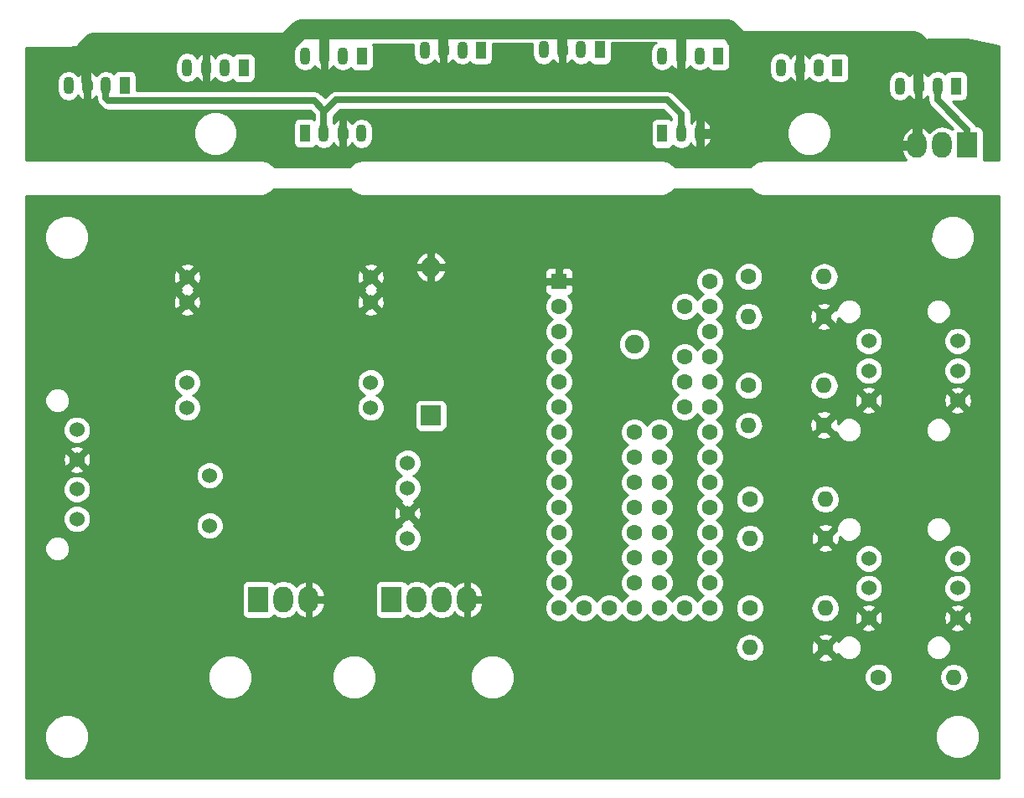
<source format=gbl>
G04 #@! TF.FileFunction,Copper,L2,Bot,Signal*
%FSLAX46Y46*%
G04 Gerber Fmt 4.6, Leading zero omitted, Abs format (unit mm)*
G04 Created by KiCad (PCBNEW 4.0.7) date 06/03/18 23:49:29*
%MOMM*%
%LPD*%
G01*
G04 APERTURE LIST*
%ADD10C,0.100000*%
%ADD11C,1.524000*%
%ADD12R,2.000000X2.000000*%
%ADD13O,2.000000X2.000000*%
%ADD14C,1.600000*%
%ADD15R,1.600000X1.600000*%
%ADD16C,1.900000*%
%ADD17R,1.070000X1.800000*%
%ADD18O,1.070000X1.800000*%
%ADD19C,1.530000*%
%ADD20R,2.000000X2.600000*%
%ADD21O,2.000000X2.600000*%
%ADD22O,1.600000X1.600000*%
%ADD23C,1.000000*%
%ADD24C,2.000000*%
%ADD25C,0.700000*%
%ADD26C,0.254000*%
G04 APERTURE END LIST*
D10*
D11*
X39420000Y-55450000D03*
X39420000Y-52910000D03*
X39420000Y-50370000D03*
X39420000Y-47830000D03*
X19420000Y-54180000D03*
X19420000Y-49100000D03*
D12*
X41770000Y-43030000D03*
D13*
X41770000Y-28030000D03*
D11*
X35691000Y-39704000D03*
X35691000Y-42244000D03*
X35691000Y-29036000D03*
X35691000Y-31576000D03*
X17149000Y-39704000D03*
X17149000Y-31576000D03*
X17149000Y-42244000D03*
X17149000Y-29036000D03*
D14*
X62340000Y-62500000D03*
X64880000Y-62500000D03*
X67420000Y-62500000D03*
X69960000Y-62500000D03*
X59800000Y-62500000D03*
X57260000Y-62500000D03*
X54720000Y-62500000D03*
X69960000Y-59960000D03*
X69960000Y-57420000D03*
X69960000Y-54880000D03*
X69960000Y-52340000D03*
X69960000Y-49800000D03*
X69960000Y-47260000D03*
X69960000Y-44720000D03*
X69960000Y-42180000D03*
X69960000Y-39640000D03*
X69960000Y-37100000D03*
X69960000Y-34560000D03*
X69960000Y-32020000D03*
X69960000Y-29480000D03*
X67420000Y-32020000D03*
X67420000Y-37100000D03*
X67420000Y-39640000D03*
X67420000Y-42180000D03*
X54720000Y-59960000D03*
X54720000Y-57420000D03*
X54720000Y-54880000D03*
X54720000Y-52340000D03*
X54720000Y-49800000D03*
X54720000Y-47260000D03*
X54720000Y-44720000D03*
X54720000Y-42180000D03*
X54720000Y-39640000D03*
X54720000Y-37100000D03*
X54720000Y-34560000D03*
X54720000Y-32020000D03*
D15*
X54720000Y-29480000D03*
D14*
X62340000Y-44720000D03*
X62340000Y-47260000D03*
X62340000Y-49800000D03*
X62340000Y-52340000D03*
X62340000Y-54880000D03*
X62340000Y-57420000D03*
X62340000Y-59960000D03*
X64880000Y-59960000D03*
X64880000Y-57420000D03*
X64880000Y-54880000D03*
X64880000Y-52340000D03*
X64880000Y-49800000D03*
X64880000Y-47260000D03*
X64880000Y-44720000D03*
D16*
X62340000Y-35830000D03*
D17*
X94850000Y-9710000D03*
D18*
X92950000Y-9710000D03*
X91050000Y-9710000D03*
X89150000Y-9710000D03*
D17*
X82850000Y-7870000D03*
D18*
X80950000Y-7870000D03*
X79050000Y-7870000D03*
X77150000Y-7870000D03*
D17*
X70840000Y-6670000D03*
D18*
X68940000Y-6670000D03*
X67040000Y-6670000D03*
X65140000Y-6670000D03*
D17*
X58850000Y-6060000D03*
D18*
X56950000Y-6060000D03*
X55050000Y-6060000D03*
X53150000Y-6060000D03*
D17*
X46850000Y-6070000D03*
D18*
X44950000Y-6070000D03*
X43050000Y-6070000D03*
X41150000Y-6070000D03*
D17*
X34780000Y-6690000D03*
D18*
X32880000Y-6690000D03*
X30980000Y-6690000D03*
X29080000Y-6690000D03*
D17*
X22850000Y-7870000D03*
D18*
X20950000Y-7870000D03*
X19050000Y-7870000D03*
X17150000Y-7870000D03*
D17*
X10850000Y-9670000D03*
D18*
X8950000Y-9670000D03*
X7050000Y-9670000D03*
X5150000Y-9670000D03*
D17*
X29060000Y-14500000D03*
D18*
X30960000Y-14500000D03*
X32860000Y-14500000D03*
X34760000Y-14500000D03*
D17*
X65170000Y-14510000D03*
D18*
X67070000Y-14510000D03*
X68970000Y-14510000D03*
D19*
X6000000Y-44500000D03*
X6000000Y-47500000D03*
X6000000Y-50500000D03*
X6000000Y-53500000D03*
X95000000Y-35500000D03*
X95000000Y-38500000D03*
X95000000Y-41500000D03*
X86000000Y-35500000D03*
X86000000Y-38500000D03*
X86000000Y-41500000D03*
X95000000Y-57500000D03*
X95000000Y-60500000D03*
X95000000Y-63500000D03*
X86000000Y-57500000D03*
X86000000Y-60500000D03*
X86000000Y-63500000D03*
D20*
X24340000Y-61640000D03*
D21*
X26880000Y-61640000D03*
X29420000Y-61640000D03*
D20*
X95989999Y-15710000D03*
D21*
X93449999Y-15710000D03*
X90909999Y-15710000D03*
D20*
X37800000Y-61640000D03*
D21*
X40340000Y-61640000D03*
X42880000Y-61640000D03*
X45420000Y-61640000D03*
D14*
X73880000Y-40000000D03*
D22*
X81500000Y-40000000D03*
D14*
X81500000Y-44000000D03*
D22*
X73880000Y-44000000D03*
D14*
X74000000Y-62500000D03*
D22*
X81620000Y-62500000D03*
D14*
X81620000Y-66500000D03*
D22*
X74000000Y-66500000D03*
D14*
X74000000Y-51500000D03*
D22*
X81620000Y-51500000D03*
D14*
X81620000Y-55430000D03*
D22*
X74000000Y-55430000D03*
D14*
X73880000Y-29000000D03*
D22*
X81500000Y-29000000D03*
D14*
X81490000Y-33030000D03*
D22*
X73870000Y-33030000D03*
D14*
X87000000Y-69500000D03*
D22*
X94620000Y-69500000D03*
D23*
X43050000Y-6070000D02*
X43050000Y-4725221D01*
X43050000Y-4725221D02*
X42284769Y-3959990D01*
X42284769Y-3959990D02*
X31000000Y-3959990D01*
X66000000Y-3959990D02*
X55278761Y-3959990D01*
X55278761Y-3959990D02*
X55053743Y-4185008D01*
X55053743Y-4185008D02*
X55053743Y-6019960D01*
X55053743Y-6019960D02*
X55100198Y-6066415D01*
D24*
X71792416Y-3959990D02*
X66000000Y-3959990D01*
D23*
X67040000Y-4770000D02*
X66229990Y-3959990D01*
D24*
X66000000Y-3959990D02*
X44500000Y-3959990D01*
D23*
X67040000Y-6670000D02*
X67040000Y-4770000D01*
X66229990Y-3959990D02*
X66000000Y-3959990D01*
X55050000Y-6060000D02*
X55050000Y-4160000D01*
X55050000Y-4160000D02*
X54849990Y-3959990D01*
X54849990Y-3959990D02*
X44500000Y-3959990D01*
D24*
X44500000Y-3959990D02*
X31000000Y-3959990D01*
D23*
X43050000Y-6070000D02*
X43050000Y-4170000D01*
X43050000Y-4170000D02*
X43260010Y-3959990D01*
X43260010Y-3959990D02*
X44500000Y-3959990D01*
D24*
X31000000Y-3959990D02*
X28603157Y-3959990D01*
D23*
X30980000Y-6690000D02*
X30980000Y-4790000D01*
X31000000Y-4770000D02*
X31000000Y-3959990D01*
X30980000Y-4790000D02*
X31000000Y-4770000D01*
D24*
X91050000Y-5550000D02*
X90637518Y-5137518D01*
X90637518Y-5137518D02*
X72969944Y-5137518D01*
X28603157Y-3959990D02*
X27223023Y-5340124D01*
X72969944Y-5137518D02*
X71792416Y-3959990D01*
X27223023Y-5340124D02*
X7659876Y-5340124D01*
X7659876Y-5340124D02*
X7000000Y-6000000D01*
D23*
X91050000Y-9710000D02*
X91050000Y-5550000D01*
X7000000Y-9255000D02*
X7000000Y-6000000D01*
X7050000Y-9670000D02*
X7050000Y-9305000D01*
X7050000Y-9305000D02*
X7000000Y-9255000D01*
D25*
X95989999Y-15710000D02*
X95989999Y-14134623D01*
X95989999Y-14134623D02*
X92950000Y-11094624D01*
X30960000Y-14135000D02*
X30960000Y-12376255D01*
X30960000Y-12376255D02*
X32206264Y-11129991D01*
X32206264Y-11129991D02*
X65629991Y-11129991D01*
X65629991Y-11129991D02*
X67070000Y-12570000D01*
X67070000Y-12570000D02*
X67070000Y-14510000D01*
X8950000Y-9670000D02*
X8950000Y-10947516D01*
X30960000Y-12170650D02*
X30960000Y-14135000D01*
X8950000Y-10947516D02*
X9197432Y-11194948D01*
X9197432Y-11194948D02*
X29984298Y-11194948D01*
X29984298Y-11194948D02*
X30960000Y-12170650D01*
X92950000Y-11094624D02*
X92950000Y-9710000D01*
X30960000Y-14135000D02*
X30960000Y-14500000D01*
D26*
G36*
X99165000Y-5685219D02*
X99165000Y-17165000D01*
X97606051Y-17165000D01*
X97637439Y-17010000D01*
X97637439Y-14410000D01*
X97593161Y-14174683D01*
X97454089Y-13958559D01*
X97241889Y-13813569D01*
X96989999Y-13762560D01*
X96900991Y-13762560D01*
X96900020Y-13757680D01*
X96686499Y-13438123D01*
X94505816Y-11257440D01*
X95385000Y-11257440D01*
X95620317Y-11213162D01*
X95836441Y-11074090D01*
X95981431Y-10861890D01*
X96032440Y-10610000D01*
X96032440Y-8810000D01*
X95988162Y-8574683D01*
X95849090Y-8358559D01*
X95636890Y-8213569D01*
X95385000Y-8162560D01*
X94315000Y-8162560D01*
X94079683Y-8206838D01*
X93863559Y-8345910D01*
X93770053Y-8482761D01*
X93397740Y-8233989D01*
X92950000Y-8144928D01*
X92502260Y-8233989D01*
X92122685Y-8487613D01*
X91995655Y-8677726D01*
X91730487Y-8394780D01*
X91492387Y-8261859D01*
X91317500Y-8369772D01*
X91317500Y-9337000D01*
X91443000Y-9337000D01*
X91443000Y-10083000D01*
X91317500Y-10083000D01*
X91317500Y-11050228D01*
X91492387Y-11158141D01*
X91730487Y-11025220D01*
X91965000Y-10774984D01*
X91965000Y-11094624D01*
X92039979Y-11471567D01*
X92253500Y-11791124D01*
X94485678Y-14023302D01*
X94433048Y-14100329D01*
X94075686Y-13861548D01*
X93449999Y-13737091D01*
X92824312Y-13861548D01*
X92293879Y-14215971D01*
X92166524Y-14406571D01*
X91807065Y-14051099D01*
X91527432Y-13896065D01*
X91282999Y-13981650D01*
X91282999Y-15337000D01*
X91302999Y-15337000D01*
X91302999Y-16083000D01*
X91282999Y-16083000D01*
X91282999Y-16103000D01*
X90536999Y-16103000D01*
X90536999Y-16083000D01*
X89442092Y-16083000D01*
X89314789Y-16336566D01*
X89561189Y-16922168D01*
X89806745Y-17165000D01*
X75500000Y-17165000D01*
X75419341Y-17181044D01*
X74954417Y-17257164D01*
X74684661Y-17368901D01*
X74653416Y-17381843D01*
X74328992Y-17598616D01*
X74098616Y-17828992D01*
X74069211Y-17873000D01*
X66430789Y-17873000D01*
X66401384Y-17828992D01*
X66171007Y-17598616D01*
X66171006Y-17598615D01*
X65846586Y-17381844D01*
X65696085Y-17319505D01*
X65545585Y-17257165D01*
X65162901Y-17181044D01*
X65080658Y-17181044D01*
X65000000Y-17165000D01*
X35000000Y-17165000D01*
X34919341Y-17181044D01*
X34454417Y-17257164D01*
X34184661Y-17368901D01*
X34153416Y-17381843D01*
X33828992Y-17598616D01*
X33598616Y-17828992D01*
X33569211Y-17873000D01*
X25930789Y-17873000D01*
X25901384Y-17828992D01*
X25671008Y-17598616D01*
X25346584Y-17381843D01*
X25045583Y-17257164D01*
X24662900Y-17181044D01*
X24580659Y-17181044D01*
X24500000Y-17165000D01*
X835000Y-17165000D01*
X835000Y-14942619D01*
X17764613Y-14942619D01*
X18104155Y-15764372D01*
X18732321Y-16393636D01*
X19553481Y-16734611D01*
X20442619Y-16735387D01*
X21264372Y-16395845D01*
X21893636Y-15767679D01*
X22234611Y-14946519D01*
X22235387Y-14057381D01*
X21895845Y-13235628D01*
X21267679Y-12606364D01*
X20446519Y-12265389D01*
X19557381Y-12264613D01*
X18735628Y-12604155D01*
X18106364Y-13232321D01*
X17765389Y-14053481D01*
X17764613Y-14942619D01*
X835000Y-14942619D01*
X835000Y-9274928D01*
X3980000Y-9274928D01*
X3980000Y-10065072D01*
X4069061Y-10512812D01*
X4322685Y-10892387D01*
X4702260Y-11146011D01*
X5150000Y-11235072D01*
X5597740Y-11146011D01*
X5977315Y-10892387D01*
X6104345Y-10702274D01*
X6369513Y-10985220D01*
X6607613Y-11118141D01*
X6782500Y-11010228D01*
X6782500Y-10043000D01*
X6657000Y-10043000D01*
X6657000Y-9297000D01*
X6782500Y-9297000D01*
X6782500Y-8329772D01*
X7317500Y-8329772D01*
X7317500Y-9297000D01*
X7443000Y-9297000D01*
X7443000Y-10043000D01*
X7317500Y-10043000D01*
X7317500Y-11010228D01*
X7492387Y-11118141D01*
X7730487Y-10985220D01*
X7965000Y-10734984D01*
X7965000Y-10947516D01*
X8039979Y-11324459D01*
X8253500Y-11644016D01*
X8500932Y-11891448D01*
X8820489Y-12104969D01*
X9197432Y-12179948D01*
X29576298Y-12179948D01*
X29975000Y-12578650D01*
X29975000Y-13091103D01*
X29846890Y-13003569D01*
X29595000Y-12952560D01*
X28525000Y-12952560D01*
X28289683Y-12996838D01*
X28073559Y-13135910D01*
X27928569Y-13348110D01*
X27877560Y-13600000D01*
X27877560Y-15400000D01*
X27921838Y-15635317D01*
X28060910Y-15851441D01*
X28273110Y-15996431D01*
X28525000Y-16047440D01*
X29595000Y-16047440D01*
X29830317Y-16003162D01*
X30046441Y-15864090D01*
X30139947Y-15727239D01*
X30512260Y-15976011D01*
X30960000Y-16065072D01*
X31407740Y-15976011D01*
X31787315Y-15722387D01*
X31914345Y-15532274D01*
X32179513Y-15815220D01*
X32417613Y-15948141D01*
X32592500Y-15840228D01*
X32592500Y-14873000D01*
X32467000Y-14873000D01*
X32467000Y-14127000D01*
X32592500Y-14127000D01*
X32592500Y-13159772D01*
X33127500Y-13159772D01*
X33127500Y-14127000D01*
X33253000Y-14127000D01*
X33253000Y-14873000D01*
X33127500Y-14873000D01*
X33127500Y-15840228D01*
X33302387Y-15948141D01*
X33540487Y-15815220D01*
X33805655Y-15532274D01*
X33932685Y-15722387D01*
X34312260Y-15976011D01*
X34760000Y-16065072D01*
X35207740Y-15976011D01*
X35587315Y-15722387D01*
X35840939Y-15342812D01*
X35930000Y-14895072D01*
X35930000Y-14104928D01*
X35840939Y-13657188D01*
X35587315Y-13277613D01*
X35207740Y-13023989D01*
X34760000Y-12934928D01*
X34312260Y-13023989D01*
X33932685Y-13277613D01*
X33805655Y-13467726D01*
X33540487Y-13184780D01*
X33302387Y-13051859D01*
X33127500Y-13159772D01*
X32592500Y-13159772D01*
X32417613Y-13051859D01*
X32179513Y-13184780D01*
X31945000Y-13435016D01*
X31945000Y-12784255D01*
X32614264Y-12114991D01*
X65221991Y-12114991D01*
X66085000Y-12978000D01*
X66085000Y-13101103D01*
X65956890Y-13013569D01*
X65705000Y-12962560D01*
X64635000Y-12962560D01*
X64399683Y-13006838D01*
X64183559Y-13145910D01*
X64038569Y-13358110D01*
X63987560Y-13610000D01*
X63987560Y-15410000D01*
X64031838Y-15645317D01*
X64170910Y-15861441D01*
X64383110Y-16006431D01*
X64635000Y-16057440D01*
X65705000Y-16057440D01*
X65940317Y-16013162D01*
X66156441Y-15874090D01*
X66249947Y-15737239D01*
X66622260Y-15986011D01*
X67070000Y-16075072D01*
X67517740Y-15986011D01*
X67897315Y-15732387D01*
X68024345Y-15542274D01*
X68289513Y-15825220D01*
X68527613Y-15958141D01*
X68702500Y-15850228D01*
X68702500Y-14883000D01*
X69237500Y-14883000D01*
X69237500Y-15850228D01*
X69412387Y-15958141D01*
X69650487Y-15825220D01*
X69962322Y-15492478D01*
X70123085Y-15065730D01*
X70026668Y-14942619D01*
X77764613Y-14942619D01*
X78104155Y-15764372D01*
X78732321Y-16393636D01*
X79553481Y-16734611D01*
X80442619Y-16735387D01*
X81264372Y-16395845D01*
X81893636Y-15767679D01*
X82177758Y-15083434D01*
X89314789Y-15083434D01*
X89442092Y-15337000D01*
X90536999Y-15337000D01*
X90536999Y-13981650D01*
X90292566Y-13896065D01*
X90012933Y-14051099D01*
X89561189Y-14497832D01*
X89314789Y-15083434D01*
X82177758Y-15083434D01*
X82234611Y-14946519D01*
X82235387Y-14057381D01*
X81895845Y-13235628D01*
X81267679Y-12606364D01*
X80446519Y-12265389D01*
X79557381Y-12264613D01*
X78735628Y-12604155D01*
X78106364Y-13232321D01*
X77765389Y-14053481D01*
X77764613Y-14942619D01*
X70026668Y-14942619D01*
X69979975Y-14883000D01*
X69237500Y-14883000D01*
X68702500Y-14883000D01*
X68577000Y-14883000D01*
X68577000Y-14137000D01*
X68702500Y-14137000D01*
X68702500Y-13169772D01*
X69237500Y-13169772D01*
X69237500Y-14137000D01*
X69979975Y-14137000D01*
X70123085Y-13954270D01*
X69962322Y-13527522D01*
X69650487Y-13194780D01*
X69412387Y-13061859D01*
X69237500Y-13169772D01*
X68702500Y-13169772D01*
X68527613Y-13061859D01*
X68289513Y-13194780D01*
X68055000Y-13445016D01*
X68055000Y-12570000D01*
X67980021Y-12193057D01*
X67766500Y-11873500D01*
X66326491Y-10433491D01*
X66006934Y-10219970D01*
X65629991Y-10144991D01*
X32206264Y-10144991D01*
X31879705Y-10209948D01*
X31829321Y-10219970D01*
X31509764Y-10433491D01*
X31062803Y-10880453D01*
X30680798Y-10498448D01*
X30361241Y-10284927D01*
X29984298Y-10209948D01*
X12032440Y-10209948D01*
X12032440Y-8770000D01*
X11988162Y-8534683D01*
X11849090Y-8318559D01*
X11636890Y-8173569D01*
X11385000Y-8122560D01*
X10315000Y-8122560D01*
X10079683Y-8166838D01*
X9863559Y-8305910D01*
X9770053Y-8442761D01*
X9397740Y-8193989D01*
X8950000Y-8104928D01*
X8502260Y-8193989D01*
X8122685Y-8447613D01*
X7995655Y-8637726D01*
X7730487Y-8354780D01*
X7492387Y-8221859D01*
X7317500Y-8329772D01*
X6782500Y-8329772D01*
X6607613Y-8221859D01*
X6369513Y-8354780D01*
X6104345Y-8637726D01*
X5977315Y-8447613D01*
X5597740Y-8193989D01*
X5150000Y-8104928D01*
X4702260Y-8193989D01*
X4322685Y-8447613D01*
X4069061Y-8827188D01*
X3980000Y-9274928D01*
X835000Y-9274928D01*
X835000Y-7474928D01*
X15980000Y-7474928D01*
X15980000Y-8265072D01*
X16069061Y-8712812D01*
X16322685Y-9092387D01*
X16702260Y-9346011D01*
X17150000Y-9435072D01*
X17597740Y-9346011D01*
X17977315Y-9092387D01*
X18104345Y-8902274D01*
X18369513Y-9185220D01*
X18607613Y-9318141D01*
X18782500Y-9210228D01*
X18782500Y-8243000D01*
X18657000Y-8243000D01*
X18657000Y-7497000D01*
X18782500Y-7497000D01*
X18782500Y-6529772D01*
X19317500Y-6529772D01*
X19317500Y-7497000D01*
X19443000Y-7497000D01*
X19443000Y-8243000D01*
X19317500Y-8243000D01*
X19317500Y-9210228D01*
X19492387Y-9318141D01*
X19730487Y-9185220D01*
X19995655Y-8902274D01*
X20122685Y-9092387D01*
X20502260Y-9346011D01*
X20950000Y-9435072D01*
X21397740Y-9346011D01*
X21770707Y-9096802D01*
X21850910Y-9221441D01*
X22063110Y-9366431D01*
X22315000Y-9417440D01*
X23385000Y-9417440D01*
X23620317Y-9373162D01*
X23836441Y-9234090D01*
X23981431Y-9021890D01*
X24032440Y-8770000D01*
X24032440Y-6970000D01*
X23988162Y-6734683D01*
X23849090Y-6518559D01*
X23636890Y-6373569D01*
X23385000Y-6322560D01*
X22315000Y-6322560D01*
X22079683Y-6366838D01*
X21863559Y-6505910D01*
X21770053Y-6642761D01*
X21397740Y-6393989D01*
X20950000Y-6304928D01*
X20502260Y-6393989D01*
X20122685Y-6647613D01*
X19995655Y-6837726D01*
X19730487Y-6554780D01*
X19492387Y-6421859D01*
X19317500Y-6529772D01*
X18782500Y-6529772D01*
X18607613Y-6421859D01*
X18369513Y-6554780D01*
X18104345Y-6837726D01*
X17977315Y-6647613D01*
X17597740Y-6393989D01*
X17150000Y-6304928D01*
X16702260Y-6393989D01*
X16322685Y-6647613D01*
X16069061Y-7027188D01*
X15980000Y-7474928D01*
X835000Y-7474928D01*
X835000Y-5828167D01*
X28161814Y-5603612D01*
X27999061Y-5847188D01*
X27910000Y-6294928D01*
X27910000Y-7085072D01*
X27999061Y-7532812D01*
X28252685Y-7912387D01*
X28632260Y-8166011D01*
X29080000Y-8255072D01*
X29527740Y-8166011D01*
X29907315Y-7912387D01*
X30034345Y-7722274D01*
X30299513Y-8005220D01*
X30537613Y-8138141D01*
X30712500Y-8030228D01*
X30712500Y-7063000D01*
X30587000Y-7063000D01*
X30587000Y-6317000D01*
X30712500Y-6317000D01*
X30712500Y-6297000D01*
X31247500Y-6297000D01*
X31247500Y-6317000D01*
X31373000Y-6317000D01*
X31373000Y-7063000D01*
X31247500Y-7063000D01*
X31247500Y-8030228D01*
X31422387Y-8138141D01*
X31660487Y-8005220D01*
X31925655Y-7722274D01*
X32052685Y-7912387D01*
X32432260Y-8166011D01*
X32880000Y-8255072D01*
X33327740Y-8166011D01*
X33700707Y-7916802D01*
X33780910Y-8041441D01*
X33993110Y-8186431D01*
X34245000Y-8237440D01*
X35315000Y-8237440D01*
X35550317Y-8193162D01*
X35766441Y-8054090D01*
X35911431Y-7841890D01*
X35962440Y-7590000D01*
X35962440Y-5790000D01*
X35918162Y-5554683D01*
X35908683Y-5539953D01*
X40013558Y-5506221D01*
X39980000Y-5674928D01*
X39980000Y-6465072D01*
X40069061Y-6912812D01*
X40322685Y-7292387D01*
X40702260Y-7546011D01*
X41150000Y-7635072D01*
X41597740Y-7546011D01*
X41977315Y-7292387D01*
X42104345Y-7102274D01*
X42369513Y-7385220D01*
X42607613Y-7518141D01*
X42782500Y-7410228D01*
X42782500Y-6443000D01*
X42657000Y-6443000D01*
X42657000Y-5697000D01*
X42782500Y-5697000D01*
X42782500Y-5677000D01*
X43317500Y-5677000D01*
X43317500Y-5697000D01*
X43443000Y-5697000D01*
X43443000Y-6443000D01*
X43317500Y-6443000D01*
X43317500Y-7410228D01*
X43492387Y-7518141D01*
X43730487Y-7385220D01*
X43995655Y-7102274D01*
X44122685Y-7292387D01*
X44502260Y-7546011D01*
X44950000Y-7635072D01*
X45397740Y-7546011D01*
X45770707Y-7296802D01*
X45850910Y-7421441D01*
X46063110Y-7566431D01*
X46315000Y-7617440D01*
X47385000Y-7617440D01*
X47620317Y-7573162D01*
X47836441Y-7434090D01*
X47981431Y-7221890D01*
X48032440Y-6970000D01*
X48032440Y-5440327D01*
X52031212Y-5407467D01*
X51980000Y-5664928D01*
X51980000Y-6455072D01*
X52069061Y-6902812D01*
X52322685Y-7282387D01*
X52702260Y-7536011D01*
X53150000Y-7625072D01*
X53597740Y-7536011D01*
X53977315Y-7282387D01*
X54104345Y-7092274D01*
X54369513Y-7375220D01*
X54607613Y-7508141D01*
X54782500Y-7400228D01*
X54782500Y-6433000D01*
X54657000Y-6433000D01*
X54657000Y-5687000D01*
X54782500Y-5687000D01*
X54782500Y-5667000D01*
X55317500Y-5667000D01*
X55317500Y-5687000D01*
X55443000Y-5687000D01*
X55443000Y-6433000D01*
X55317500Y-6433000D01*
X55317500Y-7400228D01*
X55492387Y-7508141D01*
X55730487Y-7375220D01*
X55995655Y-7092274D01*
X56122685Y-7282387D01*
X56502260Y-7536011D01*
X56950000Y-7625072D01*
X57397740Y-7536011D01*
X57770707Y-7286802D01*
X57850910Y-7411441D01*
X58063110Y-7556431D01*
X58315000Y-7607440D01*
X59385000Y-7607440D01*
X59620317Y-7563162D01*
X59836441Y-7424090D01*
X59981431Y-7211890D01*
X60032440Y-6960000D01*
X60032440Y-5341718D01*
X64526436Y-5304789D01*
X64312685Y-5447613D01*
X64059061Y-5827188D01*
X63970000Y-6274928D01*
X63970000Y-7065072D01*
X64059061Y-7512812D01*
X64312685Y-7892387D01*
X64692260Y-8146011D01*
X65140000Y-8235072D01*
X65587740Y-8146011D01*
X65967315Y-7892387D01*
X66094345Y-7702274D01*
X66359513Y-7985220D01*
X66597613Y-8118141D01*
X66772500Y-8010228D01*
X66772500Y-7043000D01*
X66647000Y-7043000D01*
X66647000Y-6297000D01*
X66772500Y-6297000D01*
X66772500Y-6277000D01*
X67307500Y-6277000D01*
X67307500Y-6297000D01*
X67433000Y-6297000D01*
X67433000Y-7043000D01*
X67307500Y-7043000D01*
X67307500Y-8010228D01*
X67482387Y-8118141D01*
X67720487Y-7985220D01*
X67985655Y-7702274D01*
X68112685Y-7892387D01*
X68492260Y-8146011D01*
X68940000Y-8235072D01*
X69387740Y-8146011D01*
X69760707Y-7896802D01*
X69840910Y-8021441D01*
X70053110Y-8166431D01*
X70305000Y-8217440D01*
X71375000Y-8217440D01*
X71610317Y-8173162D01*
X71826441Y-8034090D01*
X71971431Y-7821890D01*
X72022440Y-7570000D01*
X72022440Y-7474928D01*
X75980000Y-7474928D01*
X75980000Y-8265072D01*
X76069061Y-8712812D01*
X76322685Y-9092387D01*
X76702260Y-9346011D01*
X77150000Y-9435072D01*
X77597740Y-9346011D01*
X77977315Y-9092387D01*
X78104345Y-8902274D01*
X78369513Y-9185220D01*
X78607613Y-9318141D01*
X78782500Y-9210228D01*
X78782500Y-8243000D01*
X78657000Y-8243000D01*
X78657000Y-7497000D01*
X78782500Y-7497000D01*
X78782500Y-6529772D01*
X79317500Y-6529772D01*
X79317500Y-7497000D01*
X79443000Y-7497000D01*
X79443000Y-8243000D01*
X79317500Y-8243000D01*
X79317500Y-9210228D01*
X79492387Y-9318141D01*
X79730487Y-9185220D01*
X79995655Y-8902274D01*
X80122685Y-9092387D01*
X80502260Y-9346011D01*
X80950000Y-9435072D01*
X81397740Y-9346011D01*
X81770707Y-9096802D01*
X81850910Y-9221441D01*
X82063110Y-9366431D01*
X82315000Y-9417440D01*
X83385000Y-9417440D01*
X83620317Y-9373162D01*
X83710815Y-9314928D01*
X87980000Y-9314928D01*
X87980000Y-10105072D01*
X88069061Y-10552812D01*
X88322685Y-10932387D01*
X88702260Y-11186011D01*
X89150000Y-11275072D01*
X89597740Y-11186011D01*
X89977315Y-10932387D01*
X90104345Y-10742274D01*
X90369513Y-11025220D01*
X90607613Y-11158141D01*
X90782500Y-11050228D01*
X90782500Y-10083000D01*
X90657000Y-10083000D01*
X90657000Y-9337000D01*
X90782500Y-9337000D01*
X90782500Y-8369772D01*
X90607613Y-8261859D01*
X90369513Y-8394780D01*
X90104345Y-8677726D01*
X89977315Y-8487613D01*
X89597740Y-8233989D01*
X89150000Y-8144928D01*
X88702260Y-8233989D01*
X88322685Y-8487613D01*
X88069061Y-8867188D01*
X87980000Y-9314928D01*
X83710815Y-9314928D01*
X83836441Y-9234090D01*
X83981431Y-9021890D01*
X84032440Y-8770000D01*
X84032440Y-6970000D01*
X83988162Y-6734683D01*
X83849090Y-6518559D01*
X83636890Y-6373569D01*
X83385000Y-6322560D01*
X82315000Y-6322560D01*
X82079683Y-6366838D01*
X81863559Y-6505910D01*
X81770053Y-6642761D01*
X81397740Y-6393989D01*
X80950000Y-6304928D01*
X80502260Y-6393989D01*
X80122685Y-6647613D01*
X79995655Y-6837726D01*
X79730487Y-6554780D01*
X79492387Y-6421859D01*
X79317500Y-6529772D01*
X78782500Y-6529772D01*
X78607613Y-6421859D01*
X78369513Y-6554780D01*
X78104345Y-6837726D01*
X77977315Y-6647613D01*
X77597740Y-6393989D01*
X77150000Y-6304928D01*
X76702260Y-6393989D01*
X76322685Y-6647613D01*
X76069061Y-7027188D01*
X75980000Y-7474928D01*
X72022440Y-7474928D01*
X72022440Y-5770000D01*
X71978162Y-5534683D01*
X71839090Y-5318559D01*
X71732276Y-5245576D01*
X95953896Y-5046537D01*
X99165000Y-5685219D01*
X99165000Y-5685219D01*
G37*
X99165000Y-5685219D02*
X99165000Y-17165000D01*
X97606051Y-17165000D01*
X97637439Y-17010000D01*
X97637439Y-14410000D01*
X97593161Y-14174683D01*
X97454089Y-13958559D01*
X97241889Y-13813569D01*
X96989999Y-13762560D01*
X96900991Y-13762560D01*
X96900020Y-13757680D01*
X96686499Y-13438123D01*
X94505816Y-11257440D01*
X95385000Y-11257440D01*
X95620317Y-11213162D01*
X95836441Y-11074090D01*
X95981431Y-10861890D01*
X96032440Y-10610000D01*
X96032440Y-8810000D01*
X95988162Y-8574683D01*
X95849090Y-8358559D01*
X95636890Y-8213569D01*
X95385000Y-8162560D01*
X94315000Y-8162560D01*
X94079683Y-8206838D01*
X93863559Y-8345910D01*
X93770053Y-8482761D01*
X93397740Y-8233989D01*
X92950000Y-8144928D01*
X92502260Y-8233989D01*
X92122685Y-8487613D01*
X91995655Y-8677726D01*
X91730487Y-8394780D01*
X91492387Y-8261859D01*
X91317500Y-8369772D01*
X91317500Y-9337000D01*
X91443000Y-9337000D01*
X91443000Y-10083000D01*
X91317500Y-10083000D01*
X91317500Y-11050228D01*
X91492387Y-11158141D01*
X91730487Y-11025220D01*
X91965000Y-10774984D01*
X91965000Y-11094624D01*
X92039979Y-11471567D01*
X92253500Y-11791124D01*
X94485678Y-14023302D01*
X94433048Y-14100329D01*
X94075686Y-13861548D01*
X93449999Y-13737091D01*
X92824312Y-13861548D01*
X92293879Y-14215971D01*
X92166524Y-14406571D01*
X91807065Y-14051099D01*
X91527432Y-13896065D01*
X91282999Y-13981650D01*
X91282999Y-15337000D01*
X91302999Y-15337000D01*
X91302999Y-16083000D01*
X91282999Y-16083000D01*
X91282999Y-16103000D01*
X90536999Y-16103000D01*
X90536999Y-16083000D01*
X89442092Y-16083000D01*
X89314789Y-16336566D01*
X89561189Y-16922168D01*
X89806745Y-17165000D01*
X75500000Y-17165000D01*
X75419341Y-17181044D01*
X74954417Y-17257164D01*
X74684661Y-17368901D01*
X74653416Y-17381843D01*
X74328992Y-17598616D01*
X74098616Y-17828992D01*
X74069211Y-17873000D01*
X66430789Y-17873000D01*
X66401384Y-17828992D01*
X66171007Y-17598616D01*
X66171006Y-17598615D01*
X65846586Y-17381844D01*
X65696085Y-17319505D01*
X65545585Y-17257165D01*
X65162901Y-17181044D01*
X65080658Y-17181044D01*
X65000000Y-17165000D01*
X35000000Y-17165000D01*
X34919341Y-17181044D01*
X34454417Y-17257164D01*
X34184661Y-17368901D01*
X34153416Y-17381843D01*
X33828992Y-17598616D01*
X33598616Y-17828992D01*
X33569211Y-17873000D01*
X25930789Y-17873000D01*
X25901384Y-17828992D01*
X25671008Y-17598616D01*
X25346584Y-17381843D01*
X25045583Y-17257164D01*
X24662900Y-17181044D01*
X24580659Y-17181044D01*
X24500000Y-17165000D01*
X835000Y-17165000D01*
X835000Y-14942619D01*
X17764613Y-14942619D01*
X18104155Y-15764372D01*
X18732321Y-16393636D01*
X19553481Y-16734611D01*
X20442619Y-16735387D01*
X21264372Y-16395845D01*
X21893636Y-15767679D01*
X22234611Y-14946519D01*
X22235387Y-14057381D01*
X21895845Y-13235628D01*
X21267679Y-12606364D01*
X20446519Y-12265389D01*
X19557381Y-12264613D01*
X18735628Y-12604155D01*
X18106364Y-13232321D01*
X17765389Y-14053481D01*
X17764613Y-14942619D01*
X835000Y-14942619D01*
X835000Y-9274928D01*
X3980000Y-9274928D01*
X3980000Y-10065072D01*
X4069061Y-10512812D01*
X4322685Y-10892387D01*
X4702260Y-11146011D01*
X5150000Y-11235072D01*
X5597740Y-11146011D01*
X5977315Y-10892387D01*
X6104345Y-10702274D01*
X6369513Y-10985220D01*
X6607613Y-11118141D01*
X6782500Y-11010228D01*
X6782500Y-10043000D01*
X6657000Y-10043000D01*
X6657000Y-9297000D01*
X6782500Y-9297000D01*
X6782500Y-8329772D01*
X7317500Y-8329772D01*
X7317500Y-9297000D01*
X7443000Y-9297000D01*
X7443000Y-10043000D01*
X7317500Y-10043000D01*
X7317500Y-11010228D01*
X7492387Y-11118141D01*
X7730487Y-10985220D01*
X7965000Y-10734984D01*
X7965000Y-10947516D01*
X8039979Y-11324459D01*
X8253500Y-11644016D01*
X8500932Y-11891448D01*
X8820489Y-12104969D01*
X9197432Y-12179948D01*
X29576298Y-12179948D01*
X29975000Y-12578650D01*
X29975000Y-13091103D01*
X29846890Y-13003569D01*
X29595000Y-12952560D01*
X28525000Y-12952560D01*
X28289683Y-12996838D01*
X28073559Y-13135910D01*
X27928569Y-13348110D01*
X27877560Y-13600000D01*
X27877560Y-15400000D01*
X27921838Y-15635317D01*
X28060910Y-15851441D01*
X28273110Y-15996431D01*
X28525000Y-16047440D01*
X29595000Y-16047440D01*
X29830317Y-16003162D01*
X30046441Y-15864090D01*
X30139947Y-15727239D01*
X30512260Y-15976011D01*
X30960000Y-16065072D01*
X31407740Y-15976011D01*
X31787315Y-15722387D01*
X31914345Y-15532274D01*
X32179513Y-15815220D01*
X32417613Y-15948141D01*
X32592500Y-15840228D01*
X32592500Y-14873000D01*
X32467000Y-14873000D01*
X32467000Y-14127000D01*
X32592500Y-14127000D01*
X32592500Y-13159772D01*
X33127500Y-13159772D01*
X33127500Y-14127000D01*
X33253000Y-14127000D01*
X33253000Y-14873000D01*
X33127500Y-14873000D01*
X33127500Y-15840228D01*
X33302387Y-15948141D01*
X33540487Y-15815220D01*
X33805655Y-15532274D01*
X33932685Y-15722387D01*
X34312260Y-15976011D01*
X34760000Y-16065072D01*
X35207740Y-15976011D01*
X35587315Y-15722387D01*
X35840939Y-15342812D01*
X35930000Y-14895072D01*
X35930000Y-14104928D01*
X35840939Y-13657188D01*
X35587315Y-13277613D01*
X35207740Y-13023989D01*
X34760000Y-12934928D01*
X34312260Y-13023989D01*
X33932685Y-13277613D01*
X33805655Y-13467726D01*
X33540487Y-13184780D01*
X33302387Y-13051859D01*
X33127500Y-13159772D01*
X32592500Y-13159772D01*
X32417613Y-13051859D01*
X32179513Y-13184780D01*
X31945000Y-13435016D01*
X31945000Y-12784255D01*
X32614264Y-12114991D01*
X65221991Y-12114991D01*
X66085000Y-12978000D01*
X66085000Y-13101103D01*
X65956890Y-13013569D01*
X65705000Y-12962560D01*
X64635000Y-12962560D01*
X64399683Y-13006838D01*
X64183559Y-13145910D01*
X64038569Y-13358110D01*
X63987560Y-13610000D01*
X63987560Y-15410000D01*
X64031838Y-15645317D01*
X64170910Y-15861441D01*
X64383110Y-16006431D01*
X64635000Y-16057440D01*
X65705000Y-16057440D01*
X65940317Y-16013162D01*
X66156441Y-15874090D01*
X66249947Y-15737239D01*
X66622260Y-15986011D01*
X67070000Y-16075072D01*
X67517740Y-15986011D01*
X67897315Y-15732387D01*
X68024345Y-15542274D01*
X68289513Y-15825220D01*
X68527613Y-15958141D01*
X68702500Y-15850228D01*
X68702500Y-14883000D01*
X69237500Y-14883000D01*
X69237500Y-15850228D01*
X69412387Y-15958141D01*
X69650487Y-15825220D01*
X69962322Y-15492478D01*
X70123085Y-15065730D01*
X70026668Y-14942619D01*
X77764613Y-14942619D01*
X78104155Y-15764372D01*
X78732321Y-16393636D01*
X79553481Y-16734611D01*
X80442619Y-16735387D01*
X81264372Y-16395845D01*
X81893636Y-15767679D01*
X82177758Y-15083434D01*
X89314789Y-15083434D01*
X89442092Y-15337000D01*
X90536999Y-15337000D01*
X90536999Y-13981650D01*
X90292566Y-13896065D01*
X90012933Y-14051099D01*
X89561189Y-14497832D01*
X89314789Y-15083434D01*
X82177758Y-15083434D01*
X82234611Y-14946519D01*
X82235387Y-14057381D01*
X81895845Y-13235628D01*
X81267679Y-12606364D01*
X80446519Y-12265389D01*
X79557381Y-12264613D01*
X78735628Y-12604155D01*
X78106364Y-13232321D01*
X77765389Y-14053481D01*
X77764613Y-14942619D01*
X70026668Y-14942619D01*
X69979975Y-14883000D01*
X69237500Y-14883000D01*
X68702500Y-14883000D01*
X68577000Y-14883000D01*
X68577000Y-14137000D01*
X68702500Y-14137000D01*
X68702500Y-13169772D01*
X69237500Y-13169772D01*
X69237500Y-14137000D01*
X69979975Y-14137000D01*
X70123085Y-13954270D01*
X69962322Y-13527522D01*
X69650487Y-13194780D01*
X69412387Y-13061859D01*
X69237500Y-13169772D01*
X68702500Y-13169772D01*
X68527613Y-13061859D01*
X68289513Y-13194780D01*
X68055000Y-13445016D01*
X68055000Y-12570000D01*
X67980021Y-12193057D01*
X67766500Y-11873500D01*
X66326491Y-10433491D01*
X66006934Y-10219970D01*
X65629991Y-10144991D01*
X32206264Y-10144991D01*
X31879705Y-10209948D01*
X31829321Y-10219970D01*
X31509764Y-10433491D01*
X31062803Y-10880453D01*
X30680798Y-10498448D01*
X30361241Y-10284927D01*
X29984298Y-10209948D01*
X12032440Y-10209948D01*
X12032440Y-8770000D01*
X11988162Y-8534683D01*
X11849090Y-8318559D01*
X11636890Y-8173569D01*
X11385000Y-8122560D01*
X10315000Y-8122560D01*
X10079683Y-8166838D01*
X9863559Y-8305910D01*
X9770053Y-8442761D01*
X9397740Y-8193989D01*
X8950000Y-8104928D01*
X8502260Y-8193989D01*
X8122685Y-8447613D01*
X7995655Y-8637726D01*
X7730487Y-8354780D01*
X7492387Y-8221859D01*
X7317500Y-8329772D01*
X6782500Y-8329772D01*
X6607613Y-8221859D01*
X6369513Y-8354780D01*
X6104345Y-8637726D01*
X5977315Y-8447613D01*
X5597740Y-8193989D01*
X5150000Y-8104928D01*
X4702260Y-8193989D01*
X4322685Y-8447613D01*
X4069061Y-8827188D01*
X3980000Y-9274928D01*
X835000Y-9274928D01*
X835000Y-7474928D01*
X15980000Y-7474928D01*
X15980000Y-8265072D01*
X16069061Y-8712812D01*
X16322685Y-9092387D01*
X16702260Y-9346011D01*
X17150000Y-9435072D01*
X17597740Y-9346011D01*
X17977315Y-9092387D01*
X18104345Y-8902274D01*
X18369513Y-9185220D01*
X18607613Y-9318141D01*
X18782500Y-9210228D01*
X18782500Y-8243000D01*
X18657000Y-8243000D01*
X18657000Y-7497000D01*
X18782500Y-7497000D01*
X18782500Y-6529772D01*
X19317500Y-6529772D01*
X19317500Y-7497000D01*
X19443000Y-7497000D01*
X19443000Y-8243000D01*
X19317500Y-8243000D01*
X19317500Y-9210228D01*
X19492387Y-9318141D01*
X19730487Y-9185220D01*
X19995655Y-8902274D01*
X20122685Y-9092387D01*
X20502260Y-9346011D01*
X20950000Y-9435072D01*
X21397740Y-9346011D01*
X21770707Y-9096802D01*
X21850910Y-9221441D01*
X22063110Y-9366431D01*
X22315000Y-9417440D01*
X23385000Y-9417440D01*
X23620317Y-9373162D01*
X23836441Y-9234090D01*
X23981431Y-9021890D01*
X24032440Y-8770000D01*
X24032440Y-6970000D01*
X23988162Y-6734683D01*
X23849090Y-6518559D01*
X23636890Y-6373569D01*
X23385000Y-6322560D01*
X22315000Y-6322560D01*
X22079683Y-6366838D01*
X21863559Y-6505910D01*
X21770053Y-6642761D01*
X21397740Y-6393989D01*
X20950000Y-6304928D01*
X20502260Y-6393989D01*
X20122685Y-6647613D01*
X19995655Y-6837726D01*
X19730487Y-6554780D01*
X19492387Y-6421859D01*
X19317500Y-6529772D01*
X18782500Y-6529772D01*
X18607613Y-6421859D01*
X18369513Y-6554780D01*
X18104345Y-6837726D01*
X17977315Y-6647613D01*
X17597740Y-6393989D01*
X17150000Y-6304928D01*
X16702260Y-6393989D01*
X16322685Y-6647613D01*
X16069061Y-7027188D01*
X15980000Y-7474928D01*
X835000Y-7474928D01*
X835000Y-5828167D01*
X28161814Y-5603612D01*
X27999061Y-5847188D01*
X27910000Y-6294928D01*
X27910000Y-7085072D01*
X27999061Y-7532812D01*
X28252685Y-7912387D01*
X28632260Y-8166011D01*
X29080000Y-8255072D01*
X29527740Y-8166011D01*
X29907315Y-7912387D01*
X30034345Y-7722274D01*
X30299513Y-8005220D01*
X30537613Y-8138141D01*
X30712500Y-8030228D01*
X30712500Y-7063000D01*
X30587000Y-7063000D01*
X30587000Y-6317000D01*
X30712500Y-6317000D01*
X30712500Y-6297000D01*
X31247500Y-6297000D01*
X31247500Y-6317000D01*
X31373000Y-6317000D01*
X31373000Y-7063000D01*
X31247500Y-7063000D01*
X31247500Y-8030228D01*
X31422387Y-8138141D01*
X31660487Y-8005220D01*
X31925655Y-7722274D01*
X32052685Y-7912387D01*
X32432260Y-8166011D01*
X32880000Y-8255072D01*
X33327740Y-8166011D01*
X33700707Y-7916802D01*
X33780910Y-8041441D01*
X33993110Y-8186431D01*
X34245000Y-8237440D01*
X35315000Y-8237440D01*
X35550317Y-8193162D01*
X35766441Y-8054090D01*
X35911431Y-7841890D01*
X35962440Y-7590000D01*
X35962440Y-5790000D01*
X35918162Y-5554683D01*
X35908683Y-5539953D01*
X40013558Y-5506221D01*
X39980000Y-5674928D01*
X39980000Y-6465072D01*
X40069061Y-6912812D01*
X40322685Y-7292387D01*
X40702260Y-7546011D01*
X41150000Y-7635072D01*
X41597740Y-7546011D01*
X41977315Y-7292387D01*
X42104345Y-7102274D01*
X42369513Y-7385220D01*
X42607613Y-7518141D01*
X42782500Y-7410228D01*
X42782500Y-6443000D01*
X42657000Y-6443000D01*
X42657000Y-5697000D01*
X42782500Y-5697000D01*
X42782500Y-5677000D01*
X43317500Y-5677000D01*
X43317500Y-5697000D01*
X43443000Y-5697000D01*
X43443000Y-6443000D01*
X43317500Y-6443000D01*
X43317500Y-7410228D01*
X43492387Y-7518141D01*
X43730487Y-7385220D01*
X43995655Y-7102274D01*
X44122685Y-7292387D01*
X44502260Y-7546011D01*
X44950000Y-7635072D01*
X45397740Y-7546011D01*
X45770707Y-7296802D01*
X45850910Y-7421441D01*
X46063110Y-7566431D01*
X46315000Y-7617440D01*
X47385000Y-7617440D01*
X47620317Y-7573162D01*
X47836441Y-7434090D01*
X47981431Y-7221890D01*
X48032440Y-6970000D01*
X48032440Y-5440327D01*
X52031212Y-5407467D01*
X51980000Y-5664928D01*
X51980000Y-6455072D01*
X52069061Y-6902812D01*
X52322685Y-7282387D01*
X52702260Y-7536011D01*
X53150000Y-7625072D01*
X53597740Y-7536011D01*
X53977315Y-7282387D01*
X54104345Y-7092274D01*
X54369513Y-7375220D01*
X54607613Y-7508141D01*
X54782500Y-7400228D01*
X54782500Y-6433000D01*
X54657000Y-6433000D01*
X54657000Y-5687000D01*
X54782500Y-5687000D01*
X54782500Y-5667000D01*
X55317500Y-5667000D01*
X55317500Y-5687000D01*
X55443000Y-5687000D01*
X55443000Y-6433000D01*
X55317500Y-6433000D01*
X55317500Y-7400228D01*
X55492387Y-7508141D01*
X55730487Y-7375220D01*
X55995655Y-7092274D01*
X56122685Y-7282387D01*
X56502260Y-7536011D01*
X56950000Y-7625072D01*
X57397740Y-7536011D01*
X57770707Y-7286802D01*
X57850910Y-7411441D01*
X58063110Y-7556431D01*
X58315000Y-7607440D01*
X59385000Y-7607440D01*
X59620317Y-7563162D01*
X59836441Y-7424090D01*
X59981431Y-7211890D01*
X60032440Y-6960000D01*
X60032440Y-5341718D01*
X64526436Y-5304789D01*
X64312685Y-5447613D01*
X64059061Y-5827188D01*
X63970000Y-6274928D01*
X63970000Y-7065072D01*
X64059061Y-7512812D01*
X64312685Y-7892387D01*
X64692260Y-8146011D01*
X65140000Y-8235072D01*
X65587740Y-8146011D01*
X65967315Y-7892387D01*
X66094345Y-7702274D01*
X66359513Y-7985220D01*
X66597613Y-8118141D01*
X66772500Y-8010228D01*
X66772500Y-7043000D01*
X66647000Y-7043000D01*
X66647000Y-6297000D01*
X66772500Y-6297000D01*
X66772500Y-6277000D01*
X67307500Y-6277000D01*
X67307500Y-6297000D01*
X67433000Y-6297000D01*
X67433000Y-7043000D01*
X67307500Y-7043000D01*
X67307500Y-8010228D01*
X67482387Y-8118141D01*
X67720487Y-7985220D01*
X67985655Y-7702274D01*
X68112685Y-7892387D01*
X68492260Y-8146011D01*
X68940000Y-8235072D01*
X69387740Y-8146011D01*
X69760707Y-7896802D01*
X69840910Y-8021441D01*
X70053110Y-8166431D01*
X70305000Y-8217440D01*
X71375000Y-8217440D01*
X71610317Y-8173162D01*
X71826441Y-8034090D01*
X71971431Y-7821890D01*
X72022440Y-7570000D01*
X72022440Y-7474928D01*
X75980000Y-7474928D01*
X75980000Y-8265072D01*
X76069061Y-8712812D01*
X76322685Y-9092387D01*
X76702260Y-9346011D01*
X77150000Y-9435072D01*
X77597740Y-9346011D01*
X77977315Y-9092387D01*
X78104345Y-8902274D01*
X78369513Y-9185220D01*
X78607613Y-9318141D01*
X78782500Y-9210228D01*
X78782500Y-8243000D01*
X78657000Y-8243000D01*
X78657000Y-7497000D01*
X78782500Y-7497000D01*
X78782500Y-6529772D01*
X79317500Y-6529772D01*
X79317500Y-7497000D01*
X79443000Y-7497000D01*
X79443000Y-8243000D01*
X79317500Y-8243000D01*
X79317500Y-9210228D01*
X79492387Y-9318141D01*
X79730487Y-9185220D01*
X79995655Y-8902274D01*
X80122685Y-9092387D01*
X80502260Y-9346011D01*
X80950000Y-9435072D01*
X81397740Y-9346011D01*
X81770707Y-9096802D01*
X81850910Y-9221441D01*
X82063110Y-9366431D01*
X82315000Y-9417440D01*
X83385000Y-9417440D01*
X83620317Y-9373162D01*
X83710815Y-9314928D01*
X87980000Y-9314928D01*
X87980000Y-10105072D01*
X88069061Y-10552812D01*
X88322685Y-10932387D01*
X88702260Y-11186011D01*
X89150000Y-11275072D01*
X89597740Y-11186011D01*
X89977315Y-10932387D01*
X90104345Y-10742274D01*
X90369513Y-11025220D01*
X90607613Y-11158141D01*
X90782500Y-11050228D01*
X90782500Y-10083000D01*
X90657000Y-10083000D01*
X90657000Y-9337000D01*
X90782500Y-9337000D01*
X90782500Y-8369772D01*
X90607613Y-8261859D01*
X90369513Y-8394780D01*
X90104345Y-8677726D01*
X89977315Y-8487613D01*
X89597740Y-8233989D01*
X89150000Y-8144928D01*
X88702260Y-8233989D01*
X88322685Y-8487613D01*
X88069061Y-8867188D01*
X87980000Y-9314928D01*
X83710815Y-9314928D01*
X83836441Y-9234090D01*
X83981431Y-9021890D01*
X84032440Y-8770000D01*
X84032440Y-6970000D01*
X83988162Y-6734683D01*
X83849090Y-6518559D01*
X83636890Y-6373569D01*
X83385000Y-6322560D01*
X82315000Y-6322560D01*
X82079683Y-6366838D01*
X81863559Y-6505910D01*
X81770053Y-6642761D01*
X81397740Y-6393989D01*
X80950000Y-6304928D01*
X80502260Y-6393989D01*
X80122685Y-6647613D01*
X79995655Y-6837726D01*
X79730487Y-6554780D01*
X79492387Y-6421859D01*
X79317500Y-6529772D01*
X78782500Y-6529772D01*
X78607613Y-6421859D01*
X78369513Y-6554780D01*
X78104345Y-6837726D01*
X77977315Y-6647613D01*
X77597740Y-6393989D01*
X77150000Y-6304928D01*
X76702260Y-6393989D01*
X76322685Y-6647613D01*
X76069061Y-7027188D01*
X75980000Y-7474928D01*
X72022440Y-7474928D01*
X72022440Y-5770000D01*
X71978162Y-5534683D01*
X71839090Y-5318559D01*
X71732276Y-5245576D01*
X95953896Y-5046537D01*
X99165000Y-5685219D01*
G36*
X33598616Y-20171008D02*
X33828992Y-20401384D01*
X34153416Y-20618157D01*
X34454417Y-20742836D01*
X34837100Y-20818956D01*
X34919341Y-20818956D01*
X35000000Y-20835000D01*
X65000000Y-20835000D01*
X65080648Y-20818958D01*
X65162901Y-20818958D01*
X65545585Y-20742837D01*
X65696085Y-20680497D01*
X65846586Y-20618158D01*
X66171008Y-20401385D01*
X66252852Y-20319541D01*
X66401384Y-20171010D01*
X66430790Y-20127000D01*
X74069211Y-20127000D01*
X74098616Y-20171008D01*
X74328992Y-20401384D01*
X74653416Y-20618157D01*
X74954417Y-20742836D01*
X75337100Y-20818956D01*
X75419341Y-20818956D01*
X75500000Y-20835000D01*
X99165000Y-20835000D01*
X99165000Y-79665000D01*
X835000Y-79665000D01*
X835000Y-75942619D01*
X2764613Y-75942619D01*
X3104155Y-76764372D01*
X3732321Y-77393636D01*
X4553481Y-77734611D01*
X5442619Y-77735387D01*
X6264372Y-77395845D01*
X6893636Y-76767679D01*
X7234611Y-75946519D01*
X7234614Y-75942619D01*
X92764613Y-75942619D01*
X93104155Y-76764372D01*
X93732321Y-77393636D01*
X94553481Y-77734611D01*
X95442619Y-77735387D01*
X96264372Y-77395845D01*
X96893636Y-76767679D01*
X97234611Y-75946519D01*
X97235387Y-75057381D01*
X96895845Y-74235628D01*
X96267679Y-73606364D01*
X95446519Y-73265389D01*
X94557381Y-73264613D01*
X93735628Y-73604155D01*
X93106364Y-74232321D01*
X92765389Y-75053481D01*
X92764613Y-75942619D01*
X7234614Y-75942619D01*
X7235387Y-75057381D01*
X6895845Y-74235628D01*
X6267679Y-73606364D01*
X5446519Y-73265389D01*
X4557381Y-73264613D01*
X3735628Y-73604155D01*
X3106364Y-74232321D01*
X2765389Y-75053481D01*
X2764613Y-75942619D01*
X835000Y-75942619D01*
X835000Y-69942619D01*
X19264613Y-69942619D01*
X19604155Y-70764372D01*
X20232321Y-71393636D01*
X21053481Y-71734611D01*
X21942619Y-71735387D01*
X22764372Y-71395845D01*
X23393636Y-70767679D01*
X23734611Y-69946519D01*
X23734614Y-69942619D01*
X31764613Y-69942619D01*
X32104155Y-70764372D01*
X32732321Y-71393636D01*
X33553481Y-71734611D01*
X34442619Y-71735387D01*
X35264372Y-71395845D01*
X35893636Y-70767679D01*
X36234611Y-69946519D01*
X36234614Y-69942619D01*
X45764613Y-69942619D01*
X46104155Y-70764372D01*
X46732321Y-71393636D01*
X47553481Y-71734611D01*
X48442619Y-71735387D01*
X49264372Y-71395845D01*
X49893636Y-70767679D01*
X50234611Y-69946519D01*
X50234752Y-69784187D01*
X85564752Y-69784187D01*
X85782757Y-70311800D01*
X86186077Y-70715824D01*
X86713309Y-70934750D01*
X87284187Y-70935248D01*
X87811800Y-70717243D01*
X88215824Y-70313923D01*
X88434750Y-69786691D01*
X88435000Y-69500000D01*
X93156887Y-69500000D01*
X93266120Y-70049151D01*
X93577189Y-70514698D01*
X94042736Y-70825767D01*
X94591887Y-70935000D01*
X94648113Y-70935000D01*
X95197264Y-70825767D01*
X95662811Y-70514698D01*
X95973880Y-70049151D01*
X96083113Y-69500000D01*
X95973880Y-68950849D01*
X95662811Y-68485302D01*
X95197264Y-68174233D01*
X94648113Y-68065000D01*
X94591887Y-68065000D01*
X94042736Y-68174233D01*
X93577189Y-68485302D01*
X93266120Y-68950849D01*
X93156887Y-69500000D01*
X88435000Y-69500000D01*
X88435248Y-69215813D01*
X88217243Y-68688200D01*
X87813923Y-68284176D01*
X87286691Y-68065250D01*
X86715813Y-68064752D01*
X86188200Y-68282757D01*
X85784176Y-68686077D01*
X85565250Y-69213309D01*
X85564752Y-69784187D01*
X50234752Y-69784187D01*
X50235387Y-69057381D01*
X49895845Y-68235628D01*
X49267679Y-67606364D01*
X48446519Y-67265389D01*
X47557381Y-67264613D01*
X46735628Y-67604155D01*
X46106364Y-68232321D01*
X45765389Y-69053481D01*
X45764613Y-69942619D01*
X36234614Y-69942619D01*
X36235387Y-69057381D01*
X35895845Y-68235628D01*
X35267679Y-67606364D01*
X34446519Y-67265389D01*
X33557381Y-67264613D01*
X32735628Y-67604155D01*
X32106364Y-68232321D01*
X31765389Y-69053481D01*
X31764613Y-69942619D01*
X23734614Y-69942619D01*
X23735387Y-69057381D01*
X23395845Y-68235628D01*
X22767679Y-67606364D01*
X21946519Y-67265389D01*
X21057381Y-67264613D01*
X20235628Y-67604155D01*
X19606364Y-68232321D01*
X19265389Y-69053481D01*
X19264613Y-69942619D01*
X835000Y-69942619D01*
X835000Y-66500000D01*
X72536887Y-66500000D01*
X72646120Y-67049151D01*
X72957189Y-67514698D01*
X73422736Y-67825767D01*
X73971887Y-67935000D01*
X74028113Y-67935000D01*
X74577264Y-67825767D01*
X74965390Y-67566429D01*
X80868940Y-67566429D01*
X80950463Y-67800930D01*
X81499273Y-67958123D01*
X82066462Y-67893331D01*
X82289537Y-67800930D01*
X82371060Y-67566429D01*
X81620000Y-66815370D01*
X80868940Y-67566429D01*
X74965390Y-67566429D01*
X75042811Y-67514698D01*
X75353880Y-67049151D01*
X75463113Y-66500000D01*
X75439099Y-66379273D01*
X80161877Y-66379273D01*
X80226669Y-66946462D01*
X80319070Y-67169537D01*
X80553571Y-67251060D01*
X81304630Y-66500000D01*
X81935370Y-66500000D01*
X82686429Y-67251060D01*
X82920930Y-67169537D01*
X82929763Y-67138700D01*
X82962718Y-67218458D01*
X83319663Y-67576026D01*
X83786273Y-67769779D01*
X84291510Y-67770220D01*
X84758458Y-67577282D01*
X85116026Y-67220337D01*
X85309779Y-66753727D01*
X85309780Y-66751510D01*
X91769780Y-66751510D01*
X91962718Y-67218458D01*
X92319663Y-67576026D01*
X92786273Y-67769779D01*
X93291510Y-67770220D01*
X93758458Y-67577282D01*
X94116026Y-67220337D01*
X94309779Y-66753727D01*
X94310220Y-66248490D01*
X94117282Y-65781542D01*
X93760337Y-65423974D01*
X93293727Y-65230221D01*
X92788490Y-65229780D01*
X92321542Y-65422718D01*
X91963974Y-65779663D01*
X91770221Y-66246273D01*
X91769780Y-66751510D01*
X85309780Y-66751510D01*
X85310220Y-66248490D01*
X85117282Y-65781542D01*
X84760337Y-65423974D01*
X84293727Y-65230221D01*
X83788490Y-65229780D01*
X83321542Y-65422718D01*
X82963974Y-65779663D01*
X82931892Y-65856926D01*
X82920930Y-65830463D01*
X82686429Y-65748940D01*
X81935370Y-66500000D01*
X81304630Y-66500000D01*
X80553571Y-65748940D01*
X80319070Y-65830463D01*
X80161877Y-66379273D01*
X75439099Y-66379273D01*
X75353880Y-65950849D01*
X75042811Y-65485302D01*
X74965391Y-65433571D01*
X80868940Y-65433571D01*
X81620000Y-66184630D01*
X82371060Y-65433571D01*
X82289537Y-65199070D01*
X81740727Y-65041877D01*
X81173538Y-65106669D01*
X80950463Y-65199070D01*
X80868940Y-65433571D01*
X74965391Y-65433571D01*
X74577264Y-65174233D01*
X74028113Y-65065000D01*
X73971887Y-65065000D01*
X73422736Y-65174233D01*
X72957189Y-65485302D01*
X72646120Y-65950849D01*
X72536887Y-66500000D01*
X835000Y-66500000D01*
X835000Y-64540808D01*
X85274561Y-64540808D01*
X85351692Y-64771710D01*
X85887704Y-64923004D01*
X86440812Y-64857658D01*
X86648308Y-64771710D01*
X86725439Y-64540808D01*
X94274561Y-64540808D01*
X94351692Y-64771710D01*
X94887704Y-64923004D01*
X95440812Y-64857658D01*
X95648308Y-64771710D01*
X95725439Y-64540808D01*
X95000000Y-63815370D01*
X94274561Y-64540808D01*
X86725439Y-64540808D01*
X86000000Y-63815370D01*
X85274561Y-64540808D01*
X835000Y-64540808D01*
X835000Y-60340000D01*
X22692560Y-60340000D01*
X22692560Y-62940000D01*
X22736838Y-63175317D01*
X22875910Y-63391441D01*
X23088110Y-63536431D01*
X23340000Y-63587440D01*
X25340000Y-63587440D01*
X25575317Y-63543162D01*
X25791441Y-63404090D01*
X25896951Y-63249671D01*
X26254313Y-63488452D01*
X26880000Y-63612909D01*
X27505687Y-63488452D01*
X28036120Y-63134029D01*
X28161745Y-62946017D01*
X28393599Y-63221720D01*
X28946365Y-63504895D01*
X29197000Y-63399310D01*
X29197000Y-61863000D01*
X29643000Y-61863000D01*
X29643000Y-63399310D01*
X29893635Y-63504895D01*
X30446401Y-63221720D01*
X30858764Y-62731368D01*
X31052088Y-62120538D01*
X30901487Y-61863000D01*
X29643000Y-61863000D01*
X29197000Y-61863000D01*
X29177000Y-61863000D01*
X29177000Y-61417000D01*
X29197000Y-61417000D01*
X29197000Y-59880690D01*
X29643000Y-59880690D01*
X29643000Y-61417000D01*
X30901487Y-61417000D01*
X31052088Y-61159462D01*
X30858764Y-60548632D01*
X30683315Y-60340000D01*
X36152560Y-60340000D01*
X36152560Y-62940000D01*
X36196838Y-63175317D01*
X36335910Y-63391441D01*
X36548110Y-63536431D01*
X36800000Y-63587440D01*
X38800000Y-63587440D01*
X39035317Y-63543162D01*
X39251441Y-63404090D01*
X39356951Y-63249671D01*
X39714313Y-63488452D01*
X40340000Y-63612909D01*
X40965687Y-63488452D01*
X41496120Y-63134029D01*
X41610000Y-62963595D01*
X41723880Y-63134029D01*
X42254313Y-63488452D01*
X42880000Y-63612909D01*
X43505687Y-63488452D01*
X44036120Y-63134029D01*
X44161745Y-62946017D01*
X44393599Y-63221720D01*
X44946365Y-63504895D01*
X45197000Y-63399310D01*
X45197000Y-61863000D01*
X45643000Y-61863000D01*
X45643000Y-63399310D01*
X45893635Y-63504895D01*
X46446401Y-63221720D01*
X46858764Y-62731368D01*
X47052088Y-62120538D01*
X46901487Y-61863000D01*
X45643000Y-61863000D01*
X45197000Y-61863000D01*
X45177000Y-61863000D01*
X45177000Y-61417000D01*
X45197000Y-61417000D01*
X45197000Y-59880690D01*
X45643000Y-59880690D01*
X45643000Y-61417000D01*
X46901487Y-61417000D01*
X47052088Y-61159462D01*
X46858764Y-60548632D01*
X46446401Y-60058280D01*
X45893635Y-59775105D01*
X45643000Y-59880690D01*
X45197000Y-59880690D01*
X44946365Y-59775105D01*
X44393599Y-60058280D01*
X44161745Y-60333983D01*
X44036120Y-60145971D01*
X43505687Y-59791548D01*
X42880000Y-59667091D01*
X42254313Y-59791548D01*
X41723880Y-60145971D01*
X41610000Y-60316405D01*
X41496120Y-60145971D01*
X40965687Y-59791548D01*
X40340000Y-59667091D01*
X39714313Y-59791548D01*
X39355808Y-60031093D01*
X39264090Y-59888559D01*
X39051890Y-59743569D01*
X38800000Y-59692560D01*
X36800000Y-59692560D01*
X36564683Y-59736838D01*
X36348559Y-59875910D01*
X36203569Y-60088110D01*
X36152560Y-60340000D01*
X30683315Y-60340000D01*
X30446401Y-60058280D01*
X29893635Y-59775105D01*
X29643000Y-59880690D01*
X29197000Y-59880690D01*
X28946365Y-59775105D01*
X28393599Y-60058280D01*
X28161745Y-60333983D01*
X28036120Y-60145971D01*
X27505687Y-59791548D01*
X26880000Y-59667091D01*
X26254313Y-59791548D01*
X25895808Y-60031093D01*
X25804090Y-59888559D01*
X25591890Y-59743569D01*
X25340000Y-59692560D01*
X23340000Y-59692560D01*
X23104683Y-59736838D01*
X22888559Y-59875910D01*
X22743569Y-60088110D01*
X22692560Y-60340000D01*
X835000Y-60340000D01*
X835000Y-56751510D01*
X2769780Y-56751510D01*
X2962718Y-57218458D01*
X3319663Y-57576026D01*
X3786273Y-57769779D01*
X4291510Y-57770220D01*
X4758458Y-57577282D01*
X5116026Y-57220337D01*
X5309779Y-56753727D01*
X5310220Y-56248490D01*
X5117282Y-55781542D01*
X5062497Y-55726661D01*
X38022758Y-55726661D01*
X38234990Y-56240303D01*
X38627630Y-56633629D01*
X39140900Y-56846757D01*
X39696661Y-56847242D01*
X40210303Y-56635010D01*
X40603629Y-56242370D01*
X40816757Y-55729100D01*
X40817242Y-55173339D01*
X40605010Y-54659697D01*
X40212370Y-54266371D01*
X40034429Y-54192483D01*
X40066488Y-54179204D01*
X40143242Y-53948611D01*
X39420000Y-53225370D01*
X38696758Y-53948611D01*
X38773512Y-54179204D01*
X38811440Y-54189896D01*
X38629697Y-54264990D01*
X38236371Y-54657630D01*
X38023243Y-55170900D01*
X38022758Y-55726661D01*
X5062497Y-55726661D01*
X4760337Y-55423974D01*
X4293727Y-55230221D01*
X3788490Y-55229780D01*
X3321542Y-55422718D01*
X2963974Y-55779663D01*
X2770221Y-56246273D01*
X2769780Y-56751510D01*
X835000Y-56751510D01*
X835000Y-53777256D01*
X4599757Y-53777256D01*
X4812445Y-54292000D01*
X5205928Y-54686170D01*
X5720301Y-54899757D01*
X6277256Y-54900243D01*
X6792000Y-54687555D01*
X7023297Y-54456661D01*
X18022758Y-54456661D01*
X18234990Y-54970303D01*
X18627630Y-55363629D01*
X19140900Y-55576757D01*
X19696661Y-55577242D01*
X20210303Y-55365010D01*
X20603629Y-54972370D01*
X20816757Y-54459100D01*
X20817242Y-53903339D01*
X20605010Y-53389697D01*
X20212370Y-52996371D01*
X19735668Y-52798427D01*
X38000008Y-52798427D01*
X38065402Y-53350327D01*
X38150796Y-53556488D01*
X38381389Y-53633242D01*
X39104630Y-52910000D01*
X39735370Y-52910000D01*
X40458611Y-53633242D01*
X40689204Y-53556488D01*
X40839992Y-53021573D01*
X40774598Y-52469673D01*
X40689204Y-52263512D01*
X40458611Y-52186758D01*
X39735370Y-52910000D01*
X39104630Y-52910000D01*
X38381389Y-52186758D01*
X38150796Y-52263512D01*
X38000008Y-52798427D01*
X19735668Y-52798427D01*
X19699100Y-52783243D01*
X19143339Y-52782758D01*
X18629697Y-52994990D01*
X18236371Y-53387630D01*
X18023243Y-53900900D01*
X18022758Y-54456661D01*
X7023297Y-54456661D01*
X7186170Y-54294072D01*
X7399757Y-53779699D01*
X7400243Y-53222744D01*
X7187555Y-52708000D01*
X6794072Y-52313830D01*
X6279699Y-52100243D01*
X5722744Y-52099757D01*
X5208000Y-52312445D01*
X4813830Y-52705928D01*
X4600243Y-53220301D01*
X4599757Y-53777256D01*
X835000Y-53777256D01*
X835000Y-50777256D01*
X4599757Y-50777256D01*
X4812445Y-51292000D01*
X5205928Y-51686170D01*
X5720301Y-51899757D01*
X6277256Y-51900243D01*
X6792000Y-51687555D01*
X7186170Y-51294072D01*
X7399757Y-50779699D01*
X7400243Y-50222744D01*
X7187555Y-49708000D01*
X6856794Y-49376661D01*
X18022758Y-49376661D01*
X18234990Y-49890303D01*
X18627630Y-50283629D01*
X19140900Y-50496757D01*
X19696661Y-50497242D01*
X20210303Y-50285010D01*
X20603629Y-49892370D01*
X20816757Y-49379100D01*
X20817242Y-48823339D01*
X20605010Y-48309697D01*
X20402329Y-48106661D01*
X38022758Y-48106661D01*
X38234990Y-48620303D01*
X38627630Y-49013629D01*
X38835512Y-49099949D01*
X38629697Y-49184990D01*
X38236371Y-49577630D01*
X38023243Y-50090900D01*
X38022758Y-50646661D01*
X38234990Y-51160303D01*
X38627630Y-51553629D01*
X38805571Y-51627517D01*
X38773512Y-51640796D01*
X38696758Y-51871389D01*
X39420000Y-52594630D01*
X40143242Y-51871389D01*
X40066488Y-51640796D01*
X40028560Y-51630104D01*
X40210303Y-51555010D01*
X40603629Y-51162370D01*
X40816757Y-50649100D01*
X40817242Y-50093339D01*
X40605010Y-49579697D01*
X40212370Y-49186371D01*
X40004488Y-49100051D01*
X40210303Y-49015010D01*
X40603629Y-48622370D01*
X40816757Y-48109100D01*
X40817242Y-47553339D01*
X40605010Y-47039697D01*
X40212370Y-46646371D01*
X39699100Y-46433243D01*
X39143339Y-46432758D01*
X38629697Y-46644990D01*
X38236371Y-47037630D01*
X38023243Y-47550900D01*
X38022758Y-48106661D01*
X20402329Y-48106661D01*
X20212370Y-47916371D01*
X19699100Y-47703243D01*
X19143339Y-47702758D01*
X18629697Y-47914990D01*
X18236371Y-48307630D01*
X18023243Y-48820900D01*
X18022758Y-49376661D01*
X6856794Y-49376661D01*
X6794072Y-49313830D01*
X6279699Y-49100243D01*
X5722744Y-49099757D01*
X5208000Y-49312445D01*
X4813830Y-49705928D01*
X4600243Y-50220301D01*
X4599757Y-50777256D01*
X835000Y-50777256D01*
X835000Y-48540808D01*
X5274561Y-48540808D01*
X5351692Y-48771710D01*
X5887704Y-48923004D01*
X6440812Y-48857658D01*
X6648308Y-48771710D01*
X6725439Y-48540808D01*
X6000000Y-47815370D01*
X5274561Y-48540808D01*
X835000Y-48540808D01*
X835000Y-47387704D01*
X4576996Y-47387704D01*
X4642342Y-47940812D01*
X4728290Y-48148308D01*
X4959192Y-48225439D01*
X5684630Y-47500000D01*
X6315370Y-47500000D01*
X7040808Y-48225439D01*
X7271710Y-48148308D01*
X7423004Y-47612296D01*
X7357658Y-47059188D01*
X7271710Y-46851692D01*
X7040808Y-46774561D01*
X6315370Y-47500000D01*
X5684630Y-47500000D01*
X4959192Y-46774561D01*
X4728290Y-46851692D01*
X4576996Y-47387704D01*
X835000Y-47387704D01*
X835000Y-46459192D01*
X5274561Y-46459192D01*
X6000000Y-47184630D01*
X6725439Y-46459192D01*
X6648308Y-46228290D01*
X6112296Y-46076996D01*
X5559188Y-46142342D01*
X5351692Y-46228290D01*
X5274561Y-46459192D01*
X835000Y-46459192D01*
X835000Y-44777256D01*
X4599757Y-44777256D01*
X4812445Y-45292000D01*
X5205928Y-45686170D01*
X5720301Y-45899757D01*
X6277256Y-45900243D01*
X6792000Y-45687555D01*
X7186170Y-45294072D01*
X7399757Y-44779699D01*
X7400243Y-44222744D01*
X7187555Y-43708000D01*
X6794072Y-43313830D01*
X6279699Y-43100243D01*
X5722744Y-43099757D01*
X5208000Y-43312445D01*
X4813830Y-43705928D01*
X4600243Y-44220301D01*
X4599757Y-44777256D01*
X835000Y-44777256D01*
X835000Y-41751510D01*
X2769780Y-41751510D01*
X2962718Y-42218458D01*
X3319663Y-42576026D01*
X3786273Y-42769779D01*
X4291510Y-42770220D01*
X4758458Y-42577282D01*
X5116026Y-42220337D01*
X5309779Y-41753727D01*
X5310220Y-41248490D01*
X5117282Y-40781542D01*
X4760337Y-40423974D01*
X4293727Y-40230221D01*
X3788490Y-40229780D01*
X3321542Y-40422718D01*
X2963974Y-40779663D01*
X2770221Y-41246273D01*
X2769780Y-41751510D01*
X835000Y-41751510D01*
X835000Y-39980661D01*
X15751758Y-39980661D01*
X15963990Y-40494303D01*
X16356630Y-40887629D01*
X16564512Y-40973949D01*
X16358697Y-41058990D01*
X15965371Y-41451630D01*
X15752243Y-41964900D01*
X15751758Y-42520661D01*
X15963990Y-43034303D01*
X16356630Y-43427629D01*
X16869900Y-43640757D01*
X17425661Y-43641242D01*
X17939303Y-43429010D01*
X18332629Y-43036370D01*
X18545757Y-42523100D01*
X18546242Y-41967339D01*
X18334010Y-41453697D01*
X17941370Y-41060371D01*
X17733488Y-40974051D01*
X17939303Y-40889010D01*
X18332629Y-40496370D01*
X18545757Y-39983100D01*
X18545759Y-39980661D01*
X34293758Y-39980661D01*
X34505990Y-40494303D01*
X34898630Y-40887629D01*
X35106512Y-40973949D01*
X34900697Y-41058990D01*
X34507371Y-41451630D01*
X34294243Y-41964900D01*
X34293758Y-42520661D01*
X34505990Y-43034303D01*
X34898630Y-43427629D01*
X35411900Y-43640757D01*
X35967661Y-43641242D01*
X36481303Y-43429010D01*
X36874629Y-43036370D01*
X37087757Y-42523100D01*
X37088187Y-42030000D01*
X40122560Y-42030000D01*
X40122560Y-44030000D01*
X40166838Y-44265317D01*
X40305910Y-44481441D01*
X40518110Y-44626431D01*
X40770000Y-44677440D01*
X42770000Y-44677440D01*
X43005317Y-44633162D01*
X43221441Y-44494090D01*
X43366431Y-44281890D01*
X43417440Y-44030000D01*
X43417440Y-42030000D01*
X43373162Y-41794683D01*
X43234090Y-41578559D01*
X43021890Y-41433569D01*
X42770000Y-41382560D01*
X40770000Y-41382560D01*
X40534683Y-41426838D01*
X40318559Y-41565910D01*
X40173569Y-41778110D01*
X40122560Y-42030000D01*
X37088187Y-42030000D01*
X37088242Y-41967339D01*
X36876010Y-41453697D01*
X36483370Y-41060371D01*
X36275488Y-40974051D01*
X36481303Y-40889010D01*
X36874629Y-40496370D01*
X37087757Y-39983100D01*
X37088242Y-39427339D01*
X36876010Y-38913697D01*
X36483370Y-38520371D01*
X35970100Y-38307243D01*
X35414339Y-38306758D01*
X34900697Y-38518990D01*
X34507371Y-38911630D01*
X34294243Y-39424900D01*
X34293758Y-39980661D01*
X18545759Y-39980661D01*
X18546242Y-39427339D01*
X18334010Y-38913697D01*
X17941370Y-38520371D01*
X17428100Y-38307243D01*
X16872339Y-38306758D01*
X16358697Y-38518990D01*
X15965371Y-38911630D01*
X15752243Y-39424900D01*
X15751758Y-39980661D01*
X835000Y-39980661D01*
X835000Y-32614611D01*
X16425758Y-32614611D01*
X16502512Y-32845204D01*
X17037427Y-32995992D01*
X17589327Y-32930598D01*
X17795488Y-32845204D01*
X17872242Y-32614611D01*
X34967758Y-32614611D01*
X35044512Y-32845204D01*
X35579427Y-32995992D01*
X36131327Y-32930598D01*
X36337488Y-32845204D01*
X36414242Y-32614611D01*
X36103818Y-32304187D01*
X53284752Y-32304187D01*
X53502757Y-32831800D01*
X53906077Y-33235824D01*
X54036215Y-33289862D01*
X53908200Y-33342757D01*
X53504176Y-33746077D01*
X53285250Y-34273309D01*
X53284752Y-34844187D01*
X53502757Y-35371800D01*
X53906077Y-35775824D01*
X54036215Y-35829862D01*
X53908200Y-35882757D01*
X53504176Y-36286077D01*
X53285250Y-36813309D01*
X53284752Y-37384187D01*
X53502757Y-37911800D01*
X53906077Y-38315824D01*
X54036215Y-38369862D01*
X53908200Y-38422757D01*
X53504176Y-38826077D01*
X53285250Y-39353309D01*
X53284752Y-39924187D01*
X53502757Y-40451800D01*
X53906077Y-40855824D01*
X54036215Y-40909862D01*
X53908200Y-40962757D01*
X53504176Y-41366077D01*
X53285250Y-41893309D01*
X53284752Y-42464187D01*
X53502757Y-42991800D01*
X53906077Y-43395824D01*
X54036215Y-43449862D01*
X53908200Y-43502757D01*
X53504176Y-43906077D01*
X53285250Y-44433309D01*
X53284752Y-45004187D01*
X53502757Y-45531800D01*
X53906077Y-45935824D01*
X54036215Y-45989862D01*
X53908200Y-46042757D01*
X53504176Y-46446077D01*
X53285250Y-46973309D01*
X53284752Y-47544187D01*
X53502757Y-48071800D01*
X53906077Y-48475824D01*
X54036215Y-48529862D01*
X53908200Y-48582757D01*
X53504176Y-48986077D01*
X53285250Y-49513309D01*
X53284752Y-50084187D01*
X53502757Y-50611800D01*
X53906077Y-51015824D01*
X54036215Y-51069862D01*
X53908200Y-51122757D01*
X53504176Y-51526077D01*
X53285250Y-52053309D01*
X53284752Y-52624187D01*
X53502757Y-53151800D01*
X53906077Y-53555824D01*
X54036215Y-53609862D01*
X53908200Y-53662757D01*
X53504176Y-54066077D01*
X53285250Y-54593309D01*
X53284752Y-55164187D01*
X53502757Y-55691800D01*
X53906077Y-56095824D01*
X54036215Y-56149862D01*
X53908200Y-56202757D01*
X53504176Y-56606077D01*
X53285250Y-57133309D01*
X53284752Y-57704187D01*
X53502757Y-58231800D01*
X53906077Y-58635824D01*
X54036215Y-58689862D01*
X53908200Y-58742757D01*
X53504176Y-59146077D01*
X53285250Y-59673309D01*
X53284752Y-60244187D01*
X53502757Y-60771800D01*
X53906077Y-61175824D01*
X54036215Y-61229862D01*
X53908200Y-61282757D01*
X53504176Y-61686077D01*
X53285250Y-62213309D01*
X53284752Y-62784187D01*
X53502757Y-63311800D01*
X53906077Y-63715824D01*
X54433309Y-63934750D01*
X55004187Y-63935248D01*
X55531800Y-63717243D01*
X55935824Y-63313923D01*
X55989862Y-63183785D01*
X56042757Y-63311800D01*
X56446077Y-63715824D01*
X56973309Y-63934750D01*
X57544187Y-63935248D01*
X58071800Y-63717243D01*
X58475824Y-63313923D01*
X58529862Y-63183785D01*
X58582757Y-63311800D01*
X58986077Y-63715824D01*
X59513309Y-63934750D01*
X60084187Y-63935248D01*
X60611800Y-63717243D01*
X61015824Y-63313923D01*
X61069862Y-63183785D01*
X61122757Y-63311800D01*
X61526077Y-63715824D01*
X62053309Y-63934750D01*
X62624187Y-63935248D01*
X63151800Y-63717243D01*
X63555824Y-63313923D01*
X63609862Y-63183785D01*
X63662757Y-63311800D01*
X64066077Y-63715824D01*
X64593309Y-63934750D01*
X65164187Y-63935248D01*
X65691800Y-63717243D01*
X66095824Y-63313923D01*
X66149862Y-63183785D01*
X66202757Y-63311800D01*
X66606077Y-63715824D01*
X67133309Y-63934750D01*
X67704187Y-63935248D01*
X68231800Y-63717243D01*
X68635824Y-63313923D01*
X68689862Y-63183785D01*
X68742757Y-63311800D01*
X69146077Y-63715824D01*
X69673309Y-63934750D01*
X70244187Y-63935248D01*
X70771800Y-63717243D01*
X71175824Y-63313923D01*
X71394750Y-62786691D01*
X71394752Y-62784187D01*
X72564752Y-62784187D01*
X72782757Y-63311800D01*
X73186077Y-63715824D01*
X73713309Y-63934750D01*
X74284187Y-63935248D01*
X74811800Y-63717243D01*
X75215824Y-63313923D01*
X75434750Y-62786691D01*
X75435000Y-62500000D01*
X80156887Y-62500000D01*
X80266120Y-63049151D01*
X80577189Y-63514698D01*
X81042736Y-63825767D01*
X81591887Y-63935000D01*
X81648113Y-63935000D01*
X82197264Y-63825767D01*
X82662811Y-63514698D01*
X82747665Y-63387704D01*
X84576996Y-63387704D01*
X84642342Y-63940812D01*
X84728290Y-64148308D01*
X84959192Y-64225439D01*
X85684630Y-63500000D01*
X86315370Y-63500000D01*
X87040808Y-64225439D01*
X87271710Y-64148308D01*
X87423004Y-63612296D01*
X87396470Y-63387704D01*
X93576996Y-63387704D01*
X93642342Y-63940812D01*
X93728290Y-64148308D01*
X93959192Y-64225439D01*
X94684630Y-63500000D01*
X95315370Y-63500000D01*
X96040808Y-64225439D01*
X96271710Y-64148308D01*
X96423004Y-63612296D01*
X96357658Y-63059188D01*
X96271710Y-62851692D01*
X96040808Y-62774561D01*
X95315370Y-63500000D01*
X94684630Y-63500000D01*
X93959192Y-62774561D01*
X93728290Y-62851692D01*
X93576996Y-63387704D01*
X87396470Y-63387704D01*
X87357658Y-63059188D01*
X87271710Y-62851692D01*
X87040808Y-62774561D01*
X86315370Y-63500000D01*
X85684630Y-63500000D01*
X84959192Y-62774561D01*
X84728290Y-62851692D01*
X84576996Y-63387704D01*
X82747665Y-63387704D01*
X82973880Y-63049151D01*
X83083113Y-62500000D01*
X83074996Y-62459192D01*
X85274561Y-62459192D01*
X86000000Y-63184630D01*
X86725439Y-62459192D01*
X94274561Y-62459192D01*
X95000000Y-63184630D01*
X95725439Y-62459192D01*
X95648308Y-62228290D01*
X95112296Y-62076996D01*
X94559188Y-62142342D01*
X94351692Y-62228290D01*
X94274561Y-62459192D01*
X86725439Y-62459192D01*
X86648308Y-62228290D01*
X86112296Y-62076996D01*
X85559188Y-62142342D01*
X85351692Y-62228290D01*
X85274561Y-62459192D01*
X83074996Y-62459192D01*
X82973880Y-61950849D01*
X82662811Y-61485302D01*
X82197264Y-61174233D01*
X81648113Y-61065000D01*
X81591887Y-61065000D01*
X81042736Y-61174233D01*
X80577189Y-61485302D01*
X80266120Y-61950849D01*
X80156887Y-62500000D01*
X75435000Y-62500000D01*
X75435248Y-62215813D01*
X75217243Y-61688200D01*
X74813923Y-61284176D01*
X74286691Y-61065250D01*
X73715813Y-61064752D01*
X73188200Y-61282757D01*
X72784176Y-61686077D01*
X72565250Y-62213309D01*
X72564752Y-62784187D01*
X71394752Y-62784187D01*
X71395248Y-62215813D01*
X71177243Y-61688200D01*
X70773923Y-61284176D01*
X70643785Y-61230138D01*
X70771800Y-61177243D01*
X71172485Y-60777256D01*
X84599757Y-60777256D01*
X84812445Y-61292000D01*
X85205928Y-61686170D01*
X85720301Y-61899757D01*
X86277256Y-61900243D01*
X86792000Y-61687555D01*
X87186170Y-61294072D01*
X87399757Y-60779699D01*
X87399759Y-60777256D01*
X93599757Y-60777256D01*
X93812445Y-61292000D01*
X94205928Y-61686170D01*
X94720301Y-61899757D01*
X95277256Y-61900243D01*
X95792000Y-61687555D01*
X96186170Y-61294072D01*
X96399757Y-60779699D01*
X96400243Y-60222744D01*
X96187555Y-59708000D01*
X95794072Y-59313830D01*
X95279699Y-59100243D01*
X94722744Y-59099757D01*
X94208000Y-59312445D01*
X93813830Y-59705928D01*
X93600243Y-60220301D01*
X93599757Y-60777256D01*
X87399759Y-60777256D01*
X87400243Y-60222744D01*
X87187555Y-59708000D01*
X86794072Y-59313830D01*
X86279699Y-59100243D01*
X85722744Y-59099757D01*
X85208000Y-59312445D01*
X84813830Y-59705928D01*
X84600243Y-60220301D01*
X84599757Y-60777256D01*
X71172485Y-60777256D01*
X71175824Y-60773923D01*
X71394750Y-60246691D01*
X71395248Y-59675813D01*
X71177243Y-59148200D01*
X70773923Y-58744176D01*
X70643785Y-58690138D01*
X70771800Y-58637243D01*
X71175824Y-58233923D01*
X71365448Y-57777256D01*
X84599757Y-57777256D01*
X84812445Y-58292000D01*
X85205928Y-58686170D01*
X85720301Y-58899757D01*
X86277256Y-58900243D01*
X86792000Y-58687555D01*
X87186170Y-58294072D01*
X87399757Y-57779699D01*
X87399759Y-57777256D01*
X93599757Y-57777256D01*
X93812445Y-58292000D01*
X94205928Y-58686170D01*
X94720301Y-58899757D01*
X95277256Y-58900243D01*
X95792000Y-58687555D01*
X96186170Y-58294072D01*
X96399757Y-57779699D01*
X96400243Y-57222744D01*
X96187555Y-56708000D01*
X95794072Y-56313830D01*
X95279699Y-56100243D01*
X94722744Y-56099757D01*
X94208000Y-56312445D01*
X93813830Y-56705928D01*
X93600243Y-57220301D01*
X93599757Y-57777256D01*
X87399759Y-57777256D01*
X87400243Y-57222744D01*
X87187555Y-56708000D01*
X86794072Y-56313830D01*
X86279699Y-56100243D01*
X85722744Y-56099757D01*
X85208000Y-56312445D01*
X84813830Y-56705928D01*
X84600243Y-57220301D01*
X84599757Y-57777256D01*
X71365448Y-57777256D01*
X71394750Y-57706691D01*
X71395248Y-57135813D01*
X71177243Y-56608200D01*
X70773923Y-56204176D01*
X70643785Y-56150138D01*
X70771800Y-56097243D01*
X71175824Y-55693923D01*
X71285414Y-55430000D01*
X72536887Y-55430000D01*
X72646120Y-55979151D01*
X72957189Y-56444698D01*
X73422736Y-56755767D01*
X73971887Y-56865000D01*
X74028113Y-56865000D01*
X74577264Y-56755767D01*
X74965390Y-56496429D01*
X80868940Y-56496429D01*
X80950463Y-56730930D01*
X81499273Y-56888123D01*
X82066462Y-56823331D01*
X82289537Y-56730930D01*
X82371060Y-56496429D01*
X81620000Y-55745370D01*
X80868940Y-56496429D01*
X74965390Y-56496429D01*
X75042811Y-56444698D01*
X75353880Y-55979151D01*
X75463113Y-55430000D01*
X75439099Y-55309273D01*
X80161877Y-55309273D01*
X80226669Y-55876462D01*
X80319070Y-56099537D01*
X80553571Y-56181060D01*
X81304630Y-55430000D01*
X81935370Y-55430000D01*
X82686429Y-56181060D01*
X82920930Y-56099537D01*
X83078123Y-55550727D01*
X83050175Y-55306067D01*
X83319663Y-55576026D01*
X83786273Y-55769779D01*
X84291510Y-55770220D01*
X84758458Y-55577282D01*
X85116026Y-55220337D01*
X85309779Y-54753727D01*
X85309780Y-54751510D01*
X91769780Y-54751510D01*
X91962718Y-55218458D01*
X92319663Y-55576026D01*
X92786273Y-55769779D01*
X93291510Y-55770220D01*
X93758458Y-55577282D01*
X94116026Y-55220337D01*
X94309779Y-54753727D01*
X94310220Y-54248490D01*
X94117282Y-53781542D01*
X93760337Y-53423974D01*
X93293727Y-53230221D01*
X92788490Y-53229780D01*
X92321542Y-53422718D01*
X91963974Y-53779663D01*
X91770221Y-54246273D01*
X91769780Y-54751510D01*
X85309780Y-54751510D01*
X85310220Y-54248490D01*
X85117282Y-53781542D01*
X84760337Y-53423974D01*
X84293727Y-53230221D01*
X83788490Y-53229780D01*
X83321542Y-53422718D01*
X82963974Y-53779663D01*
X82770221Y-54246273D01*
X82769818Y-54707930D01*
X82686429Y-54678940D01*
X81935370Y-55430000D01*
X81304630Y-55430000D01*
X80553571Y-54678940D01*
X80319070Y-54760463D01*
X80161877Y-55309273D01*
X75439099Y-55309273D01*
X75353880Y-54880849D01*
X75042811Y-54415302D01*
X74965391Y-54363571D01*
X80868940Y-54363571D01*
X81620000Y-55114630D01*
X82371060Y-54363571D01*
X82289537Y-54129070D01*
X81740727Y-53971877D01*
X81173538Y-54036669D01*
X80950463Y-54129070D01*
X80868940Y-54363571D01*
X74965391Y-54363571D01*
X74577264Y-54104233D01*
X74028113Y-53995000D01*
X73971887Y-53995000D01*
X73422736Y-54104233D01*
X72957189Y-54415302D01*
X72646120Y-54880849D01*
X72536887Y-55430000D01*
X71285414Y-55430000D01*
X71394750Y-55166691D01*
X71395248Y-54595813D01*
X71177243Y-54068200D01*
X70773923Y-53664176D01*
X70643785Y-53610138D01*
X70771800Y-53557243D01*
X71175824Y-53153923D01*
X71394750Y-52626691D01*
X71395248Y-52055813D01*
X71283015Y-51784187D01*
X72564752Y-51784187D01*
X72782757Y-52311800D01*
X73186077Y-52715824D01*
X73713309Y-52934750D01*
X74284187Y-52935248D01*
X74811800Y-52717243D01*
X75215824Y-52313923D01*
X75434750Y-51786691D01*
X75435000Y-51500000D01*
X80156887Y-51500000D01*
X80266120Y-52049151D01*
X80577189Y-52514698D01*
X81042736Y-52825767D01*
X81591887Y-52935000D01*
X81648113Y-52935000D01*
X82197264Y-52825767D01*
X82662811Y-52514698D01*
X82973880Y-52049151D01*
X83083113Y-51500000D01*
X82973880Y-50950849D01*
X82662811Y-50485302D01*
X82197264Y-50174233D01*
X81648113Y-50065000D01*
X81591887Y-50065000D01*
X81042736Y-50174233D01*
X80577189Y-50485302D01*
X80266120Y-50950849D01*
X80156887Y-51500000D01*
X75435000Y-51500000D01*
X75435248Y-51215813D01*
X75217243Y-50688200D01*
X74813923Y-50284176D01*
X74286691Y-50065250D01*
X73715813Y-50064752D01*
X73188200Y-50282757D01*
X72784176Y-50686077D01*
X72565250Y-51213309D01*
X72564752Y-51784187D01*
X71283015Y-51784187D01*
X71177243Y-51528200D01*
X70773923Y-51124176D01*
X70643785Y-51070138D01*
X70771800Y-51017243D01*
X71175824Y-50613923D01*
X71394750Y-50086691D01*
X71395248Y-49515813D01*
X71177243Y-48988200D01*
X70773923Y-48584176D01*
X70643785Y-48530138D01*
X70771800Y-48477243D01*
X71175824Y-48073923D01*
X71394750Y-47546691D01*
X71395248Y-46975813D01*
X71177243Y-46448200D01*
X70773923Y-46044176D01*
X70643785Y-45990138D01*
X70771800Y-45937243D01*
X71175824Y-45533923D01*
X71394750Y-45006691D01*
X71395248Y-44435813D01*
X71215174Y-44000000D01*
X72416887Y-44000000D01*
X72526120Y-44549151D01*
X72837189Y-45014698D01*
X73302736Y-45325767D01*
X73851887Y-45435000D01*
X73908113Y-45435000D01*
X74457264Y-45325767D01*
X74845390Y-45066429D01*
X80748940Y-45066429D01*
X80830463Y-45300930D01*
X81379273Y-45458123D01*
X81946462Y-45393331D01*
X82169537Y-45300930D01*
X82251060Y-45066429D01*
X81500000Y-44315370D01*
X80748940Y-45066429D01*
X74845390Y-45066429D01*
X74922811Y-45014698D01*
X75233880Y-44549151D01*
X75343113Y-44000000D01*
X75319099Y-43879273D01*
X80041877Y-43879273D01*
X80106669Y-44446462D01*
X80199070Y-44669537D01*
X80433571Y-44751060D01*
X81184630Y-44000000D01*
X81815370Y-44000000D01*
X82566429Y-44751060D01*
X82769842Y-44680345D01*
X82769780Y-44751510D01*
X82962718Y-45218458D01*
X83319663Y-45576026D01*
X83786273Y-45769779D01*
X84291510Y-45770220D01*
X84758458Y-45577282D01*
X85116026Y-45220337D01*
X85309779Y-44753727D01*
X85309780Y-44751510D01*
X91769780Y-44751510D01*
X91962718Y-45218458D01*
X92319663Y-45576026D01*
X92786273Y-45769779D01*
X93291510Y-45770220D01*
X93758458Y-45577282D01*
X94116026Y-45220337D01*
X94309779Y-44753727D01*
X94310220Y-44248490D01*
X94117282Y-43781542D01*
X93760337Y-43423974D01*
X93293727Y-43230221D01*
X92788490Y-43229780D01*
X92321542Y-43422718D01*
X91963974Y-43779663D01*
X91770221Y-44246273D01*
X91769780Y-44751510D01*
X85309780Y-44751510D01*
X85310220Y-44248490D01*
X85117282Y-43781542D01*
X84760337Y-43423974D01*
X84293727Y-43230221D01*
X83788490Y-43229780D01*
X83321542Y-43422718D01*
X82963974Y-43779663D01*
X82928830Y-43864299D01*
X82893331Y-43553538D01*
X82800930Y-43330463D01*
X82566429Y-43248940D01*
X81815370Y-44000000D01*
X81184630Y-44000000D01*
X80433571Y-43248940D01*
X80199070Y-43330463D01*
X80041877Y-43879273D01*
X75319099Y-43879273D01*
X75233880Y-43450849D01*
X74922811Y-42985302D01*
X74845391Y-42933571D01*
X80748940Y-42933571D01*
X81500000Y-43684630D01*
X82251060Y-42933571D01*
X82169537Y-42699070D01*
X81620727Y-42541877D01*
X81053538Y-42606669D01*
X80830463Y-42699070D01*
X80748940Y-42933571D01*
X74845391Y-42933571D01*
X74457264Y-42674233D01*
X73908113Y-42565000D01*
X73851887Y-42565000D01*
X73302736Y-42674233D01*
X72837189Y-42985302D01*
X72526120Y-43450849D01*
X72416887Y-44000000D01*
X71215174Y-44000000D01*
X71177243Y-43908200D01*
X70773923Y-43504176D01*
X70643785Y-43450138D01*
X70771800Y-43397243D01*
X71175824Y-42993923D01*
X71363973Y-42540808D01*
X85274561Y-42540808D01*
X85351692Y-42771710D01*
X85887704Y-42923004D01*
X86440812Y-42857658D01*
X86648308Y-42771710D01*
X86725439Y-42540808D01*
X94274561Y-42540808D01*
X94351692Y-42771710D01*
X94887704Y-42923004D01*
X95440812Y-42857658D01*
X95648308Y-42771710D01*
X95725439Y-42540808D01*
X95000000Y-41815370D01*
X94274561Y-42540808D01*
X86725439Y-42540808D01*
X86000000Y-41815370D01*
X85274561Y-42540808D01*
X71363973Y-42540808D01*
X71394750Y-42466691D01*
X71395248Y-41895813D01*
X71177243Y-41368200D01*
X70773923Y-40964176D01*
X70643785Y-40910138D01*
X70771800Y-40857243D01*
X71175824Y-40453923D01*
X71246304Y-40284187D01*
X72444752Y-40284187D01*
X72662757Y-40811800D01*
X73066077Y-41215824D01*
X73593309Y-41434750D01*
X74164187Y-41435248D01*
X74691800Y-41217243D01*
X75095824Y-40813923D01*
X75314750Y-40286691D01*
X75315000Y-40000000D01*
X80036887Y-40000000D01*
X80146120Y-40549151D01*
X80457189Y-41014698D01*
X80922736Y-41325767D01*
X81471887Y-41435000D01*
X81528113Y-41435000D01*
X81765885Y-41387704D01*
X84576996Y-41387704D01*
X84642342Y-41940812D01*
X84728290Y-42148308D01*
X84959192Y-42225439D01*
X85684630Y-41500000D01*
X86315370Y-41500000D01*
X87040808Y-42225439D01*
X87271710Y-42148308D01*
X87423004Y-41612296D01*
X87396470Y-41387704D01*
X93576996Y-41387704D01*
X93642342Y-41940812D01*
X93728290Y-42148308D01*
X93959192Y-42225439D01*
X94684630Y-41500000D01*
X95315370Y-41500000D01*
X96040808Y-42225439D01*
X96271710Y-42148308D01*
X96423004Y-41612296D01*
X96357658Y-41059188D01*
X96271710Y-40851692D01*
X96040808Y-40774561D01*
X95315370Y-41500000D01*
X94684630Y-41500000D01*
X93959192Y-40774561D01*
X93728290Y-40851692D01*
X93576996Y-41387704D01*
X87396470Y-41387704D01*
X87357658Y-41059188D01*
X87271710Y-40851692D01*
X87040808Y-40774561D01*
X86315370Y-41500000D01*
X85684630Y-41500000D01*
X84959192Y-40774561D01*
X84728290Y-40851692D01*
X84576996Y-41387704D01*
X81765885Y-41387704D01*
X82077264Y-41325767D01*
X82542811Y-41014698D01*
X82853880Y-40549151D01*
X82871773Y-40459192D01*
X85274561Y-40459192D01*
X86000000Y-41184630D01*
X86725439Y-40459192D01*
X94274561Y-40459192D01*
X95000000Y-41184630D01*
X95725439Y-40459192D01*
X95648308Y-40228290D01*
X95112296Y-40076996D01*
X94559188Y-40142342D01*
X94351692Y-40228290D01*
X94274561Y-40459192D01*
X86725439Y-40459192D01*
X86648308Y-40228290D01*
X86112296Y-40076996D01*
X85559188Y-40142342D01*
X85351692Y-40228290D01*
X85274561Y-40459192D01*
X82871773Y-40459192D01*
X82963113Y-40000000D01*
X82853880Y-39450849D01*
X82542811Y-38985302D01*
X82231449Y-38777256D01*
X84599757Y-38777256D01*
X84812445Y-39292000D01*
X85205928Y-39686170D01*
X85720301Y-39899757D01*
X86277256Y-39900243D01*
X86792000Y-39687555D01*
X87186170Y-39294072D01*
X87399757Y-38779699D01*
X87399759Y-38777256D01*
X93599757Y-38777256D01*
X93812445Y-39292000D01*
X94205928Y-39686170D01*
X94720301Y-39899757D01*
X95277256Y-39900243D01*
X95792000Y-39687555D01*
X96186170Y-39294072D01*
X96399757Y-38779699D01*
X96400243Y-38222744D01*
X96187555Y-37708000D01*
X95794072Y-37313830D01*
X95279699Y-37100243D01*
X94722744Y-37099757D01*
X94208000Y-37312445D01*
X93813830Y-37705928D01*
X93600243Y-38220301D01*
X93599757Y-38777256D01*
X87399759Y-38777256D01*
X87400243Y-38222744D01*
X87187555Y-37708000D01*
X86794072Y-37313830D01*
X86279699Y-37100243D01*
X85722744Y-37099757D01*
X85208000Y-37312445D01*
X84813830Y-37705928D01*
X84600243Y-38220301D01*
X84599757Y-38777256D01*
X82231449Y-38777256D01*
X82077264Y-38674233D01*
X81528113Y-38565000D01*
X81471887Y-38565000D01*
X80922736Y-38674233D01*
X80457189Y-38985302D01*
X80146120Y-39450849D01*
X80036887Y-40000000D01*
X75315000Y-40000000D01*
X75315248Y-39715813D01*
X75097243Y-39188200D01*
X74693923Y-38784176D01*
X74166691Y-38565250D01*
X73595813Y-38564752D01*
X73068200Y-38782757D01*
X72664176Y-39186077D01*
X72445250Y-39713309D01*
X72444752Y-40284187D01*
X71246304Y-40284187D01*
X71394750Y-39926691D01*
X71395248Y-39355813D01*
X71177243Y-38828200D01*
X70773923Y-38424176D01*
X70643785Y-38370138D01*
X70771800Y-38317243D01*
X71175824Y-37913923D01*
X71394750Y-37386691D01*
X71395248Y-36815813D01*
X71177243Y-36288200D01*
X70773923Y-35884176D01*
X70643785Y-35830138D01*
X70771768Y-35777256D01*
X84599757Y-35777256D01*
X84812445Y-36292000D01*
X85205928Y-36686170D01*
X85720301Y-36899757D01*
X86277256Y-36900243D01*
X86792000Y-36687555D01*
X87186170Y-36294072D01*
X87399757Y-35779699D01*
X87399759Y-35777256D01*
X93599757Y-35777256D01*
X93812445Y-36292000D01*
X94205928Y-36686170D01*
X94720301Y-36899757D01*
X95277256Y-36900243D01*
X95792000Y-36687555D01*
X96186170Y-36294072D01*
X96399757Y-35779699D01*
X96400243Y-35222744D01*
X96187555Y-34708000D01*
X95794072Y-34313830D01*
X95279699Y-34100243D01*
X94722744Y-34099757D01*
X94208000Y-34312445D01*
X93813830Y-34705928D01*
X93600243Y-35220301D01*
X93599757Y-35777256D01*
X87399759Y-35777256D01*
X87400243Y-35222744D01*
X87187555Y-34708000D01*
X86794072Y-34313830D01*
X86279699Y-34100243D01*
X85722744Y-34099757D01*
X85208000Y-34312445D01*
X84813830Y-34705928D01*
X84600243Y-35220301D01*
X84599757Y-35777256D01*
X70771768Y-35777256D01*
X70771800Y-35777243D01*
X71175824Y-35373923D01*
X71394750Y-34846691D01*
X71395248Y-34275813D01*
X71177243Y-33748200D01*
X70773923Y-33344176D01*
X70643785Y-33290138D01*
X70771800Y-33237243D01*
X70979404Y-33030000D01*
X72406887Y-33030000D01*
X72516120Y-33579151D01*
X72827189Y-34044698D01*
X73292736Y-34355767D01*
X73841887Y-34465000D01*
X73898113Y-34465000D01*
X74447264Y-34355767D01*
X74835390Y-34096429D01*
X80738940Y-34096429D01*
X80820463Y-34330930D01*
X81369273Y-34488123D01*
X81936462Y-34423331D01*
X82159537Y-34330930D01*
X82241060Y-34096429D01*
X81490000Y-33345370D01*
X80738940Y-34096429D01*
X74835390Y-34096429D01*
X74912811Y-34044698D01*
X75223880Y-33579151D01*
X75333113Y-33030000D01*
X75309099Y-32909273D01*
X80031877Y-32909273D01*
X80096669Y-33476462D01*
X80189070Y-33699537D01*
X80423571Y-33781060D01*
X81174630Y-33030000D01*
X81805370Y-33030000D01*
X82556429Y-33781060D01*
X82790930Y-33699537D01*
X82942641Y-33169867D01*
X82962718Y-33218458D01*
X83319663Y-33576026D01*
X83786273Y-33769779D01*
X84291510Y-33770220D01*
X84758458Y-33577282D01*
X85116026Y-33220337D01*
X85309779Y-32753727D01*
X85309780Y-32751510D01*
X91769780Y-32751510D01*
X91962718Y-33218458D01*
X92319663Y-33576026D01*
X92786273Y-33769779D01*
X93291510Y-33770220D01*
X93758458Y-33577282D01*
X94116026Y-33220337D01*
X94309779Y-32753727D01*
X94310220Y-32248490D01*
X94117282Y-31781542D01*
X93760337Y-31423974D01*
X93293727Y-31230221D01*
X92788490Y-31229780D01*
X92321542Y-31422718D01*
X91963974Y-31779663D01*
X91770221Y-32246273D01*
X91769780Y-32751510D01*
X85309780Y-32751510D01*
X85310220Y-32248490D01*
X85117282Y-31781542D01*
X84760337Y-31423974D01*
X84293727Y-31230221D01*
X83788490Y-31229780D01*
X83321542Y-31422718D01*
X82963974Y-31779663D01*
X82770221Y-32246273D01*
X82770128Y-32353231D01*
X82556429Y-32278940D01*
X81805370Y-33030000D01*
X81174630Y-33030000D01*
X80423571Y-32278940D01*
X80189070Y-32360463D01*
X80031877Y-32909273D01*
X75309099Y-32909273D01*
X75223880Y-32480849D01*
X74912811Y-32015302D01*
X74835391Y-31963571D01*
X80738940Y-31963571D01*
X81490000Y-32714630D01*
X82241060Y-31963571D01*
X82159537Y-31729070D01*
X81610727Y-31571877D01*
X81043538Y-31636669D01*
X80820463Y-31729070D01*
X80738940Y-31963571D01*
X74835391Y-31963571D01*
X74447264Y-31704233D01*
X73898113Y-31595000D01*
X73841887Y-31595000D01*
X73292736Y-31704233D01*
X72827189Y-32015302D01*
X72516120Y-32480849D01*
X72406887Y-33030000D01*
X70979404Y-33030000D01*
X71175824Y-32833923D01*
X71394750Y-32306691D01*
X71395248Y-31735813D01*
X71177243Y-31208200D01*
X70773923Y-30804176D01*
X70643785Y-30750138D01*
X70771800Y-30697243D01*
X71175824Y-30293923D01*
X71394750Y-29766691D01*
X71395170Y-29284187D01*
X72444752Y-29284187D01*
X72662757Y-29811800D01*
X73066077Y-30215824D01*
X73593309Y-30434750D01*
X74164187Y-30435248D01*
X74691800Y-30217243D01*
X75095824Y-29813923D01*
X75314750Y-29286691D01*
X75315000Y-29000000D01*
X80036887Y-29000000D01*
X80146120Y-29549151D01*
X80457189Y-30014698D01*
X80922736Y-30325767D01*
X81471887Y-30435000D01*
X81528113Y-30435000D01*
X82077264Y-30325767D01*
X82542811Y-30014698D01*
X82853880Y-29549151D01*
X82963113Y-29000000D01*
X82853880Y-28450849D01*
X82542811Y-27985302D01*
X82077264Y-27674233D01*
X81528113Y-27565000D01*
X81471887Y-27565000D01*
X80922736Y-27674233D01*
X80457189Y-27985302D01*
X80146120Y-28450849D01*
X80036887Y-29000000D01*
X75315000Y-29000000D01*
X75315248Y-28715813D01*
X75097243Y-28188200D01*
X74693923Y-27784176D01*
X74166691Y-27565250D01*
X73595813Y-27564752D01*
X73068200Y-27782757D01*
X72664176Y-28186077D01*
X72445250Y-28713309D01*
X72444752Y-29284187D01*
X71395170Y-29284187D01*
X71395248Y-29195813D01*
X71177243Y-28668200D01*
X70773923Y-28264176D01*
X70246691Y-28045250D01*
X69675813Y-28044752D01*
X69148200Y-28262757D01*
X68744176Y-28666077D01*
X68525250Y-29193309D01*
X68524752Y-29764187D01*
X68742757Y-30291800D01*
X69146077Y-30695824D01*
X69276215Y-30749862D01*
X69148200Y-30802757D01*
X68744176Y-31206077D01*
X68690138Y-31336215D01*
X68637243Y-31208200D01*
X68233923Y-30804176D01*
X67706691Y-30585250D01*
X67135813Y-30584752D01*
X66608200Y-30802757D01*
X66204176Y-31206077D01*
X65985250Y-31733309D01*
X65984752Y-32304187D01*
X66202757Y-32831800D01*
X66606077Y-33235824D01*
X67133309Y-33454750D01*
X67704187Y-33455248D01*
X68231800Y-33237243D01*
X68635824Y-32833923D01*
X68689862Y-32703785D01*
X68742757Y-32831800D01*
X69146077Y-33235824D01*
X69276215Y-33289862D01*
X69148200Y-33342757D01*
X68744176Y-33746077D01*
X68525250Y-34273309D01*
X68524752Y-34844187D01*
X68742757Y-35371800D01*
X69146077Y-35775824D01*
X69276215Y-35829862D01*
X69148200Y-35882757D01*
X68744176Y-36286077D01*
X68690138Y-36416215D01*
X68637243Y-36288200D01*
X68233923Y-35884176D01*
X67706691Y-35665250D01*
X67135813Y-35664752D01*
X66608200Y-35882757D01*
X66204176Y-36286077D01*
X65985250Y-36813309D01*
X65984752Y-37384187D01*
X66202757Y-37911800D01*
X66606077Y-38315824D01*
X66736215Y-38369862D01*
X66608200Y-38422757D01*
X66204176Y-38826077D01*
X65985250Y-39353309D01*
X65984752Y-39924187D01*
X66202757Y-40451800D01*
X66606077Y-40855824D01*
X66736215Y-40909862D01*
X66608200Y-40962757D01*
X66204176Y-41366077D01*
X65985250Y-41893309D01*
X65984752Y-42464187D01*
X66202757Y-42991800D01*
X66606077Y-43395824D01*
X67133309Y-43614750D01*
X67704187Y-43615248D01*
X68231800Y-43397243D01*
X68635824Y-42993923D01*
X68689862Y-42863785D01*
X68742757Y-42991800D01*
X69146077Y-43395824D01*
X69276215Y-43449862D01*
X69148200Y-43502757D01*
X68744176Y-43906077D01*
X68525250Y-44433309D01*
X68524752Y-45004187D01*
X68742757Y-45531800D01*
X69146077Y-45935824D01*
X69276215Y-45989862D01*
X69148200Y-46042757D01*
X68744176Y-46446077D01*
X68525250Y-46973309D01*
X68524752Y-47544187D01*
X68742757Y-48071800D01*
X69146077Y-48475824D01*
X69276215Y-48529862D01*
X69148200Y-48582757D01*
X68744176Y-48986077D01*
X68525250Y-49513309D01*
X68524752Y-50084187D01*
X68742757Y-50611800D01*
X69146077Y-51015824D01*
X69276215Y-51069862D01*
X69148200Y-51122757D01*
X68744176Y-51526077D01*
X68525250Y-52053309D01*
X68524752Y-52624187D01*
X68742757Y-53151800D01*
X69146077Y-53555824D01*
X69276215Y-53609862D01*
X69148200Y-53662757D01*
X68744176Y-54066077D01*
X68525250Y-54593309D01*
X68524752Y-55164187D01*
X68742757Y-55691800D01*
X69146077Y-56095824D01*
X69276215Y-56149862D01*
X69148200Y-56202757D01*
X68744176Y-56606077D01*
X68525250Y-57133309D01*
X68524752Y-57704187D01*
X68742757Y-58231800D01*
X69146077Y-58635824D01*
X69276215Y-58689862D01*
X69148200Y-58742757D01*
X68744176Y-59146077D01*
X68525250Y-59673309D01*
X68524752Y-60244187D01*
X68742757Y-60771800D01*
X69146077Y-61175824D01*
X69276215Y-61229862D01*
X69148200Y-61282757D01*
X68744176Y-61686077D01*
X68690138Y-61816215D01*
X68637243Y-61688200D01*
X68233923Y-61284176D01*
X67706691Y-61065250D01*
X67135813Y-61064752D01*
X66608200Y-61282757D01*
X66204176Y-61686077D01*
X66150138Y-61816215D01*
X66097243Y-61688200D01*
X65693923Y-61284176D01*
X65563785Y-61230138D01*
X65691800Y-61177243D01*
X66095824Y-60773923D01*
X66314750Y-60246691D01*
X66315248Y-59675813D01*
X66097243Y-59148200D01*
X65693923Y-58744176D01*
X65563785Y-58690138D01*
X65691800Y-58637243D01*
X66095824Y-58233923D01*
X66314750Y-57706691D01*
X66315248Y-57135813D01*
X66097243Y-56608200D01*
X65693923Y-56204176D01*
X65563785Y-56150138D01*
X65691800Y-56097243D01*
X66095824Y-55693923D01*
X66314750Y-55166691D01*
X66315248Y-54595813D01*
X66097243Y-54068200D01*
X65693923Y-53664176D01*
X65563785Y-53610138D01*
X65691800Y-53557243D01*
X66095824Y-53153923D01*
X66314750Y-52626691D01*
X66315248Y-52055813D01*
X66097243Y-51528200D01*
X65693923Y-51124176D01*
X65563785Y-51070138D01*
X65691800Y-51017243D01*
X66095824Y-50613923D01*
X66314750Y-50086691D01*
X66315248Y-49515813D01*
X66097243Y-48988200D01*
X65693923Y-48584176D01*
X65563785Y-48530138D01*
X65691800Y-48477243D01*
X66095824Y-48073923D01*
X66314750Y-47546691D01*
X66315248Y-46975813D01*
X66097243Y-46448200D01*
X65693923Y-46044176D01*
X65563785Y-45990138D01*
X65691800Y-45937243D01*
X66095824Y-45533923D01*
X66314750Y-45006691D01*
X66315248Y-44435813D01*
X66097243Y-43908200D01*
X65693923Y-43504176D01*
X65166691Y-43285250D01*
X64595813Y-43284752D01*
X64068200Y-43502757D01*
X63664176Y-43906077D01*
X63610138Y-44036215D01*
X63557243Y-43908200D01*
X63153923Y-43504176D01*
X62626691Y-43285250D01*
X62055813Y-43284752D01*
X61528200Y-43502757D01*
X61124176Y-43906077D01*
X60905250Y-44433309D01*
X60904752Y-45004187D01*
X61122757Y-45531800D01*
X61526077Y-45935824D01*
X61656215Y-45989862D01*
X61528200Y-46042757D01*
X61124176Y-46446077D01*
X60905250Y-46973309D01*
X60904752Y-47544187D01*
X61122757Y-48071800D01*
X61526077Y-48475824D01*
X61656215Y-48529862D01*
X61528200Y-48582757D01*
X61124176Y-48986077D01*
X60905250Y-49513309D01*
X60904752Y-50084187D01*
X61122757Y-50611800D01*
X61526077Y-51015824D01*
X61656215Y-51069862D01*
X61528200Y-51122757D01*
X61124176Y-51526077D01*
X60905250Y-52053309D01*
X60904752Y-52624187D01*
X61122757Y-53151800D01*
X61526077Y-53555824D01*
X61656215Y-53609862D01*
X61528200Y-53662757D01*
X61124176Y-54066077D01*
X60905250Y-54593309D01*
X60904752Y-55164187D01*
X61122757Y-55691800D01*
X61526077Y-56095824D01*
X61656215Y-56149862D01*
X61528200Y-56202757D01*
X61124176Y-56606077D01*
X60905250Y-57133309D01*
X60904752Y-57704187D01*
X61122757Y-58231800D01*
X61526077Y-58635824D01*
X61656215Y-58689862D01*
X61528200Y-58742757D01*
X61124176Y-59146077D01*
X60905250Y-59673309D01*
X60904752Y-60244187D01*
X61122757Y-60771800D01*
X61526077Y-61175824D01*
X61656215Y-61229862D01*
X61528200Y-61282757D01*
X61124176Y-61686077D01*
X61070138Y-61816215D01*
X61017243Y-61688200D01*
X60613923Y-61284176D01*
X60086691Y-61065250D01*
X59515813Y-61064752D01*
X58988200Y-61282757D01*
X58584176Y-61686077D01*
X58530138Y-61816215D01*
X58477243Y-61688200D01*
X58073923Y-61284176D01*
X57546691Y-61065250D01*
X56975813Y-61064752D01*
X56448200Y-61282757D01*
X56044176Y-61686077D01*
X55990138Y-61816215D01*
X55937243Y-61688200D01*
X55533923Y-61284176D01*
X55403785Y-61230138D01*
X55531800Y-61177243D01*
X55935824Y-60773923D01*
X56154750Y-60246691D01*
X56155248Y-59675813D01*
X55937243Y-59148200D01*
X55533923Y-58744176D01*
X55403785Y-58690138D01*
X55531800Y-58637243D01*
X55935824Y-58233923D01*
X56154750Y-57706691D01*
X56155248Y-57135813D01*
X55937243Y-56608200D01*
X55533923Y-56204176D01*
X55403785Y-56150138D01*
X55531800Y-56097243D01*
X55935824Y-55693923D01*
X56154750Y-55166691D01*
X56155248Y-54595813D01*
X55937243Y-54068200D01*
X55533923Y-53664176D01*
X55403785Y-53610138D01*
X55531800Y-53557243D01*
X55935824Y-53153923D01*
X56154750Y-52626691D01*
X56155248Y-52055813D01*
X55937243Y-51528200D01*
X55533923Y-51124176D01*
X55403785Y-51070138D01*
X55531800Y-51017243D01*
X55935824Y-50613923D01*
X56154750Y-50086691D01*
X56155248Y-49515813D01*
X55937243Y-48988200D01*
X55533923Y-48584176D01*
X55403785Y-48530138D01*
X55531800Y-48477243D01*
X55935824Y-48073923D01*
X56154750Y-47546691D01*
X56155248Y-46975813D01*
X55937243Y-46448200D01*
X55533923Y-46044176D01*
X55403785Y-45990138D01*
X55531800Y-45937243D01*
X55935824Y-45533923D01*
X56154750Y-45006691D01*
X56155248Y-44435813D01*
X55937243Y-43908200D01*
X55533923Y-43504176D01*
X55403785Y-43450138D01*
X55531800Y-43397243D01*
X55935824Y-42993923D01*
X56154750Y-42466691D01*
X56155248Y-41895813D01*
X55937243Y-41368200D01*
X55533923Y-40964176D01*
X55403785Y-40910138D01*
X55531800Y-40857243D01*
X55935824Y-40453923D01*
X56154750Y-39926691D01*
X56155248Y-39355813D01*
X55937243Y-38828200D01*
X55533923Y-38424176D01*
X55403785Y-38370138D01*
X55531800Y-38317243D01*
X55935824Y-37913923D01*
X56154750Y-37386691D01*
X56155248Y-36815813D01*
X55937243Y-36288200D01*
X55793188Y-36143893D01*
X60754725Y-36143893D01*
X60995519Y-36726657D01*
X61440997Y-37172914D01*
X62023341Y-37414724D01*
X62653893Y-37415275D01*
X63236657Y-37174481D01*
X63682914Y-36729003D01*
X63924724Y-36146659D01*
X63925275Y-35516107D01*
X63684481Y-34933343D01*
X63239003Y-34487086D01*
X62656659Y-34245276D01*
X62026107Y-34244725D01*
X61443343Y-34485519D01*
X60997086Y-34930997D01*
X60755276Y-35513341D01*
X60754725Y-36143893D01*
X55793188Y-36143893D01*
X55533923Y-35884176D01*
X55403785Y-35830138D01*
X55531800Y-35777243D01*
X55935824Y-35373923D01*
X56154750Y-34846691D01*
X56155248Y-34275813D01*
X55937243Y-33748200D01*
X55533923Y-33344176D01*
X55403785Y-33290138D01*
X55531800Y-33237243D01*
X55935824Y-32833923D01*
X56154750Y-32306691D01*
X56155248Y-31735813D01*
X55937243Y-31208200D01*
X55644554Y-30915000D01*
X55646310Y-30915000D01*
X55879699Y-30818327D01*
X56058327Y-30639698D01*
X56155000Y-30406309D01*
X56155000Y-29861750D01*
X55996250Y-29703000D01*
X54943000Y-29703000D01*
X54943000Y-29723000D01*
X54497000Y-29723000D01*
X54497000Y-29703000D01*
X53443750Y-29703000D01*
X53285000Y-29861750D01*
X53285000Y-30406309D01*
X53381673Y-30639698D01*
X53560301Y-30818327D01*
X53793690Y-30915000D01*
X53795761Y-30915000D01*
X53504176Y-31206077D01*
X53285250Y-31733309D01*
X53284752Y-32304187D01*
X36103818Y-32304187D01*
X35691000Y-31891370D01*
X34967758Y-32614611D01*
X17872242Y-32614611D01*
X17149000Y-31891370D01*
X16425758Y-32614611D01*
X835000Y-32614611D01*
X835000Y-31464427D01*
X15729008Y-31464427D01*
X15794402Y-32016327D01*
X15879796Y-32222488D01*
X16110389Y-32299242D01*
X16833630Y-31576000D01*
X17464370Y-31576000D01*
X18187611Y-32299242D01*
X18418204Y-32222488D01*
X18568992Y-31687573D01*
X18542552Y-31464427D01*
X34271008Y-31464427D01*
X34336402Y-32016327D01*
X34421796Y-32222488D01*
X34652389Y-32299242D01*
X35375630Y-31576000D01*
X36006370Y-31576000D01*
X36729611Y-32299242D01*
X36960204Y-32222488D01*
X37110992Y-31687573D01*
X37045598Y-31135673D01*
X36960204Y-30929512D01*
X36729611Y-30852758D01*
X36006370Y-31576000D01*
X35375630Y-31576000D01*
X34652389Y-30852758D01*
X34421796Y-30929512D01*
X34271008Y-31464427D01*
X18542552Y-31464427D01*
X18503598Y-31135673D01*
X18418204Y-30929512D01*
X18187611Y-30852758D01*
X17464370Y-31576000D01*
X16833630Y-31576000D01*
X16110389Y-30852758D01*
X15879796Y-30929512D01*
X15729008Y-31464427D01*
X835000Y-31464427D01*
X835000Y-30074611D01*
X16425758Y-30074611D01*
X16502512Y-30305204D01*
X16504799Y-30305849D01*
X16502512Y-30306796D01*
X16425758Y-30537389D01*
X17149000Y-31260630D01*
X17872242Y-30537389D01*
X17795488Y-30306796D01*
X17793201Y-30306151D01*
X17795488Y-30305204D01*
X17872242Y-30074611D01*
X34967758Y-30074611D01*
X35044512Y-30305204D01*
X35046799Y-30305849D01*
X35044512Y-30306796D01*
X34967758Y-30537389D01*
X35691000Y-31260630D01*
X36414242Y-30537389D01*
X36337488Y-30306796D01*
X36335201Y-30306151D01*
X36337488Y-30305204D01*
X36414242Y-30074611D01*
X35691000Y-29351370D01*
X34967758Y-30074611D01*
X17872242Y-30074611D01*
X17149000Y-29351370D01*
X16425758Y-30074611D01*
X835000Y-30074611D01*
X835000Y-28924427D01*
X15729008Y-28924427D01*
X15794402Y-29476327D01*
X15879796Y-29682488D01*
X16110389Y-29759242D01*
X16833630Y-29036000D01*
X17464370Y-29036000D01*
X18187611Y-29759242D01*
X18418204Y-29682488D01*
X18568992Y-29147573D01*
X18542552Y-28924427D01*
X34271008Y-28924427D01*
X34336402Y-29476327D01*
X34421796Y-29682488D01*
X34652389Y-29759242D01*
X35375630Y-29036000D01*
X36006370Y-29036000D01*
X36729611Y-29759242D01*
X36960204Y-29682488D01*
X37110992Y-29147573D01*
X37045598Y-28595673D01*
X37007476Y-28503637D01*
X40205091Y-28503637D01*
X40505466Y-29066448D01*
X40998354Y-29471469D01*
X41296365Y-29594895D01*
X41547000Y-29489310D01*
X41547000Y-28253000D01*
X41993000Y-28253000D01*
X41993000Y-29489310D01*
X42243635Y-29594895D01*
X42541646Y-29471469D01*
X43034534Y-29066448D01*
X43308194Y-28553691D01*
X53285000Y-28553691D01*
X53285000Y-29098250D01*
X53443750Y-29257000D01*
X54497000Y-29257000D01*
X54497000Y-28203750D01*
X54943000Y-28203750D01*
X54943000Y-29257000D01*
X55996250Y-29257000D01*
X56155000Y-29098250D01*
X56155000Y-28553691D01*
X56058327Y-28320302D01*
X55879699Y-28141673D01*
X55646310Y-28045000D01*
X55101750Y-28045000D01*
X54943000Y-28203750D01*
X54497000Y-28203750D01*
X54338250Y-28045000D01*
X53793690Y-28045000D01*
X53560301Y-28141673D01*
X53381673Y-28320302D01*
X53285000Y-28553691D01*
X43308194Y-28553691D01*
X43334909Y-28503637D01*
X43230986Y-28253000D01*
X41993000Y-28253000D01*
X41547000Y-28253000D01*
X40309014Y-28253000D01*
X40205091Y-28503637D01*
X37007476Y-28503637D01*
X36960204Y-28389512D01*
X36729611Y-28312758D01*
X36006370Y-29036000D01*
X35375630Y-29036000D01*
X34652389Y-28312758D01*
X34421796Y-28389512D01*
X34271008Y-28924427D01*
X18542552Y-28924427D01*
X18503598Y-28595673D01*
X18418204Y-28389512D01*
X18187611Y-28312758D01*
X17464370Y-29036000D01*
X16833630Y-29036000D01*
X16110389Y-28312758D01*
X15879796Y-28389512D01*
X15729008Y-28924427D01*
X835000Y-28924427D01*
X835000Y-27997389D01*
X16425758Y-27997389D01*
X17149000Y-28720630D01*
X17872242Y-27997389D01*
X34967758Y-27997389D01*
X35691000Y-28720630D01*
X36414242Y-27997389D01*
X36337488Y-27766796D01*
X35802573Y-27616008D01*
X35250673Y-27681402D01*
X35044512Y-27766796D01*
X34967758Y-27997389D01*
X17872242Y-27997389D01*
X17795488Y-27766796D01*
X17260573Y-27616008D01*
X16708673Y-27681402D01*
X16502512Y-27766796D01*
X16425758Y-27997389D01*
X835000Y-27997389D01*
X835000Y-27556363D01*
X40205091Y-27556363D01*
X40309014Y-27807000D01*
X41547000Y-27807000D01*
X41547000Y-26570690D01*
X41993000Y-26570690D01*
X41993000Y-27807000D01*
X43230986Y-27807000D01*
X43334909Y-27556363D01*
X43034534Y-26993552D01*
X42541646Y-26588531D01*
X42243635Y-26465105D01*
X41993000Y-26570690D01*
X41547000Y-26570690D01*
X41296365Y-26465105D01*
X40998354Y-26588531D01*
X40505466Y-26993552D01*
X40205091Y-27556363D01*
X835000Y-27556363D01*
X835000Y-25442619D01*
X2764613Y-25442619D01*
X3104155Y-26264372D01*
X3732321Y-26893636D01*
X4553481Y-27234611D01*
X5442619Y-27235387D01*
X6264372Y-26895845D01*
X6893636Y-26267679D01*
X7234611Y-25446519D01*
X7234614Y-25442619D01*
X92264613Y-25442619D01*
X92604155Y-26264372D01*
X93232321Y-26893636D01*
X94053481Y-27234611D01*
X94942619Y-27235387D01*
X95764372Y-26895845D01*
X96393636Y-26267679D01*
X96734611Y-25446519D01*
X96735387Y-24557381D01*
X96395845Y-23735628D01*
X95767679Y-23106364D01*
X94946519Y-22765389D01*
X94057381Y-22764613D01*
X93235628Y-23104155D01*
X92606364Y-23732321D01*
X92265389Y-24553481D01*
X92264613Y-25442619D01*
X7234614Y-25442619D01*
X7235387Y-24557381D01*
X6895845Y-23735628D01*
X6267679Y-23106364D01*
X5446519Y-22765389D01*
X4557381Y-22764613D01*
X3735628Y-23104155D01*
X3106364Y-23732321D01*
X2765389Y-24553481D01*
X2764613Y-25442619D01*
X835000Y-25442619D01*
X835000Y-20835000D01*
X24500000Y-20835000D01*
X24580659Y-20818956D01*
X24662900Y-20818956D01*
X25045583Y-20742836D01*
X25346584Y-20618157D01*
X25671008Y-20401384D01*
X25901384Y-20171008D01*
X25930789Y-20127000D01*
X33569211Y-20127000D01*
X33598616Y-20171008D01*
X33598616Y-20171008D01*
G37*
X33598616Y-20171008D02*
X33828992Y-20401384D01*
X34153416Y-20618157D01*
X34454417Y-20742836D01*
X34837100Y-20818956D01*
X34919341Y-20818956D01*
X35000000Y-20835000D01*
X65000000Y-20835000D01*
X65080648Y-20818958D01*
X65162901Y-20818958D01*
X65545585Y-20742837D01*
X65696085Y-20680497D01*
X65846586Y-20618158D01*
X66171008Y-20401385D01*
X66252852Y-20319541D01*
X66401384Y-20171010D01*
X66430790Y-20127000D01*
X74069211Y-20127000D01*
X74098616Y-20171008D01*
X74328992Y-20401384D01*
X74653416Y-20618157D01*
X74954417Y-20742836D01*
X75337100Y-20818956D01*
X75419341Y-20818956D01*
X75500000Y-20835000D01*
X99165000Y-20835000D01*
X99165000Y-79665000D01*
X835000Y-79665000D01*
X835000Y-75942619D01*
X2764613Y-75942619D01*
X3104155Y-76764372D01*
X3732321Y-77393636D01*
X4553481Y-77734611D01*
X5442619Y-77735387D01*
X6264372Y-77395845D01*
X6893636Y-76767679D01*
X7234611Y-75946519D01*
X7234614Y-75942619D01*
X92764613Y-75942619D01*
X93104155Y-76764372D01*
X93732321Y-77393636D01*
X94553481Y-77734611D01*
X95442619Y-77735387D01*
X96264372Y-77395845D01*
X96893636Y-76767679D01*
X97234611Y-75946519D01*
X97235387Y-75057381D01*
X96895845Y-74235628D01*
X96267679Y-73606364D01*
X95446519Y-73265389D01*
X94557381Y-73264613D01*
X93735628Y-73604155D01*
X93106364Y-74232321D01*
X92765389Y-75053481D01*
X92764613Y-75942619D01*
X7234614Y-75942619D01*
X7235387Y-75057381D01*
X6895845Y-74235628D01*
X6267679Y-73606364D01*
X5446519Y-73265389D01*
X4557381Y-73264613D01*
X3735628Y-73604155D01*
X3106364Y-74232321D01*
X2765389Y-75053481D01*
X2764613Y-75942619D01*
X835000Y-75942619D01*
X835000Y-69942619D01*
X19264613Y-69942619D01*
X19604155Y-70764372D01*
X20232321Y-71393636D01*
X21053481Y-71734611D01*
X21942619Y-71735387D01*
X22764372Y-71395845D01*
X23393636Y-70767679D01*
X23734611Y-69946519D01*
X23734614Y-69942619D01*
X31764613Y-69942619D01*
X32104155Y-70764372D01*
X32732321Y-71393636D01*
X33553481Y-71734611D01*
X34442619Y-71735387D01*
X35264372Y-71395845D01*
X35893636Y-70767679D01*
X36234611Y-69946519D01*
X36234614Y-69942619D01*
X45764613Y-69942619D01*
X46104155Y-70764372D01*
X46732321Y-71393636D01*
X47553481Y-71734611D01*
X48442619Y-71735387D01*
X49264372Y-71395845D01*
X49893636Y-70767679D01*
X50234611Y-69946519D01*
X50234752Y-69784187D01*
X85564752Y-69784187D01*
X85782757Y-70311800D01*
X86186077Y-70715824D01*
X86713309Y-70934750D01*
X87284187Y-70935248D01*
X87811800Y-70717243D01*
X88215824Y-70313923D01*
X88434750Y-69786691D01*
X88435000Y-69500000D01*
X93156887Y-69500000D01*
X93266120Y-70049151D01*
X93577189Y-70514698D01*
X94042736Y-70825767D01*
X94591887Y-70935000D01*
X94648113Y-70935000D01*
X95197264Y-70825767D01*
X95662811Y-70514698D01*
X95973880Y-70049151D01*
X96083113Y-69500000D01*
X95973880Y-68950849D01*
X95662811Y-68485302D01*
X95197264Y-68174233D01*
X94648113Y-68065000D01*
X94591887Y-68065000D01*
X94042736Y-68174233D01*
X93577189Y-68485302D01*
X93266120Y-68950849D01*
X93156887Y-69500000D01*
X88435000Y-69500000D01*
X88435248Y-69215813D01*
X88217243Y-68688200D01*
X87813923Y-68284176D01*
X87286691Y-68065250D01*
X86715813Y-68064752D01*
X86188200Y-68282757D01*
X85784176Y-68686077D01*
X85565250Y-69213309D01*
X85564752Y-69784187D01*
X50234752Y-69784187D01*
X50235387Y-69057381D01*
X49895845Y-68235628D01*
X49267679Y-67606364D01*
X48446519Y-67265389D01*
X47557381Y-67264613D01*
X46735628Y-67604155D01*
X46106364Y-68232321D01*
X45765389Y-69053481D01*
X45764613Y-69942619D01*
X36234614Y-69942619D01*
X36235387Y-69057381D01*
X35895845Y-68235628D01*
X35267679Y-67606364D01*
X34446519Y-67265389D01*
X33557381Y-67264613D01*
X32735628Y-67604155D01*
X32106364Y-68232321D01*
X31765389Y-69053481D01*
X31764613Y-69942619D01*
X23734614Y-69942619D01*
X23735387Y-69057381D01*
X23395845Y-68235628D01*
X22767679Y-67606364D01*
X21946519Y-67265389D01*
X21057381Y-67264613D01*
X20235628Y-67604155D01*
X19606364Y-68232321D01*
X19265389Y-69053481D01*
X19264613Y-69942619D01*
X835000Y-69942619D01*
X835000Y-66500000D01*
X72536887Y-66500000D01*
X72646120Y-67049151D01*
X72957189Y-67514698D01*
X73422736Y-67825767D01*
X73971887Y-67935000D01*
X74028113Y-67935000D01*
X74577264Y-67825767D01*
X74965390Y-67566429D01*
X80868940Y-67566429D01*
X80950463Y-67800930D01*
X81499273Y-67958123D01*
X82066462Y-67893331D01*
X82289537Y-67800930D01*
X82371060Y-67566429D01*
X81620000Y-66815370D01*
X80868940Y-67566429D01*
X74965390Y-67566429D01*
X75042811Y-67514698D01*
X75353880Y-67049151D01*
X75463113Y-66500000D01*
X75439099Y-66379273D01*
X80161877Y-66379273D01*
X80226669Y-66946462D01*
X80319070Y-67169537D01*
X80553571Y-67251060D01*
X81304630Y-66500000D01*
X81935370Y-66500000D01*
X82686429Y-67251060D01*
X82920930Y-67169537D01*
X82929763Y-67138700D01*
X82962718Y-67218458D01*
X83319663Y-67576026D01*
X83786273Y-67769779D01*
X84291510Y-67770220D01*
X84758458Y-67577282D01*
X85116026Y-67220337D01*
X85309779Y-66753727D01*
X85309780Y-66751510D01*
X91769780Y-66751510D01*
X91962718Y-67218458D01*
X92319663Y-67576026D01*
X92786273Y-67769779D01*
X93291510Y-67770220D01*
X93758458Y-67577282D01*
X94116026Y-67220337D01*
X94309779Y-66753727D01*
X94310220Y-66248490D01*
X94117282Y-65781542D01*
X93760337Y-65423974D01*
X93293727Y-65230221D01*
X92788490Y-65229780D01*
X92321542Y-65422718D01*
X91963974Y-65779663D01*
X91770221Y-66246273D01*
X91769780Y-66751510D01*
X85309780Y-66751510D01*
X85310220Y-66248490D01*
X85117282Y-65781542D01*
X84760337Y-65423974D01*
X84293727Y-65230221D01*
X83788490Y-65229780D01*
X83321542Y-65422718D01*
X82963974Y-65779663D01*
X82931892Y-65856926D01*
X82920930Y-65830463D01*
X82686429Y-65748940D01*
X81935370Y-66500000D01*
X81304630Y-66500000D01*
X80553571Y-65748940D01*
X80319070Y-65830463D01*
X80161877Y-66379273D01*
X75439099Y-66379273D01*
X75353880Y-65950849D01*
X75042811Y-65485302D01*
X74965391Y-65433571D01*
X80868940Y-65433571D01*
X81620000Y-66184630D01*
X82371060Y-65433571D01*
X82289537Y-65199070D01*
X81740727Y-65041877D01*
X81173538Y-65106669D01*
X80950463Y-65199070D01*
X80868940Y-65433571D01*
X74965391Y-65433571D01*
X74577264Y-65174233D01*
X74028113Y-65065000D01*
X73971887Y-65065000D01*
X73422736Y-65174233D01*
X72957189Y-65485302D01*
X72646120Y-65950849D01*
X72536887Y-66500000D01*
X835000Y-66500000D01*
X835000Y-64540808D01*
X85274561Y-64540808D01*
X85351692Y-64771710D01*
X85887704Y-64923004D01*
X86440812Y-64857658D01*
X86648308Y-64771710D01*
X86725439Y-64540808D01*
X94274561Y-64540808D01*
X94351692Y-64771710D01*
X94887704Y-64923004D01*
X95440812Y-64857658D01*
X95648308Y-64771710D01*
X95725439Y-64540808D01*
X95000000Y-63815370D01*
X94274561Y-64540808D01*
X86725439Y-64540808D01*
X86000000Y-63815370D01*
X85274561Y-64540808D01*
X835000Y-64540808D01*
X835000Y-60340000D01*
X22692560Y-60340000D01*
X22692560Y-62940000D01*
X22736838Y-63175317D01*
X22875910Y-63391441D01*
X23088110Y-63536431D01*
X23340000Y-63587440D01*
X25340000Y-63587440D01*
X25575317Y-63543162D01*
X25791441Y-63404090D01*
X25896951Y-63249671D01*
X26254313Y-63488452D01*
X26880000Y-63612909D01*
X27505687Y-63488452D01*
X28036120Y-63134029D01*
X28161745Y-62946017D01*
X28393599Y-63221720D01*
X28946365Y-63504895D01*
X29197000Y-63399310D01*
X29197000Y-61863000D01*
X29643000Y-61863000D01*
X29643000Y-63399310D01*
X29893635Y-63504895D01*
X30446401Y-63221720D01*
X30858764Y-62731368D01*
X31052088Y-62120538D01*
X30901487Y-61863000D01*
X29643000Y-61863000D01*
X29197000Y-61863000D01*
X29177000Y-61863000D01*
X29177000Y-61417000D01*
X29197000Y-61417000D01*
X29197000Y-59880690D01*
X29643000Y-59880690D01*
X29643000Y-61417000D01*
X30901487Y-61417000D01*
X31052088Y-61159462D01*
X30858764Y-60548632D01*
X30683315Y-60340000D01*
X36152560Y-60340000D01*
X36152560Y-62940000D01*
X36196838Y-63175317D01*
X36335910Y-63391441D01*
X36548110Y-63536431D01*
X36800000Y-63587440D01*
X38800000Y-63587440D01*
X39035317Y-63543162D01*
X39251441Y-63404090D01*
X39356951Y-63249671D01*
X39714313Y-63488452D01*
X40340000Y-63612909D01*
X40965687Y-63488452D01*
X41496120Y-63134029D01*
X41610000Y-62963595D01*
X41723880Y-63134029D01*
X42254313Y-63488452D01*
X42880000Y-63612909D01*
X43505687Y-63488452D01*
X44036120Y-63134029D01*
X44161745Y-62946017D01*
X44393599Y-63221720D01*
X44946365Y-63504895D01*
X45197000Y-63399310D01*
X45197000Y-61863000D01*
X45643000Y-61863000D01*
X45643000Y-63399310D01*
X45893635Y-63504895D01*
X46446401Y-63221720D01*
X46858764Y-62731368D01*
X47052088Y-62120538D01*
X46901487Y-61863000D01*
X45643000Y-61863000D01*
X45197000Y-61863000D01*
X45177000Y-61863000D01*
X45177000Y-61417000D01*
X45197000Y-61417000D01*
X45197000Y-59880690D01*
X45643000Y-59880690D01*
X45643000Y-61417000D01*
X46901487Y-61417000D01*
X47052088Y-61159462D01*
X46858764Y-60548632D01*
X46446401Y-60058280D01*
X45893635Y-59775105D01*
X45643000Y-59880690D01*
X45197000Y-59880690D01*
X44946365Y-59775105D01*
X44393599Y-60058280D01*
X44161745Y-60333983D01*
X44036120Y-60145971D01*
X43505687Y-59791548D01*
X42880000Y-59667091D01*
X42254313Y-59791548D01*
X41723880Y-60145971D01*
X41610000Y-60316405D01*
X41496120Y-60145971D01*
X40965687Y-59791548D01*
X40340000Y-59667091D01*
X39714313Y-59791548D01*
X39355808Y-60031093D01*
X39264090Y-59888559D01*
X39051890Y-59743569D01*
X38800000Y-59692560D01*
X36800000Y-59692560D01*
X36564683Y-59736838D01*
X36348559Y-59875910D01*
X36203569Y-60088110D01*
X36152560Y-60340000D01*
X30683315Y-60340000D01*
X30446401Y-60058280D01*
X29893635Y-59775105D01*
X29643000Y-59880690D01*
X29197000Y-59880690D01*
X28946365Y-59775105D01*
X28393599Y-60058280D01*
X28161745Y-60333983D01*
X28036120Y-60145971D01*
X27505687Y-59791548D01*
X26880000Y-59667091D01*
X26254313Y-59791548D01*
X25895808Y-60031093D01*
X25804090Y-59888559D01*
X25591890Y-59743569D01*
X25340000Y-59692560D01*
X23340000Y-59692560D01*
X23104683Y-59736838D01*
X22888559Y-59875910D01*
X22743569Y-60088110D01*
X22692560Y-60340000D01*
X835000Y-60340000D01*
X835000Y-56751510D01*
X2769780Y-56751510D01*
X2962718Y-57218458D01*
X3319663Y-57576026D01*
X3786273Y-57769779D01*
X4291510Y-57770220D01*
X4758458Y-57577282D01*
X5116026Y-57220337D01*
X5309779Y-56753727D01*
X5310220Y-56248490D01*
X5117282Y-55781542D01*
X5062497Y-55726661D01*
X38022758Y-55726661D01*
X38234990Y-56240303D01*
X38627630Y-56633629D01*
X39140900Y-56846757D01*
X39696661Y-56847242D01*
X40210303Y-56635010D01*
X40603629Y-56242370D01*
X40816757Y-55729100D01*
X40817242Y-55173339D01*
X40605010Y-54659697D01*
X40212370Y-54266371D01*
X40034429Y-54192483D01*
X40066488Y-54179204D01*
X40143242Y-53948611D01*
X39420000Y-53225370D01*
X38696758Y-53948611D01*
X38773512Y-54179204D01*
X38811440Y-54189896D01*
X38629697Y-54264990D01*
X38236371Y-54657630D01*
X38023243Y-55170900D01*
X38022758Y-55726661D01*
X5062497Y-55726661D01*
X4760337Y-55423974D01*
X4293727Y-55230221D01*
X3788490Y-55229780D01*
X3321542Y-55422718D01*
X2963974Y-55779663D01*
X2770221Y-56246273D01*
X2769780Y-56751510D01*
X835000Y-56751510D01*
X835000Y-53777256D01*
X4599757Y-53777256D01*
X4812445Y-54292000D01*
X5205928Y-54686170D01*
X5720301Y-54899757D01*
X6277256Y-54900243D01*
X6792000Y-54687555D01*
X7023297Y-54456661D01*
X18022758Y-54456661D01*
X18234990Y-54970303D01*
X18627630Y-55363629D01*
X19140900Y-55576757D01*
X19696661Y-55577242D01*
X20210303Y-55365010D01*
X20603629Y-54972370D01*
X20816757Y-54459100D01*
X20817242Y-53903339D01*
X20605010Y-53389697D01*
X20212370Y-52996371D01*
X19735668Y-52798427D01*
X38000008Y-52798427D01*
X38065402Y-53350327D01*
X38150796Y-53556488D01*
X38381389Y-53633242D01*
X39104630Y-52910000D01*
X39735370Y-52910000D01*
X40458611Y-53633242D01*
X40689204Y-53556488D01*
X40839992Y-53021573D01*
X40774598Y-52469673D01*
X40689204Y-52263512D01*
X40458611Y-52186758D01*
X39735370Y-52910000D01*
X39104630Y-52910000D01*
X38381389Y-52186758D01*
X38150796Y-52263512D01*
X38000008Y-52798427D01*
X19735668Y-52798427D01*
X19699100Y-52783243D01*
X19143339Y-52782758D01*
X18629697Y-52994990D01*
X18236371Y-53387630D01*
X18023243Y-53900900D01*
X18022758Y-54456661D01*
X7023297Y-54456661D01*
X7186170Y-54294072D01*
X7399757Y-53779699D01*
X7400243Y-53222744D01*
X7187555Y-52708000D01*
X6794072Y-52313830D01*
X6279699Y-52100243D01*
X5722744Y-52099757D01*
X5208000Y-52312445D01*
X4813830Y-52705928D01*
X4600243Y-53220301D01*
X4599757Y-53777256D01*
X835000Y-53777256D01*
X835000Y-50777256D01*
X4599757Y-50777256D01*
X4812445Y-51292000D01*
X5205928Y-51686170D01*
X5720301Y-51899757D01*
X6277256Y-51900243D01*
X6792000Y-51687555D01*
X7186170Y-51294072D01*
X7399757Y-50779699D01*
X7400243Y-50222744D01*
X7187555Y-49708000D01*
X6856794Y-49376661D01*
X18022758Y-49376661D01*
X18234990Y-49890303D01*
X18627630Y-50283629D01*
X19140900Y-50496757D01*
X19696661Y-50497242D01*
X20210303Y-50285010D01*
X20603629Y-49892370D01*
X20816757Y-49379100D01*
X20817242Y-48823339D01*
X20605010Y-48309697D01*
X20402329Y-48106661D01*
X38022758Y-48106661D01*
X38234990Y-48620303D01*
X38627630Y-49013629D01*
X38835512Y-49099949D01*
X38629697Y-49184990D01*
X38236371Y-49577630D01*
X38023243Y-50090900D01*
X38022758Y-50646661D01*
X38234990Y-51160303D01*
X38627630Y-51553629D01*
X38805571Y-51627517D01*
X38773512Y-51640796D01*
X38696758Y-51871389D01*
X39420000Y-52594630D01*
X40143242Y-51871389D01*
X40066488Y-51640796D01*
X40028560Y-51630104D01*
X40210303Y-51555010D01*
X40603629Y-51162370D01*
X40816757Y-50649100D01*
X40817242Y-50093339D01*
X40605010Y-49579697D01*
X40212370Y-49186371D01*
X40004488Y-49100051D01*
X40210303Y-49015010D01*
X40603629Y-48622370D01*
X40816757Y-48109100D01*
X40817242Y-47553339D01*
X40605010Y-47039697D01*
X40212370Y-46646371D01*
X39699100Y-46433243D01*
X39143339Y-46432758D01*
X38629697Y-46644990D01*
X38236371Y-47037630D01*
X38023243Y-47550900D01*
X38022758Y-48106661D01*
X20402329Y-48106661D01*
X20212370Y-47916371D01*
X19699100Y-47703243D01*
X19143339Y-47702758D01*
X18629697Y-47914990D01*
X18236371Y-48307630D01*
X18023243Y-48820900D01*
X18022758Y-49376661D01*
X6856794Y-49376661D01*
X6794072Y-49313830D01*
X6279699Y-49100243D01*
X5722744Y-49099757D01*
X5208000Y-49312445D01*
X4813830Y-49705928D01*
X4600243Y-50220301D01*
X4599757Y-50777256D01*
X835000Y-50777256D01*
X835000Y-48540808D01*
X5274561Y-48540808D01*
X5351692Y-48771710D01*
X5887704Y-48923004D01*
X6440812Y-48857658D01*
X6648308Y-48771710D01*
X6725439Y-48540808D01*
X6000000Y-47815370D01*
X5274561Y-48540808D01*
X835000Y-48540808D01*
X835000Y-47387704D01*
X4576996Y-47387704D01*
X4642342Y-47940812D01*
X4728290Y-48148308D01*
X4959192Y-48225439D01*
X5684630Y-47500000D01*
X6315370Y-47500000D01*
X7040808Y-48225439D01*
X7271710Y-48148308D01*
X7423004Y-47612296D01*
X7357658Y-47059188D01*
X7271710Y-46851692D01*
X7040808Y-46774561D01*
X6315370Y-47500000D01*
X5684630Y-47500000D01*
X4959192Y-46774561D01*
X4728290Y-46851692D01*
X4576996Y-47387704D01*
X835000Y-47387704D01*
X835000Y-46459192D01*
X5274561Y-46459192D01*
X6000000Y-47184630D01*
X6725439Y-46459192D01*
X6648308Y-46228290D01*
X6112296Y-46076996D01*
X5559188Y-46142342D01*
X5351692Y-46228290D01*
X5274561Y-46459192D01*
X835000Y-46459192D01*
X835000Y-44777256D01*
X4599757Y-44777256D01*
X4812445Y-45292000D01*
X5205928Y-45686170D01*
X5720301Y-45899757D01*
X6277256Y-45900243D01*
X6792000Y-45687555D01*
X7186170Y-45294072D01*
X7399757Y-44779699D01*
X7400243Y-44222744D01*
X7187555Y-43708000D01*
X6794072Y-43313830D01*
X6279699Y-43100243D01*
X5722744Y-43099757D01*
X5208000Y-43312445D01*
X4813830Y-43705928D01*
X4600243Y-44220301D01*
X4599757Y-44777256D01*
X835000Y-44777256D01*
X835000Y-41751510D01*
X2769780Y-41751510D01*
X2962718Y-42218458D01*
X3319663Y-42576026D01*
X3786273Y-42769779D01*
X4291510Y-42770220D01*
X4758458Y-42577282D01*
X5116026Y-42220337D01*
X5309779Y-41753727D01*
X5310220Y-41248490D01*
X5117282Y-40781542D01*
X4760337Y-40423974D01*
X4293727Y-40230221D01*
X3788490Y-40229780D01*
X3321542Y-40422718D01*
X2963974Y-40779663D01*
X2770221Y-41246273D01*
X2769780Y-41751510D01*
X835000Y-41751510D01*
X835000Y-39980661D01*
X15751758Y-39980661D01*
X15963990Y-40494303D01*
X16356630Y-40887629D01*
X16564512Y-40973949D01*
X16358697Y-41058990D01*
X15965371Y-41451630D01*
X15752243Y-41964900D01*
X15751758Y-42520661D01*
X15963990Y-43034303D01*
X16356630Y-43427629D01*
X16869900Y-43640757D01*
X17425661Y-43641242D01*
X17939303Y-43429010D01*
X18332629Y-43036370D01*
X18545757Y-42523100D01*
X18546242Y-41967339D01*
X18334010Y-41453697D01*
X17941370Y-41060371D01*
X17733488Y-40974051D01*
X17939303Y-40889010D01*
X18332629Y-40496370D01*
X18545757Y-39983100D01*
X18545759Y-39980661D01*
X34293758Y-39980661D01*
X34505990Y-40494303D01*
X34898630Y-40887629D01*
X35106512Y-40973949D01*
X34900697Y-41058990D01*
X34507371Y-41451630D01*
X34294243Y-41964900D01*
X34293758Y-42520661D01*
X34505990Y-43034303D01*
X34898630Y-43427629D01*
X35411900Y-43640757D01*
X35967661Y-43641242D01*
X36481303Y-43429010D01*
X36874629Y-43036370D01*
X37087757Y-42523100D01*
X37088187Y-42030000D01*
X40122560Y-42030000D01*
X40122560Y-44030000D01*
X40166838Y-44265317D01*
X40305910Y-44481441D01*
X40518110Y-44626431D01*
X40770000Y-44677440D01*
X42770000Y-44677440D01*
X43005317Y-44633162D01*
X43221441Y-44494090D01*
X43366431Y-44281890D01*
X43417440Y-44030000D01*
X43417440Y-42030000D01*
X43373162Y-41794683D01*
X43234090Y-41578559D01*
X43021890Y-41433569D01*
X42770000Y-41382560D01*
X40770000Y-41382560D01*
X40534683Y-41426838D01*
X40318559Y-41565910D01*
X40173569Y-41778110D01*
X40122560Y-42030000D01*
X37088187Y-42030000D01*
X37088242Y-41967339D01*
X36876010Y-41453697D01*
X36483370Y-41060371D01*
X36275488Y-40974051D01*
X36481303Y-40889010D01*
X36874629Y-40496370D01*
X37087757Y-39983100D01*
X37088242Y-39427339D01*
X36876010Y-38913697D01*
X36483370Y-38520371D01*
X35970100Y-38307243D01*
X35414339Y-38306758D01*
X34900697Y-38518990D01*
X34507371Y-38911630D01*
X34294243Y-39424900D01*
X34293758Y-39980661D01*
X18545759Y-39980661D01*
X18546242Y-39427339D01*
X18334010Y-38913697D01*
X17941370Y-38520371D01*
X17428100Y-38307243D01*
X16872339Y-38306758D01*
X16358697Y-38518990D01*
X15965371Y-38911630D01*
X15752243Y-39424900D01*
X15751758Y-39980661D01*
X835000Y-39980661D01*
X835000Y-32614611D01*
X16425758Y-32614611D01*
X16502512Y-32845204D01*
X17037427Y-32995992D01*
X17589327Y-32930598D01*
X17795488Y-32845204D01*
X17872242Y-32614611D01*
X34967758Y-32614611D01*
X35044512Y-32845204D01*
X35579427Y-32995992D01*
X36131327Y-32930598D01*
X36337488Y-32845204D01*
X36414242Y-32614611D01*
X36103818Y-32304187D01*
X53284752Y-32304187D01*
X53502757Y-32831800D01*
X53906077Y-33235824D01*
X54036215Y-33289862D01*
X53908200Y-33342757D01*
X53504176Y-33746077D01*
X53285250Y-34273309D01*
X53284752Y-34844187D01*
X53502757Y-35371800D01*
X53906077Y-35775824D01*
X54036215Y-35829862D01*
X53908200Y-35882757D01*
X53504176Y-36286077D01*
X53285250Y-36813309D01*
X53284752Y-37384187D01*
X53502757Y-37911800D01*
X53906077Y-38315824D01*
X54036215Y-38369862D01*
X53908200Y-38422757D01*
X53504176Y-38826077D01*
X53285250Y-39353309D01*
X53284752Y-39924187D01*
X53502757Y-40451800D01*
X53906077Y-40855824D01*
X54036215Y-40909862D01*
X53908200Y-40962757D01*
X53504176Y-41366077D01*
X53285250Y-41893309D01*
X53284752Y-42464187D01*
X53502757Y-42991800D01*
X53906077Y-43395824D01*
X54036215Y-43449862D01*
X53908200Y-43502757D01*
X53504176Y-43906077D01*
X53285250Y-44433309D01*
X53284752Y-45004187D01*
X53502757Y-45531800D01*
X53906077Y-45935824D01*
X54036215Y-45989862D01*
X53908200Y-46042757D01*
X53504176Y-46446077D01*
X53285250Y-46973309D01*
X53284752Y-47544187D01*
X53502757Y-48071800D01*
X53906077Y-48475824D01*
X54036215Y-48529862D01*
X53908200Y-48582757D01*
X53504176Y-48986077D01*
X53285250Y-49513309D01*
X53284752Y-50084187D01*
X53502757Y-50611800D01*
X53906077Y-51015824D01*
X54036215Y-51069862D01*
X53908200Y-51122757D01*
X53504176Y-51526077D01*
X53285250Y-52053309D01*
X53284752Y-52624187D01*
X53502757Y-53151800D01*
X53906077Y-53555824D01*
X54036215Y-53609862D01*
X53908200Y-53662757D01*
X53504176Y-54066077D01*
X53285250Y-54593309D01*
X53284752Y-55164187D01*
X53502757Y-55691800D01*
X53906077Y-56095824D01*
X54036215Y-56149862D01*
X53908200Y-56202757D01*
X53504176Y-56606077D01*
X53285250Y-57133309D01*
X53284752Y-57704187D01*
X53502757Y-58231800D01*
X53906077Y-58635824D01*
X54036215Y-58689862D01*
X53908200Y-58742757D01*
X53504176Y-59146077D01*
X53285250Y-59673309D01*
X53284752Y-60244187D01*
X53502757Y-60771800D01*
X53906077Y-61175824D01*
X54036215Y-61229862D01*
X53908200Y-61282757D01*
X53504176Y-61686077D01*
X53285250Y-62213309D01*
X53284752Y-62784187D01*
X53502757Y-63311800D01*
X53906077Y-63715824D01*
X54433309Y-63934750D01*
X55004187Y-63935248D01*
X55531800Y-63717243D01*
X55935824Y-63313923D01*
X55989862Y-63183785D01*
X56042757Y-63311800D01*
X56446077Y-63715824D01*
X56973309Y-63934750D01*
X57544187Y-63935248D01*
X58071800Y-63717243D01*
X58475824Y-63313923D01*
X58529862Y-63183785D01*
X58582757Y-63311800D01*
X58986077Y-63715824D01*
X59513309Y-63934750D01*
X60084187Y-63935248D01*
X60611800Y-63717243D01*
X61015824Y-63313923D01*
X61069862Y-63183785D01*
X61122757Y-63311800D01*
X61526077Y-63715824D01*
X62053309Y-63934750D01*
X62624187Y-63935248D01*
X63151800Y-63717243D01*
X63555824Y-63313923D01*
X63609862Y-63183785D01*
X63662757Y-63311800D01*
X64066077Y-63715824D01*
X64593309Y-63934750D01*
X65164187Y-63935248D01*
X65691800Y-63717243D01*
X66095824Y-63313923D01*
X66149862Y-63183785D01*
X66202757Y-63311800D01*
X66606077Y-63715824D01*
X67133309Y-63934750D01*
X67704187Y-63935248D01*
X68231800Y-63717243D01*
X68635824Y-63313923D01*
X68689862Y-63183785D01*
X68742757Y-63311800D01*
X69146077Y-63715824D01*
X69673309Y-63934750D01*
X70244187Y-63935248D01*
X70771800Y-63717243D01*
X71175824Y-63313923D01*
X71394750Y-62786691D01*
X71394752Y-62784187D01*
X72564752Y-62784187D01*
X72782757Y-63311800D01*
X73186077Y-63715824D01*
X73713309Y-63934750D01*
X74284187Y-63935248D01*
X74811800Y-63717243D01*
X75215824Y-63313923D01*
X75434750Y-62786691D01*
X75435000Y-62500000D01*
X80156887Y-62500000D01*
X80266120Y-63049151D01*
X80577189Y-63514698D01*
X81042736Y-63825767D01*
X81591887Y-63935000D01*
X81648113Y-63935000D01*
X82197264Y-63825767D01*
X82662811Y-63514698D01*
X82747665Y-63387704D01*
X84576996Y-63387704D01*
X84642342Y-63940812D01*
X84728290Y-64148308D01*
X84959192Y-64225439D01*
X85684630Y-63500000D01*
X86315370Y-63500000D01*
X87040808Y-64225439D01*
X87271710Y-64148308D01*
X87423004Y-63612296D01*
X87396470Y-63387704D01*
X93576996Y-63387704D01*
X93642342Y-63940812D01*
X93728290Y-64148308D01*
X93959192Y-64225439D01*
X94684630Y-63500000D01*
X95315370Y-63500000D01*
X96040808Y-64225439D01*
X96271710Y-64148308D01*
X96423004Y-63612296D01*
X96357658Y-63059188D01*
X96271710Y-62851692D01*
X96040808Y-62774561D01*
X95315370Y-63500000D01*
X94684630Y-63500000D01*
X93959192Y-62774561D01*
X93728290Y-62851692D01*
X93576996Y-63387704D01*
X87396470Y-63387704D01*
X87357658Y-63059188D01*
X87271710Y-62851692D01*
X87040808Y-62774561D01*
X86315370Y-63500000D01*
X85684630Y-63500000D01*
X84959192Y-62774561D01*
X84728290Y-62851692D01*
X84576996Y-63387704D01*
X82747665Y-63387704D01*
X82973880Y-63049151D01*
X83083113Y-62500000D01*
X83074996Y-62459192D01*
X85274561Y-62459192D01*
X86000000Y-63184630D01*
X86725439Y-62459192D01*
X94274561Y-62459192D01*
X95000000Y-63184630D01*
X95725439Y-62459192D01*
X95648308Y-62228290D01*
X95112296Y-62076996D01*
X94559188Y-62142342D01*
X94351692Y-62228290D01*
X94274561Y-62459192D01*
X86725439Y-62459192D01*
X86648308Y-62228290D01*
X86112296Y-62076996D01*
X85559188Y-62142342D01*
X85351692Y-62228290D01*
X85274561Y-62459192D01*
X83074996Y-62459192D01*
X82973880Y-61950849D01*
X82662811Y-61485302D01*
X82197264Y-61174233D01*
X81648113Y-61065000D01*
X81591887Y-61065000D01*
X81042736Y-61174233D01*
X80577189Y-61485302D01*
X80266120Y-61950849D01*
X80156887Y-62500000D01*
X75435000Y-62500000D01*
X75435248Y-62215813D01*
X75217243Y-61688200D01*
X74813923Y-61284176D01*
X74286691Y-61065250D01*
X73715813Y-61064752D01*
X73188200Y-61282757D01*
X72784176Y-61686077D01*
X72565250Y-62213309D01*
X72564752Y-62784187D01*
X71394752Y-62784187D01*
X71395248Y-62215813D01*
X71177243Y-61688200D01*
X70773923Y-61284176D01*
X70643785Y-61230138D01*
X70771800Y-61177243D01*
X71172485Y-60777256D01*
X84599757Y-60777256D01*
X84812445Y-61292000D01*
X85205928Y-61686170D01*
X85720301Y-61899757D01*
X86277256Y-61900243D01*
X86792000Y-61687555D01*
X87186170Y-61294072D01*
X87399757Y-60779699D01*
X87399759Y-60777256D01*
X93599757Y-60777256D01*
X93812445Y-61292000D01*
X94205928Y-61686170D01*
X94720301Y-61899757D01*
X95277256Y-61900243D01*
X95792000Y-61687555D01*
X96186170Y-61294072D01*
X96399757Y-60779699D01*
X96400243Y-60222744D01*
X96187555Y-59708000D01*
X95794072Y-59313830D01*
X95279699Y-59100243D01*
X94722744Y-59099757D01*
X94208000Y-59312445D01*
X93813830Y-59705928D01*
X93600243Y-60220301D01*
X93599757Y-60777256D01*
X87399759Y-60777256D01*
X87400243Y-60222744D01*
X87187555Y-59708000D01*
X86794072Y-59313830D01*
X86279699Y-59100243D01*
X85722744Y-59099757D01*
X85208000Y-59312445D01*
X84813830Y-59705928D01*
X84600243Y-60220301D01*
X84599757Y-60777256D01*
X71172485Y-60777256D01*
X71175824Y-60773923D01*
X71394750Y-60246691D01*
X71395248Y-59675813D01*
X71177243Y-59148200D01*
X70773923Y-58744176D01*
X70643785Y-58690138D01*
X70771800Y-58637243D01*
X71175824Y-58233923D01*
X71365448Y-57777256D01*
X84599757Y-57777256D01*
X84812445Y-58292000D01*
X85205928Y-58686170D01*
X85720301Y-58899757D01*
X86277256Y-58900243D01*
X86792000Y-58687555D01*
X87186170Y-58294072D01*
X87399757Y-57779699D01*
X87399759Y-57777256D01*
X93599757Y-57777256D01*
X93812445Y-58292000D01*
X94205928Y-58686170D01*
X94720301Y-58899757D01*
X95277256Y-58900243D01*
X95792000Y-58687555D01*
X96186170Y-58294072D01*
X96399757Y-57779699D01*
X96400243Y-57222744D01*
X96187555Y-56708000D01*
X95794072Y-56313830D01*
X95279699Y-56100243D01*
X94722744Y-56099757D01*
X94208000Y-56312445D01*
X93813830Y-56705928D01*
X93600243Y-57220301D01*
X93599757Y-57777256D01*
X87399759Y-57777256D01*
X87400243Y-57222744D01*
X87187555Y-56708000D01*
X86794072Y-56313830D01*
X86279699Y-56100243D01*
X85722744Y-56099757D01*
X85208000Y-56312445D01*
X84813830Y-56705928D01*
X84600243Y-57220301D01*
X84599757Y-57777256D01*
X71365448Y-57777256D01*
X71394750Y-57706691D01*
X71395248Y-57135813D01*
X71177243Y-56608200D01*
X70773923Y-56204176D01*
X70643785Y-56150138D01*
X70771800Y-56097243D01*
X71175824Y-55693923D01*
X71285414Y-55430000D01*
X72536887Y-55430000D01*
X72646120Y-55979151D01*
X72957189Y-56444698D01*
X73422736Y-56755767D01*
X73971887Y-56865000D01*
X74028113Y-56865000D01*
X74577264Y-56755767D01*
X74965390Y-56496429D01*
X80868940Y-56496429D01*
X80950463Y-56730930D01*
X81499273Y-56888123D01*
X82066462Y-56823331D01*
X82289537Y-56730930D01*
X82371060Y-56496429D01*
X81620000Y-55745370D01*
X80868940Y-56496429D01*
X74965390Y-56496429D01*
X75042811Y-56444698D01*
X75353880Y-55979151D01*
X75463113Y-55430000D01*
X75439099Y-55309273D01*
X80161877Y-55309273D01*
X80226669Y-55876462D01*
X80319070Y-56099537D01*
X80553571Y-56181060D01*
X81304630Y-55430000D01*
X81935370Y-55430000D01*
X82686429Y-56181060D01*
X82920930Y-56099537D01*
X83078123Y-55550727D01*
X83050175Y-55306067D01*
X83319663Y-55576026D01*
X83786273Y-55769779D01*
X84291510Y-55770220D01*
X84758458Y-55577282D01*
X85116026Y-55220337D01*
X85309779Y-54753727D01*
X85309780Y-54751510D01*
X91769780Y-54751510D01*
X91962718Y-55218458D01*
X92319663Y-55576026D01*
X92786273Y-55769779D01*
X93291510Y-55770220D01*
X93758458Y-55577282D01*
X94116026Y-55220337D01*
X94309779Y-54753727D01*
X94310220Y-54248490D01*
X94117282Y-53781542D01*
X93760337Y-53423974D01*
X93293727Y-53230221D01*
X92788490Y-53229780D01*
X92321542Y-53422718D01*
X91963974Y-53779663D01*
X91770221Y-54246273D01*
X91769780Y-54751510D01*
X85309780Y-54751510D01*
X85310220Y-54248490D01*
X85117282Y-53781542D01*
X84760337Y-53423974D01*
X84293727Y-53230221D01*
X83788490Y-53229780D01*
X83321542Y-53422718D01*
X82963974Y-53779663D01*
X82770221Y-54246273D01*
X82769818Y-54707930D01*
X82686429Y-54678940D01*
X81935370Y-55430000D01*
X81304630Y-55430000D01*
X80553571Y-54678940D01*
X80319070Y-54760463D01*
X80161877Y-55309273D01*
X75439099Y-55309273D01*
X75353880Y-54880849D01*
X75042811Y-54415302D01*
X74965391Y-54363571D01*
X80868940Y-54363571D01*
X81620000Y-55114630D01*
X82371060Y-54363571D01*
X82289537Y-54129070D01*
X81740727Y-53971877D01*
X81173538Y-54036669D01*
X80950463Y-54129070D01*
X80868940Y-54363571D01*
X74965391Y-54363571D01*
X74577264Y-54104233D01*
X74028113Y-53995000D01*
X73971887Y-53995000D01*
X73422736Y-54104233D01*
X72957189Y-54415302D01*
X72646120Y-54880849D01*
X72536887Y-55430000D01*
X71285414Y-55430000D01*
X71394750Y-55166691D01*
X71395248Y-54595813D01*
X71177243Y-54068200D01*
X70773923Y-53664176D01*
X70643785Y-53610138D01*
X70771800Y-53557243D01*
X71175824Y-53153923D01*
X71394750Y-52626691D01*
X71395248Y-52055813D01*
X71283015Y-51784187D01*
X72564752Y-51784187D01*
X72782757Y-52311800D01*
X73186077Y-52715824D01*
X73713309Y-52934750D01*
X74284187Y-52935248D01*
X74811800Y-52717243D01*
X75215824Y-52313923D01*
X75434750Y-51786691D01*
X75435000Y-51500000D01*
X80156887Y-51500000D01*
X80266120Y-52049151D01*
X80577189Y-52514698D01*
X81042736Y-52825767D01*
X81591887Y-52935000D01*
X81648113Y-52935000D01*
X82197264Y-52825767D01*
X82662811Y-52514698D01*
X82973880Y-52049151D01*
X83083113Y-51500000D01*
X82973880Y-50950849D01*
X82662811Y-50485302D01*
X82197264Y-50174233D01*
X81648113Y-50065000D01*
X81591887Y-50065000D01*
X81042736Y-50174233D01*
X80577189Y-50485302D01*
X80266120Y-50950849D01*
X80156887Y-51500000D01*
X75435000Y-51500000D01*
X75435248Y-51215813D01*
X75217243Y-50688200D01*
X74813923Y-50284176D01*
X74286691Y-50065250D01*
X73715813Y-50064752D01*
X73188200Y-50282757D01*
X72784176Y-50686077D01*
X72565250Y-51213309D01*
X72564752Y-51784187D01*
X71283015Y-51784187D01*
X71177243Y-51528200D01*
X70773923Y-51124176D01*
X70643785Y-51070138D01*
X70771800Y-51017243D01*
X71175824Y-50613923D01*
X71394750Y-50086691D01*
X71395248Y-49515813D01*
X71177243Y-48988200D01*
X70773923Y-48584176D01*
X70643785Y-48530138D01*
X70771800Y-48477243D01*
X71175824Y-48073923D01*
X71394750Y-47546691D01*
X71395248Y-46975813D01*
X71177243Y-46448200D01*
X70773923Y-46044176D01*
X70643785Y-45990138D01*
X70771800Y-45937243D01*
X71175824Y-45533923D01*
X71394750Y-45006691D01*
X71395248Y-44435813D01*
X71215174Y-44000000D01*
X72416887Y-44000000D01*
X72526120Y-44549151D01*
X72837189Y-45014698D01*
X73302736Y-45325767D01*
X73851887Y-45435000D01*
X73908113Y-45435000D01*
X74457264Y-45325767D01*
X74845390Y-45066429D01*
X80748940Y-45066429D01*
X80830463Y-45300930D01*
X81379273Y-45458123D01*
X81946462Y-45393331D01*
X82169537Y-45300930D01*
X82251060Y-45066429D01*
X81500000Y-44315370D01*
X80748940Y-45066429D01*
X74845390Y-45066429D01*
X74922811Y-45014698D01*
X75233880Y-44549151D01*
X75343113Y-44000000D01*
X75319099Y-43879273D01*
X80041877Y-43879273D01*
X80106669Y-44446462D01*
X80199070Y-44669537D01*
X80433571Y-44751060D01*
X81184630Y-44000000D01*
X81815370Y-44000000D01*
X82566429Y-44751060D01*
X82769842Y-44680345D01*
X82769780Y-44751510D01*
X82962718Y-45218458D01*
X83319663Y-45576026D01*
X83786273Y-45769779D01*
X84291510Y-45770220D01*
X84758458Y-45577282D01*
X85116026Y-45220337D01*
X85309779Y-44753727D01*
X85309780Y-44751510D01*
X91769780Y-44751510D01*
X91962718Y-45218458D01*
X92319663Y-45576026D01*
X92786273Y-45769779D01*
X93291510Y-45770220D01*
X93758458Y-45577282D01*
X94116026Y-45220337D01*
X94309779Y-44753727D01*
X94310220Y-44248490D01*
X94117282Y-43781542D01*
X93760337Y-43423974D01*
X93293727Y-43230221D01*
X92788490Y-43229780D01*
X92321542Y-43422718D01*
X91963974Y-43779663D01*
X91770221Y-44246273D01*
X91769780Y-44751510D01*
X85309780Y-44751510D01*
X85310220Y-44248490D01*
X85117282Y-43781542D01*
X84760337Y-43423974D01*
X84293727Y-43230221D01*
X83788490Y-43229780D01*
X83321542Y-43422718D01*
X82963974Y-43779663D01*
X82928830Y-43864299D01*
X82893331Y-43553538D01*
X82800930Y-43330463D01*
X82566429Y-43248940D01*
X81815370Y-44000000D01*
X81184630Y-44000000D01*
X80433571Y-43248940D01*
X80199070Y-43330463D01*
X80041877Y-43879273D01*
X75319099Y-43879273D01*
X75233880Y-43450849D01*
X74922811Y-42985302D01*
X74845391Y-42933571D01*
X80748940Y-42933571D01*
X81500000Y-43684630D01*
X82251060Y-42933571D01*
X82169537Y-42699070D01*
X81620727Y-42541877D01*
X81053538Y-42606669D01*
X80830463Y-42699070D01*
X80748940Y-42933571D01*
X74845391Y-42933571D01*
X74457264Y-42674233D01*
X73908113Y-42565000D01*
X73851887Y-42565000D01*
X73302736Y-42674233D01*
X72837189Y-42985302D01*
X72526120Y-43450849D01*
X72416887Y-44000000D01*
X71215174Y-44000000D01*
X71177243Y-43908200D01*
X70773923Y-43504176D01*
X70643785Y-43450138D01*
X70771800Y-43397243D01*
X71175824Y-42993923D01*
X71363973Y-42540808D01*
X85274561Y-42540808D01*
X85351692Y-42771710D01*
X85887704Y-42923004D01*
X86440812Y-42857658D01*
X86648308Y-42771710D01*
X86725439Y-42540808D01*
X94274561Y-42540808D01*
X94351692Y-42771710D01*
X94887704Y-42923004D01*
X95440812Y-42857658D01*
X95648308Y-42771710D01*
X95725439Y-42540808D01*
X95000000Y-41815370D01*
X94274561Y-42540808D01*
X86725439Y-42540808D01*
X86000000Y-41815370D01*
X85274561Y-42540808D01*
X71363973Y-42540808D01*
X71394750Y-42466691D01*
X71395248Y-41895813D01*
X71177243Y-41368200D01*
X70773923Y-40964176D01*
X70643785Y-40910138D01*
X70771800Y-40857243D01*
X71175824Y-40453923D01*
X71246304Y-40284187D01*
X72444752Y-40284187D01*
X72662757Y-40811800D01*
X73066077Y-41215824D01*
X73593309Y-41434750D01*
X74164187Y-41435248D01*
X74691800Y-41217243D01*
X75095824Y-40813923D01*
X75314750Y-40286691D01*
X75315000Y-40000000D01*
X80036887Y-40000000D01*
X80146120Y-40549151D01*
X80457189Y-41014698D01*
X80922736Y-41325767D01*
X81471887Y-41435000D01*
X81528113Y-41435000D01*
X81765885Y-41387704D01*
X84576996Y-41387704D01*
X84642342Y-41940812D01*
X84728290Y-42148308D01*
X84959192Y-42225439D01*
X85684630Y-41500000D01*
X86315370Y-41500000D01*
X87040808Y-42225439D01*
X87271710Y-42148308D01*
X87423004Y-41612296D01*
X87396470Y-41387704D01*
X93576996Y-41387704D01*
X93642342Y-41940812D01*
X93728290Y-42148308D01*
X93959192Y-42225439D01*
X94684630Y-41500000D01*
X95315370Y-41500000D01*
X96040808Y-42225439D01*
X96271710Y-42148308D01*
X96423004Y-41612296D01*
X96357658Y-41059188D01*
X96271710Y-40851692D01*
X96040808Y-40774561D01*
X95315370Y-41500000D01*
X94684630Y-41500000D01*
X93959192Y-40774561D01*
X93728290Y-40851692D01*
X93576996Y-41387704D01*
X87396470Y-41387704D01*
X87357658Y-41059188D01*
X87271710Y-40851692D01*
X87040808Y-40774561D01*
X86315370Y-41500000D01*
X85684630Y-41500000D01*
X84959192Y-40774561D01*
X84728290Y-40851692D01*
X84576996Y-41387704D01*
X81765885Y-41387704D01*
X82077264Y-41325767D01*
X82542811Y-41014698D01*
X82853880Y-40549151D01*
X82871773Y-40459192D01*
X85274561Y-40459192D01*
X86000000Y-41184630D01*
X86725439Y-40459192D01*
X94274561Y-40459192D01*
X95000000Y-41184630D01*
X95725439Y-40459192D01*
X95648308Y-40228290D01*
X95112296Y-40076996D01*
X94559188Y-40142342D01*
X94351692Y-40228290D01*
X94274561Y-40459192D01*
X86725439Y-40459192D01*
X86648308Y-40228290D01*
X86112296Y-40076996D01*
X85559188Y-40142342D01*
X85351692Y-40228290D01*
X85274561Y-40459192D01*
X82871773Y-40459192D01*
X82963113Y-40000000D01*
X82853880Y-39450849D01*
X82542811Y-38985302D01*
X82231449Y-38777256D01*
X84599757Y-38777256D01*
X84812445Y-39292000D01*
X85205928Y-39686170D01*
X85720301Y-39899757D01*
X86277256Y-39900243D01*
X86792000Y-39687555D01*
X87186170Y-39294072D01*
X87399757Y-38779699D01*
X87399759Y-38777256D01*
X93599757Y-38777256D01*
X93812445Y-39292000D01*
X94205928Y-39686170D01*
X94720301Y-39899757D01*
X95277256Y-39900243D01*
X95792000Y-39687555D01*
X96186170Y-39294072D01*
X96399757Y-38779699D01*
X96400243Y-38222744D01*
X96187555Y-37708000D01*
X95794072Y-37313830D01*
X95279699Y-37100243D01*
X94722744Y-37099757D01*
X94208000Y-37312445D01*
X93813830Y-37705928D01*
X93600243Y-38220301D01*
X93599757Y-38777256D01*
X87399759Y-38777256D01*
X87400243Y-38222744D01*
X87187555Y-37708000D01*
X86794072Y-37313830D01*
X86279699Y-37100243D01*
X85722744Y-37099757D01*
X85208000Y-37312445D01*
X84813830Y-37705928D01*
X84600243Y-38220301D01*
X84599757Y-38777256D01*
X82231449Y-38777256D01*
X82077264Y-38674233D01*
X81528113Y-38565000D01*
X81471887Y-38565000D01*
X80922736Y-38674233D01*
X80457189Y-38985302D01*
X80146120Y-39450849D01*
X80036887Y-40000000D01*
X75315000Y-40000000D01*
X75315248Y-39715813D01*
X75097243Y-39188200D01*
X74693923Y-38784176D01*
X74166691Y-38565250D01*
X73595813Y-38564752D01*
X73068200Y-38782757D01*
X72664176Y-39186077D01*
X72445250Y-39713309D01*
X72444752Y-40284187D01*
X71246304Y-40284187D01*
X71394750Y-39926691D01*
X71395248Y-39355813D01*
X71177243Y-38828200D01*
X70773923Y-38424176D01*
X70643785Y-38370138D01*
X70771800Y-38317243D01*
X71175824Y-37913923D01*
X71394750Y-37386691D01*
X71395248Y-36815813D01*
X71177243Y-36288200D01*
X70773923Y-35884176D01*
X70643785Y-35830138D01*
X70771768Y-35777256D01*
X84599757Y-35777256D01*
X84812445Y-36292000D01*
X85205928Y-36686170D01*
X85720301Y-36899757D01*
X86277256Y-36900243D01*
X86792000Y-36687555D01*
X87186170Y-36294072D01*
X87399757Y-35779699D01*
X87399759Y-35777256D01*
X93599757Y-35777256D01*
X93812445Y-36292000D01*
X94205928Y-36686170D01*
X94720301Y-36899757D01*
X95277256Y-36900243D01*
X95792000Y-36687555D01*
X96186170Y-36294072D01*
X96399757Y-35779699D01*
X96400243Y-35222744D01*
X96187555Y-34708000D01*
X95794072Y-34313830D01*
X95279699Y-34100243D01*
X94722744Y-34099757D01*
X94208000Y-34312445D01*
X93813830Y-34705928D01*
X93600243Y-35220301D01*
X93599757Y-35777256D01*
X87399759Y-35777256D01*
X87400243Y-35222744D01*
X87187555Y-34708000D01*
X86794072Y-34313830D01*
X86279699Y-34100243D01*
X85722744Y-34099757D01*
X85208000Y-34312445D01*
X84813830Y-34705928D01*
X84600243Y-35220301D01*
X84599757Y-35777256D01*
X70771768Y-35777256D01*
X70771800Y-35777243D01*
X71175824Y-35373923D01*
X71394750Y-34846691D01*
X71395248Y-34275813D01*
X71177243Y-33748200D01*
X70773923Y-33344176D01*
X70643785Y-33290138D01*
X70771800Y-33237243D01*
X70979404Y-33030000D01*
X72406887Y-33030000D01*
X72516120Y-33579151D01*
X72827189Y-34044698D01*
X73292736Y-34355767D01*
X73841887Y-34465000D01*
X73898113Y-34465000D01*
X74447264Y-34355767D01*
X74835390Y-34096429D01*
X80738940Y-34096429D01*
X80820463Y-34330930D01*
X81369273Y-34488123D01*
X81936462Y-34423331D01*
X82159537Y-34330930D01*
X82241060Y-34096429D01*
X81490000Y-33345370D01*
X80738940Y-34096429D01*
X74835390Y-34096429D01*
X74912811Y-34044698D01*
X75223880Y-33579151D01*
X75333113Y-33030000D01*
X75309099Y-32909273D01*
X80031877Y-32909273D01*
X80096669Y-33476462D01*
X80189070Y-33699537D01*
X80423571Y-33781060D01*
X81174630Y-33030000D01*
X81805370Y-33030000D01*
X82556429Y-33781060D01*
X82790930Y-33699537D01*
X82942641Y-33169867D01*
X82962718Y-33218458D01*
X83319663Y-33576026D01*
X83786273Y-33769779D01*
X84291510Y-33770220D01*
X84758458Y-33577282D01*
X85116026Y-33220337D01*
X85309779Y-32753727D01*
X85309780Y-32751510D01*
X91769780Y-32751510D01*
X91962718Y-33218458D01*
X92319663Y-33576026D01*
X92786273Y-33769779D01*
X93291510Y-33770220D01*
X93758458Y-33577282D01*
X94116026Y-33220337D01*
X94309779Y-32753727D01*
X94310220Y-32248490D01*
X94117282Y-31781542D01*
X93760337Y-31423974D01*
X93293727Y-31230221D01*
X92788490Y-31229780D01*
X92321542Y-31422718D01*
X91963974Y-31779663D01*
X91770221Y-32246273D01*
X91769780Y-32751510D01*
X85309780Y-32751510D01*
X85310220Y-32248490D01*
X85117282Y-31781542D01*
X84760337Y-31423974D01*
X84293727Y-31230221D01*
X83788490Y-31229780D01*
X83321542Y-31422718D01*
X82963974Y-31779663D01*
X82770221Y-32246273D01*
X82770128Y-32353231D01*
X82556429Y-32278940D01*
X81805370Y-33030000D01*
X81174630Y-33030000D01*
X80423571Y-32278940D01*
X80189070Y-32360463D01*
X80031877Y-32909273D01*
X75309099Y-32909273D01*
X75223880Y-32480849D01*
X74912811Y-32015302D01*
X74835391Y-31963571D01*
X80738940Y-31963571D01*
X81490000Y-32714630D01*
X82241060Y-31963571D01*
X82159537Y-31729070D01*
X81610727Y-31571877D01*
X81043538Y-31636669D01*
X80820463Y-31729070D01*
X80738940Y-31963571D01*
X74835391Y-31963571D01*
X74447264Y-31704233D01*
X73898113Y-31595000D01*
X73841887Y-31595000D01*
X73292736Y-31704233D01*
X72827189Y-32015302D01*
X72516120Y-32480849D01*
X72406887Y-33030000D01*
X70979404Y-33030000D01*
X71175824Y-32833923D01*
X71394750Y-32306691D01*
X71395248Y-31735813D01*
X71177243Y-31208200D01*
X70773923Y-30804176D01*
X70643785Y-30750138D01*
X70771800Y-30697243D01*
X71175824Y-30293923D01*
X71394750Y-29766691D01*
X71395170Y-29284187D01*
X72444752Y-29284187D01*
X72662757Y-29811800D01*
X73066077Y-30215824D01*
X73593309Y-30434750D01*
X74164187Y-30435248D01*
X74691800Y-30217243D01*
X75095824Y-29813923D01*
X75314750Y-29286691D01*
X75315000Y-29000000D01*
X80036887Y-29000000D01*
X80146120Y-29549151D01*
X80457189Y-30014698D01*
X80922736Y-30325767D01*
X81471887Y-30435000D01*
X81528113Y-30435000D01*
X82077264Y-30325767D01*
X82542811Y-30014698D01*
X82853880Y-29549151D01*
X82963113Y-29000000D01*
X82853880Y-28450849D01*
X82542811Y-27985302D01*
X82077264Y-27674233D01*
X81528113Y-27565000D01*
X81471887Y-27565000D01*
X80922736Y-27674233D01*
X80457189Y-27985302D01*
X80146120Y-28450849D01*
X80036887Y-29000000D01*
X75315000Y-29000000D01*
X75315248Y-28715813D01*
X75097243Y-28188200D01*
X74693923Y-27784176D01*
X74166691Y-27565250D01*
X73595813Y-27564752D01*
X73068200Y-27782757D01*
X72664176Y-28186077D01*
X72445250Y-28713309D01*
X72444752Y-29284187D01*
X71395170Y-29284187D01*
X71395248Y-29195813D01*
X71177243Y-28668200D01*
X70773923Y-28264176D01*
X70246691Y-28045250D01*
X69675813Y-28044752D01*
X69148200Y-28262757D01*
X68744176Y-28666077D01*
X68525250Y-29193309D01*
X68524752Y-29764187D01*
X68742757Y-30291800D01*
X69146077Y-30695824D01*
X69276215Y-30749862D01*
X69148200Y-30802757D01*
X68744176Y-31206077D01*
X68690138Y-31336215D01*
X68637243Y-31208200D01*
X68233923Y-30804176D01*
X67706691Y-30585250D01*
X67135813Y-30584752D01*
X66608200Y-30802757D01*
X66204176Y-31206077D01*
X65985250Y-31733309D01*
X65984752Y-32304187D01*
X66202757Y-32831800D01*
X66606077Y-33235824D01*
X67133309Y-33454750D01*
X67704187Y-33455248D01*
X68231800Y-33237243D01*
X68635824Y-32833923D01*
X68689862Y-32703785D01*
X68742757Y-32831800D01*
X69146077Y-33235824D01*
X69276215Y-33289862D01*
X69148200Y-33342757D01*
X68744176Y-33746077D01*
X68525250Y-34273309D01*
X68524752Y-34844187D01*
X68742757Y-35371800D01*
X69146077Y-35775824D01*
X69276215Y-35829862D01*
X69148200Y-35882757D01*
X68744176Y-36286077D01*
X68690138Y-36416215D01*
X68637243Y-36288200D01*
X68233923Y-35884176D01*
X67706691Y-35665250D01*
X67135813Y-35664752D01*
X66608200Y-35882757D01*
X66204176Y-36286077D01*
X65985250Y-36813309D01*
X65984752Y-37384187D01*
X66202757Y-37911800D01*
X66606077Y-38315824D01*
X66736215Y-38369862D01*
X66608200Y-38422757D01*
X66204176Y-38826077D01*
X65985250Y-39353309D01*
X65984752Y-39924187D01*
X66202757Y-40451800D01*
X66606077Y-40855824D01*
X66736215Y-40909862D01*
X66608200Y-40962757D01*
X66204176Y-41366077D01*
X65985250Y-41893309D01*
X65984752Y-42464187D01*
X66202757Y-42991800D01*
X66606077Y-43395824D01*
X67133309Y-43614750D01*
X67704187Y-43615248D01*
X68231800Y-43397243D01*
X68635824Y-42993923D01*
X68689862Y-42863785D01*
X68742757Y-42991800D01*
X69146077Y-43395824D01*
X69276215Y-43449862D01*
X69148200Y-43502757D01*
X68744176Y-43906077D01*
X68525250Y-44433309D01*
X68524752Y-45004187D01*
X68742757Y-45531800D01*
X69146077Y-45935824D01*
X69276215Y-45989862D01*
X69148200Y-46042757D01*
X68744176Y-46446077D01*
X68525250Y-46973309D01*
X68524752Y-47544187D01*
X68742757Y-48071800D01*
X69146077Y-48475824D01*
X69276215Y-48529862D01*
X69148200Y-48582757D01*
X68744176Y-48986077D01*
X68525250Y-49513309D01*
X68524752Y-50084187D01*
X68742757Y-50611800D01*
X69146077Y-51015824D01*
X69276215Y-51069862D01*
X69148200Y-51122757D01*
X68744176Y-51526077D01*
X68525250Y-52053309D01*
X68524752Y-52624187D01*
X68742757Y-53151800D01*
X69146077Y-53555824D01*
X69276215Y-53609862D01*
X69148200Y-53662757D01*
X68744176Y-54066077D01*
X68525250Y-54593309D01*
X68524752Y-55164187D01*
X68742757Y-55691800D01*
X69146077Y-56095824D01*
X69276215Y-56149862D01*
X69148200Y-56202757D01*
X68744176Y-56606077D01*
X68525250Y-57133309D01*
X68524752Y-57704187D01*
X68742757Y-58231800D01*
X69146077Y-58635824D01*
X69276215Y-58689862D01*
X69148200Y-58742757D01*
X68744176Y-59146077D01*
X68525250Y-59673309D01*
X68524752Y-60244187D01*
X68742757Y-60771800D01*
X69146077Y-61175824D01*
X69276215Y-61229862D01*
X69148200Y-61282757D01*
X68744176Y-61686077D01*
X68690138Y-61816215D01*
X68637243Y-61688200D01*
X68233923Y-61284176D01*
X67706691Y-61065250D01*
X67135813Y-61064752D01*
X66608200Y-61282757D01*
X66204176Y-61686077D01*
X66150138Y-61816215D01*
X66097243Y-61688200D01*
X65693923Y-61284176D01*
X65563785Y-61230138D01*
X65691800Y-61177243D01*
X66095824Y-60773923D01*
X66314750Y-60246691D01*
X66315248Y-59675813D01*
X66097243Y-59148200D01*
X65693923Y-58744176D01*
X65563785Y-58690138D01*
X65691800Y-58637243D01*
X66095824Y-58233923D01*
X66314750Y-57706691D01*
X66315248Y-57135813D01*
X66097243Y-56608200D01*
X65693923Y-56204176D01*
X65563785Y-56150138D01*
X65691800Y-56097243D01*
X66095824Y-55693923D01*
X66314750Y-55166691D01*
X66315248Y-54595813D01*
X66097243Y-54068200D01*
X65693923Y-53664176D01*
X65563785Y-53610138D01*
X65691800Y-53557243D01*
X66095824Y-53153923D01*
X66314750Y-52626691D01*
X66315248Y-52055813D01*
X66097243Y-51528200D01*
X65693923Y-51124176D01*
X65563785Y-51070138D01*
X65691800Y-51017243D01*
X66095824Y-50613923D01*
X66314750Y-50086691D01*
X66315248Y-49515813D01*
X66097243Y-48988200D01*
X65693923Y-48584176D01*
X65563785Y-48530138D01*
X65691800Y-48477243D01*
X66095824Y-48073923D01*
X66314750Y-47546691D01*
X66315248Y-46975813D01*
X66097243Y-46448200D01*
X65693923Y-46044176D01*
X65563785Y-45990138D01*
X65691800Y-45937243D01*
X66095824Y-45533923D01*
X66314750Y-45006691D01*
X66315248Y-44435813D01*
X66097243Y-43908200D01*
X65693923Y-43504176D01*
X65166691Y-43285250D01*
X64595813Y-43284752D01*
X64068200Y-43502757D01*
X63664176Y-43906077D01*
X63610138Y-44036215D01*
X63557243Y-43908200D01*
X63153923Y-43504176D01*
X62626691Y-43285250D01*
X62055813Y-43284752D01*
X61528200Y-43502757D01*
X61124176Y-43906077D01*
X60905250Y-44433309D01*
X60904752Y-45004187D01*
X61122757Y-45531800D01*
X61526077Y-45935824D01*
X61656215Y-45989862D01*
X61528200Y-46042757D01*
X61124176Y-46446077D01*
X60905250Y-46973309D01*
X60904752Y-47544187D01*
X61122757Y-48071800D01*
X61526077Y-48475824D01*
X61656215Y-48529862D01*
X61528200Y-48582757D01*
X61124176Y-48986077D01*
X60905250Y-49513309D01*
X60904752Y-50084187D01*
X61122757Y-50611800D01*
X61526077Y-51015824D01*
X61656215Y-51069862D01*
X61528200Y-51122757D01*
X61124176Y-51526077D01*
X60905250Y-52053309D01*
X60904752Y-52624187D01*
X61122757Y-53151800D01*
X61526077Y-53555824D01*
X61656215Y-53609862D01*
X61528200Y-53662757D01*
X61124176Y-54066077D01*
X60905250Y-54593309D01*
X60904752Y-55164187D01*
X61122757Y-55691800D01*
X61526077Y-56095824D01*
X61656215Y-56149862D01*
X61528200Y-56202757D01*
X61124176Y-56606077D01*
X60905250Y-57133309D01*
X60904752Y-57704187D01*
X61122757Y-58231800D01*
X61526077Y-58635824D01*
X61656215Y-58689862D01*
X61528200Y-58742757D01*
X61124176Y-59146077D01*
X60905250Y-59673309D01*
X60904752Y-60244187D01*
X61122757Y-60771800D01*
X61526077Y-61175824D01*
X61656215Y-61229862D01*
X61528200Y-61282757D01*
X61124176Y-61686077D01*
X61070138Y-61816215D01*
X61017243Y-61688200D01*
X60613923Y-61284176D01*
X60086691Y-61065250D01*
X59515813Y-61064752D01*
X58988200Y-61282757D01*
X58584176Y-61686077D01*
X58530138Y-61816215D01*
X58477243Y-61688200D01*
X58073923Y-61284176D01*
X57546691Y-61065250D01*
X56975813Y-61064752D01*
X56448200Y-61282757D01*
X56044176Y-61686077D01*
X55990138Y-61816215D01*
X55937243Y-61688200D01*
X55533923Y-61284176D01*
X55403785Y-61230138D01*
X55531800Y-61177243D01*
X55935824Y-60773923D01*
X56154750Y-60246691D01*
X56155248Y-59675813D01*
X55937243Y-59148200D01*
X55533923Y-58744176D01*
X55403785Y-58690138D01*
X55531800Y-58637243D01*
X55935824Y-58233923D01*
X56154750Y-57706691D01*
X56155248Y-57135813D01*
X55937243Y-56608200D01*
X55533923Y-56204176D01*
X55403785Y-56150138D01*
X55531800Y-56097243D01*
X55935824Y-55693923D01*
X56154750Y-55166691D01*
X56155248Y-54595813D01*
X55937243Y-54068200D01*
X55533923Y-53664176D01*
X55403785Y-53610138D01*
X55531800Y-53557243D01*
X55935824Y-53153923D01*
X56154750Y-52626691D01*
X56155248Y-52055813D01*
X55937243Y-51528200D01*
X55533923Y-51124176D01*
X55403785Y-51070138D01*
X55531800Y-51017243D01*
X55935824Y-50613923D01*
X56154750Y-50086691D01*
X56155248Y-49515813D01*
X55937243Y-48988200D01*
X55533923Y-48584176D01*
X55403785Y-48530138D01*
X55531800Y-48477243D01*
X55935824Y-48073923D01*
X56154750Y-47546691D01*
X56155248Y-46975813D01*
X55937243Y-46448200D01*
X55533923Y-46044176D01*
X55403785Y-45990138D01*
X55531800Y-45937243D01*
X55935824Y-45533923D01*
X56154750Y-45006691D01*
X56155248Y-44435813D01*
X55937243Y-43908200D01*
X55533923Y-43504176D01*
X55403785Y-43450138D01*
X55531800Y-43397243D01*
X55935824Y-42993923D01*
X56154750Y-42466691D01*
X56155248Y-41895813D01*
X55937243Y-41368200D01*
X55533923Y-40964176D01*
X55403785Y-40910138D01*
X55531800Y-40857243D01*
X55935824Y-40453923D01*
X56154750Y-39926691D01*
X56155248Y-39355813D01*
X55937243Y-38828200D01*
X55533923Y-38424176D01*
X55403785Y-38370138D01*
X55531800Y-38317243D01*
X55935824Y-37913923D01*
X56154750Y-37386691D01*
X56155248Y-36815813D01*
X55937243Y-36288200D01*
X55793188Y-36143893D01*
X60754725Y-36143893D01*
X60995519Y-36726657D01*
X61440997Y-37172914D01*
X62023341Y-37414724D01*
X62653893Y-37415275D01*
X63236657Y-37174481D01*
X63682914Y-36729003D01*
X63924724Y-36146659D01*
X63925275Y-35516107D01*
X63684481Y-34933343D01*
X63239003Y-34487086D01*
X62656659Y-34245276D01*
X62026107Y-34244725D01*
X61443343Y-34485519D01*
X60997086Y-34930997D01*
X60755276Y-35513341D01*
X60754725Y-36143893D01*
X55793188Y-36143893D01*
X55533923Y-35884176D01*
X55403785Y-35830138D01*
X55531800Y-35777243D01*
X55935824Y-35373923D01*
X56154750Y-34846691D01*
X56155248Y-34275813D01*
X55937243Y-33748200D01*
X55533923Y-33344176D01*
X55403785Y-33290138D01*
X55531800Y-33237243D01*
X55935824Y-32833923D01*
X56154750Y-32306691D01*
X56155248Y-31735813D01*
X55937243Y-31208200D01*
X55644554Y-30915000D01*
X55646310Y-30915000D01*
X55879699Y-30818327D01*
X56058327Y-30639698D01*
X56155000Y-30406309D01*
X56155000Y-29861750D01*
X55996250Y-29703000D01*
X54943000Y-29703000D01*
X54943000Y-29723000D01*
X54497000Y-29723000D01*
X54497000Y-29703000D01*
X53443750Y-29703000D01*
X53285000Y-29861750D01*
X53285000Y-30406309D01*
X53381673Y-30639698D01*
X53560301Y-30818327D01*
X53793690Y-30915000D01*
X53795761Y-30915000D01*
X53504176Y-31206077D01*
X53285250Y-31733309D01*
X53284752Y-32304187D01*
X36103818Y-32304187D01*
X35691000Y-31891370D01*
X34967758Y-32614611D01*
X17872242Y-32614611D01*
X17149000Y-31891370D01*
X16425758Y-32614611D01*
X835000Y-32614611D01*
X835000Y-31464427D01*
X15729008Y-31464427D01*
X15794402Y-32016327D01*
X15879796Y-32222488D01*
X16110389Y-32299242D01*
X16833630Y-31576000D01*
X17464370Y-31576000D01*
X18187611Y-32299242D01*
X18418204Y-32222488D01*
X18568992Y-31687573D01*
X18542552Y-31464427D01*
X34271008Y-31464427D01*
X34336402Y-32016327D01*
X34421796Y-32222488D01*
X34652389Y-32299242D01*
X35375630Y-31576000D01*
X36006370Y-31576000D01*
X36729611Y-32299242D01*
X36960204Y-32222488D01*
X37110992Y-31687573D01*
X37045598Y-31135673D01*
X36960204Y-30929512D01*
X36729611Y-30852758D01*
X36006370Y-31576000D01*
X35375630Y-31576000D01*
X34652389Y-30852758D01*
X34421796Y-30929512D01*
X34271008Y-31464427D01*
X18542552Y-31464427D01*
X18503598Y-31135673D01*
X18418204Y-30929512D01*
X18187611Y-30852758D01*
X17464370Y-31576000D01*
X16833630Y-31576000D01*
X16110389Y-30852758D01*
X15879796Y-30929512D01*
X15729008Y-31464427D01*
X835000Y-31464427D01*
X835000Y-30074611D01*
X16425758Y-30074611D01*
X16502512Y-30305204D01*
X16504799Y-30305849D01*
X16502512Y-30306796D01*
X16425758Y-30537389D01*
X17149000Y-31260630D01*
X17872242Y-30537389D01*
X17795488Y-30306796D01*
X17793201Y-30306151D01*
X17795488Y-30305204D01*
X17872242Y-30074611D01*
X34967758Y-30074611D01*
X35044512Y-30305204D01*
X35046799Y-30305849D01*
X35044512Y-30306796D01*
X34967758Y-30537389D01*
X35691000Y-31260630D01*
X36414242Y-30537389D01*
X36337488Y-30306796D01*
X36335201Y-30306151D01*
X36337488Y-30305204D01*
X36414242Y-30074611D01*
X35691000Y-29351370D01*
X34967758Y-30074611D01*
X17872242Y-30074611D01*
X17149000Y-29351370D01*
X16425758Y-30074611D01*
X835000Y-30074611D01*
X835000Y-28924427D01*
X15729008Y-28924427D01*
X15794402Y-29476327D01*
X15879796Y-29682488D01*
X16110389Y-29759242D01*
X16833630Y-29036000D01*
X17464370Y-29036000D01*
X18187611Y-29759242D01*
X18418204Y-29682488D01*
X18568992Y-29147573D01*
X18542552Y-28924427D01*
X34271008Y-28924427D01*
X34336402Y-29476327D01*
X34421796Y-29682488D01*
X34652389Y-29759242D01*
X35375630Y-29036000D01*
X36006370Y-29036000D01*
X36729611Y-29759242D01*
X36960204Y-29682488D01*
X37110992Y-29147573D01*
X37045598Y-28595673D01*
X37007476Y-28503637D01*
X40205091Y-28503637D01*
X40505466Y-29066448D01*
X40998354Y-29471469D01*
X41296365Y-29594895D01*
X41547000Y-29489310D01*
X41547000Y-28253000D01*
X41993000Y-28253000D01*
X41993000Y-29489310D01*
X42243635Y-29594895D01*
X42541646Y-29471469D01*
X43034534Y-29066448D01*
X43308194Y-28553691D01*
X53285000Y-28553691D01*
X53285000Y-29098250D01*
X53443750Y-29257000D01*
X54497000Y-29257000D01*
X54497000Y-28203750D01*
X54943000Y-28203750D01*
X54943000Y-29257000D01*
X55996250Y-29257000D01*
X56155000Y-29098250D01*
X56155000Y-28553691D01*
X56058327Y-28320302D01*
X55879699Y-28141673D01*
X55646310Y-28045000D01*
X55101750Y-28045000D01*
X54943000Y-28203750D01*
X54497000Y-28203750D01*
X54338250Y-28045000D01*
X53793690Y-28045000D01*
X53560301Y-28141673D01*
X53381673Y-28320302D01*
X53285000Y-28553691D01*
X43308194Y-28553691D01*
X43334909Y-28503637D01*
X43230986Y-28253000D01*
X41993000Y-28253000D01*
X41547000Y-28253000D01*
X40309014Y-28253000D01*
X40205091Y-28503637D01*
X37007476Y-28503637D01*
X36960204Y-28389512D01*
X36729611Y-28312758D01*
X36006370Y-29036000D01*
X35375630Y-29036000D01*
X34652389Y-28312758D01*
X34421796Y-28389512D01*
X34271008Y-28924427D01*
X18542552Y-28924427D01*
X18503598Y-28595673D01*
X18418204Y-28389512D01*
X18187611Y-28312758D01*
X17464370Y-29036000D01*
X16833630Y-29036000D01*
X16110389Y-28312758D01*
X15879796Y-28389512D01*
X15729008Y-28924427D01*
X835000Y-28924427D01*
X835000Y-27997389D01*
X16425758Y-27997389D01*
X17149000Y-28720630D01*
X17872242Y-27997389D01*
X34967758Y-27997389D01*
X35691000Y-28720630D01*
X36414242Y-27997389D01*
X36337488Y-27766796D01*
X35802573Y-27616008D01*
X35250673Y-27681402D01*
X35044512Y-27766796D01*
X34967758Y-27997389D01*
X17872242Y-27997389D01*
X17795488Y-27766796D01*
X17260573Y-27616008D01*
X16708673Y-27681402D01*
X16502512Y-27766796D01*
X16425758Y-27997389D01*
X835000Y-27997389D01*
X835000Y-27556363D01*
X40205091Y-27556363D01*
X40309014Y-27807000D01*
X41547000Y-27807000D01*
X41547000Y-26570690D01*
X41993000Y-26570690D01*
X41993000Y-27807000D01*
X43230986Y-27807000D01*
X43334909Y-27556363D01*
X43034534Y-26993552D01*
X42541646Y-26588531D01*
X42243635Y-26465105D01*
X41993000Y-26570690D01*
X41547000Y-26570690D01*
X41296365Y-26465105D01*
X40998354Y-26588531D01*
X40505466Y-26993552D01*
X40205091Y-27556363D01*
X835000Y-27556363D01*
X835000Y-25442619D01*
X2764613Y-25442619D01*
X3104155Y-26264372D01*
X3732321Y-26893636D01*
X4553481Y-27234611D01*
X5442619Y-27235387D01*
X6264372Y-26895845D01*
X6893636Y-26267679D01*
X7234611Y-25446519D01*
X7234614Y-25442619D01*
X92264613Y-25442619D01*
X92604155Y-26264372D01*
X93232321Y-26893636D01*
X94053481Y-27234611D01*
X94942619Y-27235387D01*
X95764372Y-26895845D01*
X96393636Y-26267679D01*
X96734611Y-25446519D01*
X96735387Y-24557381D01*
X96395845Y-23735628D01*
X95767679Y-23106364D01*
X94946519Y-22765389D01*
X94057381Y-22764613D01*
X93235628Y-23104155D01*
X92606364Y-23732321D01*
X92265389Y-24553481D01*
X92264613Y-25442619D01*
X7234614Y-25442619D01*
X7235387Y-24557381D01*
X6895845Y-23735628D01*
X6267679Y-23106364D01*
X5446519Y-22765389D01*
X4557381Y-22764613D01*
X3735628Y-23104155D01*
X3106364Y-23732321D01*
X2765389Y-24553481D01*
X2764613Y-25442619D01*
X835000Y-25442619D01*
X835000Y-20835000D01*
X24500000Y-20835000D01*
X24580659Y-20818956D01*
X24662900Y-20818956D01*
X25045583Y-20742836D01*
X25346584Y-20618157D01*
X25671008Y-20401384D01*
X25901384Y-20171008D01*
X25930789Y-20127000D01*
X33569211Y-20127000D01*
X33598616Y-20171008D01*
M02*

</source>
